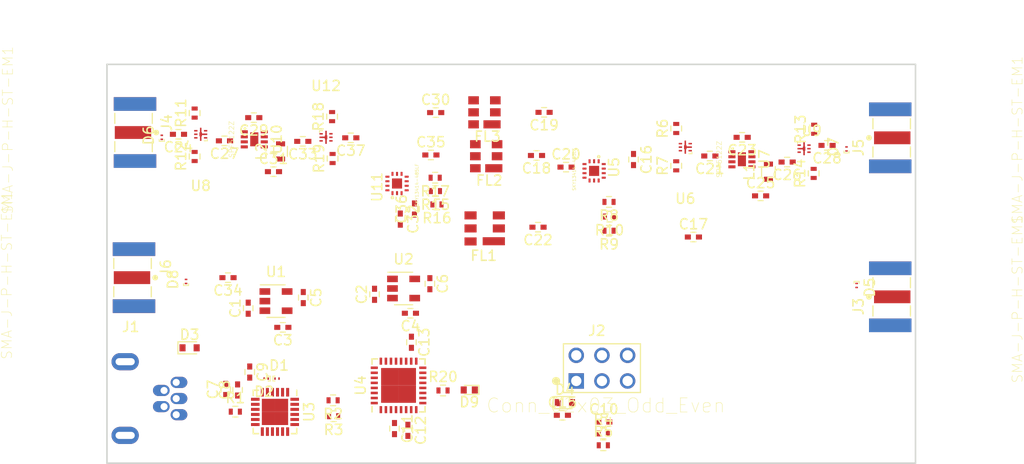
<source format=kicad_pcb>
(kicad_pcb (version 20171130) (host pcbnew 5.0.0-fee4fd1~66~ubuntu16.04.1)

  (general
    (thickness 1.6)
    (drawings 4)
    (tracks 0)
    (zones 0)
    (modules 88)
    (nets 83)
  )

  (page A4)
  (layers
    (0 F.Cu signal)
    (31 B.Cu signal)
    (32 B.Adhes user)
    (33 F.Adhes user)
    (34 B.Paste user)
    (35 F.Paste user)
    (36 B.SilkS user)
    (37 F.SilkS user)
    (38 B.Mask user)
    (39 F.Mask user)
    (40 Dwgs.User user)
    (41 Cmts.User user)
    (42 Eco1.User user)
    (43 Eco2.User user)
    (44 Edge.Cuts user)
    (45 Margin user)
    (46 B.CrtYd user)
    (47 F.CrtYd user)
    (48 B.Fab user)
    (49 F.Fab user hide)
  )

  (setup
    (last_trace_width 0.25)
    (trace_clearance 0.2)
    (zone_clearance 0.508)
    (zone_45_only no)
    (trace_min 0.2)
    (segment_width 0.2)
    (edge_width 0.15)
    (via_size 0.8)
    (via_drill 0.4)
    (via_min_size 0.4)
    (via_min_drill 0.3)
    (uvia_size 0.3)
    (uvia_drill 0.1)
    (uvias_allowed no)
    (uvia_min_size 0.2)
    (uvia_min_drill 0.1)
    (pcb_text_width 0.3)
    (pcb_text_size 1.5 1.5)
    (mod_edge_width 0.15)
    (mod_text_size 1 1)
    (mod_text_width 0.15)
    (pad_size 1.524 1.524)
    (pad_drill 0.762)
    (pad_to_mask_clearance 0.2)
    (aux_axis_origin 0 0)
    (visible_elements FFFFFF7F)
    (pcbplotparams
      (layerselection 0x010fc_ffffffff)
      (usegerberextensions false)
      (usegerberattributes false)
      (usegerberadvancedattributes false)
      (creategerberjobfile false)
      (excludeedgelayer true)
      (linewidth 0.100000)
      (plotframeref false)
      (viasonmask false)
      (mode 1)
      (useauxorigin false)
      (hpglpennumber 1)
      (hpglpenspeed 20)
      (hpglpendiameter 15.000000)
      (psnegative false)
      (psa4output false)
      (plotreference true)
      (plotvalue true)
      (plotinvisibletext false)
      (padsonsilk false)
      (subtractmaskfromsilk false)
      (outputformat 1)
      (mirror false)
      (drillshape 1)
      (scaleselection 1)
      (outputdirectory ""))
  )

  (net 0 "")
  (net 1 GND)
  (net 2 VBUS)
  (net 3 +3.3VA)
  (net 4 +3V3)
  (net 5 "Net-(C9-Pad2)")
  (net 6 "Net-(C16-Pad2)")
  (net 7 "Net-(C16-Pad1)")
  (net 8 "Net-(C17-Pad2)")
  (net 9 "Net-(C17-Pad1)")
  (net 10 "Net-(C18-Pad1)")
  (net 11 "Net-(C18-Pad2)")
  (net 12 "Net-(C19-Pad1)")
  (net 13 "Net-(C19-Pad2)")
  (net 14 "Net-(C21-Pad1)")
  (net 15 "Net-(C21-Pad2)")
  (net 16 "Net-(C22-Pad2)")
  (net 17 "Net-(C22-Pad1)")
  (net 18 "Net-(C23-Pad1)")
  (net 19 "Net-(C23-Pad2)")
  (net 20 "Net-(C24-Pad1)")
  (net 21 "Net-(C24-Pad2)")
  (net 22 "Net-(C26-Pad2)")
  (net 23 "Net-(C26-Pad1)")
  (net 24 "Net-(C27-Pad1)")
  (net 25 "Net-(C27-Pad2)")
  (net 26 "Net-(C28-Pad1)")
  (net 27 "Net-(C28-Pad2)")
  (net 28 "Net-(C29-Pad1)")
  (net 29 "Net-(C29-Pad2)")
  (net 30 "Net-(C30-Pad2)")
  (net 31 "Net-(C30-Pad1)")
  (net 32 "Net-(C32-Pad2)")
  (net 33 "Net-(C32-Pad1)")
  (net 34 "Net-(C33-Pad1)")
  (net 35 "Net-(C33-Pad2)")
  (net 36 "Net-(C34-Pad2)")
  (net 37 "Net-(C34-Pad1)")
  (net 38 "Net-(C35-Pad2)")
  (net 39 "Net-(C35-Pad1)")
  (net 40 "Net-(C37-Pad2)")
  (net 41 "Net-(C37-Pad1)")
  (net 42 /usb-micro/D_P)
  (net 43 /usb-micro/D_N)
  (net 44 /usb-micro/~RESET)
  (net 45 "Net-(D9-Pad2)")
  (net 46 /usb-micro/VCC)
  (net 47 /rf_section/BYP_LNA2)
  (net 48 "Net-(R6-Pad1)")
  (net 49 /rf_section/BYP_LNA2_N)
  (net 50 "Net-(R7-Pad2)")
  (net 51 "Net-(R8-Pad2)")
  (net 52 "Net-(R9-Pad2)")
  (net 53 "Net-(R10-Pad2)")
  (net 54 /rf_section/BYP_LNA1)
  (net 55 "Net-(R11-Pad1)")
  (net 56 /rf_section/BYP_LNA1_N)
  (net 57 "Net-(R12-Pad2)")
  (net 58 "Net-(R13-Pad1)")
  (net 59 "Net-(R14-Pad2)")
  (net 60 "Net-(R15-Pad2)")
  (net 61 "Net-(R16-Pad2)")
  (net 62 "Net-(R17-Pad2)")
  (net 63 "Net-(R18-Pad1)")
  (net 64 "Net-(R19-Pad2)")
  (net 65 "Net-(C3-Pad1)")
  (net 66 "Net-(C4-Pad1)")
  (net 67 "Net-(C15-Pad1)")
  (net 68 /usb-micro/MISO)
  (net 69 /usb-micro/SCK)
  (net 70 /usb-micro/MOSI)
  (net 71 "Net-(R1-Pad2)")
  (net 72 /usb-micro/TXD_CP)
  (net 73 /usb-micro/RXD_AT)
  (net 74 /usb-micro/TXD_AT)
  (net 75 /usb-micro/RXD_CP)
  (net 76 /rf_section/SWA_V1)
  (net 77 /rf_section/SWA_V3)
  (net 78 /rf_section/SWA_V2)
  (net 79 /rf_section/SWB_V2)
  (net 80 /rf_section/SWB_V3)
  (net 81 /rf_section/SWB_V1)
  (net 82 /usb-micro/LED_GRN)

  (net_class Default "This is the default net class."
    (clearance 0.2)
    (trace_width 0.25)
    (via_dia 0.8)
    (via_drill 0.4)
    (uvia_dia 0.3)
    (uvia_drill 0.1)
    (add_net +3.3VA)
    (add_net +3V3)
    (add_net /rf_section/BYP_LNA1)
    (add_net /rf_section/BYP_LNA1_N)
    (add_net /rf_section/BYP_LNA2)
    (add_net /rf_section/BYP_LNA2_N)
    (add_net /rf_section/SWA_V1)
    (add_net /rf_section/SWA_V2)
    (add_net /rf_section/SWA_V3)
    (add_net /rf_section/SWB_V1)
    (add_net /rf_section/SWB_V2)
    (add_net /rf_section/SWB_V3)
    (add_net /usb-micro/D_N)
    (add_net /usb-micro/D_P)
    (add_net /usb-micro/LED_GRN)
    (add_net /usb-micro/MISO)
    (add_net /usb-micro/MOSI)
    (add_net /usb-micro/RXD_AT)
    (add_net /usb-micro/RXD_CP)
    (add_net /usb-micro/SCK)
    (add_net /usb-micro/TXD_AT)
    (add_net /usb-micro/TXD_CP)
    (add_net /usb-micro/VCC)
    (add_net /usb-micro/~RESET)
    (add_net GND)
    (add_net "Net-(C15-Pad1)")
    (add_net "Net-(C16-Pad1)")
    (add_net "Net-(C16-Pad2)")
    (add_net "Net-(C17-Pad1)")
    (add_net "Net-(C17-Pad2)")
    (add_net "Net-(C18-Pad1)")
    (add_net "Net-(C18-Pad2)")
    (add_net "Net-(C19-Pad1)")
    (add_net "Net-(C19-Pad2)")
    (add_net "Net-(C21-Pad1)")
    (add_net "Net-(C21-Pad2)")
    (add_net "Net-(C22-Pad1)")
    (add_net "Net-(C22-Pad2)")
    (add_net "Net-(C23-Pad1)")
    (add_net "Net-(C23-Pad2)")
    (add_net "Net-(C24-Pad1)")
    (add_net "Net-(C24-Pad2)")
    (add_net "Net-(C26-Pad1)")
    (add_net "Net-(C26-Pad2)")
    (add_net "Net-(C27-Pad1)")
    (add_net "Net-(C27-Pad2)")
    (add_net "Net-(C28-Pad1)")
    (add_net "Net-(C28-Pad2)")
    (add_net "Net-(C29-Pad1)")
    (add_net "Net-(C29-Pad2)")
    (add_net "Net-(C3-Pad1)")
    (add_net "Net-(C30-Pad1)")
    (add_net "Net-(C30-Pad2)")
    (add_net "Net-(C32-Pad1)")
    (add_net "Net-(C32-Pad2)")
    (add_net "Net-(C33-Pad1)")
    (add_net "Net-(C33-Pad2)")
    (add_net "Net-(C34-Pad1)")
    (add_net "Net-(C34-Pad2)")
    (add_net "Net-(C35-Pad1)")
    (add_net "Net-(C35-Pad2)")
    (add_net "Net-(C37-Pad1)")
    (add_net "Net-(C37-Pad2)")
    (add_net "Net-(C4-Pad1)")
    (add_net "Net-(C9-Pad2)")
    (add_net "Net-(D9-Pad2)")
    (add_net "Net-(R1-Pad2)")
    (add_net "Net-(R10-Pad2)")
    (add_net "Net-(R11-Pad1)")
    (add_net "Net-(R12-Pad2)")
    (add_net "Net-(R13-Pad1)")
    (add_net "Net-(R14-Pad2)")
    (add_net "Net-(R15-Pad2)")
    (add_net "Net-(R16-Pad2)")
    (add_net "Net-(R17-Pad2)")
    (add_net "Net-(R18-Pad1)")
    (add_net "Net-(R19-Pad2)")
    (add_net "Net-(R6-Pad1)")
    (add_net "Net-(R7-Pad2)")
    (add_net "Net-(R8-Pad2)")
    (add_net "Net-(R9-Pad2)")
    (add_net VBUS)
  )

  (module saw_filters:SAW_3X3mm (layer F.Cu) (tedit 5B7B6EC2) (tstamp 5B7B664E)
    (at 112.35 94.75 180)
    (path /5B7DAEA8/5BD7AFCE)
    (fp_text reference FL3 (at -0.3 -2.4 180) (layer F.SilkS)
      (effects (font (size 1 1) (thickness 0.15)))
    )
    (fp_text value SF2250E (at 0.2 2.6 180) (layer F.Fab)
      (effects (font (size 1 1) (thickness 0.15)))
    )
    (fp_line (start 1.5 -1.5) (end -1.5 -1.5) (layer F.Fab) (width 0.1))
    (fp_line (start 1.5 1.5) (end 1.5 -1.5) (layer F.Fab) (width 0.1))
    (fp_line (start -1.5 1.5) (end 1.5 1.5) (layer F.Fab) (width 0.1))
    (fp_line (start -1.5 -1.5) (end -1.5 1.5) (layer F.Fab) (width 0.1))
    (pad 6 smd rect (at 1.075 -1.19 180) (size 1.05 0.81) (layers F.Cu F.Paste F.Mask)
      (net 1 GND))
    (pad 4 smd rect (at 1.075 1.19 180) (size 1.05 0.81) (layers F.Cu F.Paste F.Mask)
      (net 1 GND))
    (pad 5 smd rect (at 1.075 0 180) (size 1.05 0.81) (layers F.Cu F.Paste F.Mask)
      (net 30 "Net-(C30-Pad2)"))
    (pad 3 smd rect (at -1.075 1.19 180) (size 1.05 0.81) (layers F.Cu F.Paste F.Mask)
      (net 1 GND))
    (pad 2 smd rect (at -1.075 0 180) (size 1.05 0.81) (layers F.Cu F.Paste F.Mask)
      (net 13 "Net-(C19-Pad2)"))
    (pad 1 smd rect (at -0.75 -1.19 180) (size 1.7 0.81) (layers F.Cu F.Paste F.Mask)
      (net 1 GND))
  )

  (module saw_filters:SAW_3X3mm (layer F.Cu) (tedit 5B7B6EC2) (tstamp 5B7B6640)
    (at 112.525 99.1 180)
    (path /5B7DAEA8/5BD94B05)
    (fp_text reference FL2 (at -0.3 -2.4 180) (layer F.SilkS)
      (effects (font (size 1 1) (thickness 0.15)))
    )
    (fp_text value SF2098E (at 0.2 2.6 180) (layer F.Fab)
      (effects (font (size 1 1) (thickness 0.15)))
    )
    (fp_line (start 1.5 -1.5) (end -1.5 -1.5) (layer F.Fab) (width 0.1))
    (fp_line (start 1.5 1.5) (end 1.5 -1.5) (layer F.Fab) (width 0.1))
    (fp_line (start -1.5 1.5) (end 1.5 1.5) (layer F.Fab) (width 0.1))
    (fp_line (start -1.5 -1.5) (end -1.5 1.5) (layer F.Fab) (width 0.1))
    (pad 6 smd rect (at 1.075 -1.19 180) (size 1.05 0.81) (layers F.Cu F.Paste F.Mask)
      (net 1 GND))
    (pad 4 smd rect (at 1.075 1.19 180) (size 1.05 0.81) (layers F.Cu F.Paste F.Mask)
      (net 1 GND))
    (pad 5 smd rect (at 1.075 0 180) (size 1.05 0.81) (layers F.Cu F.Paste F.Mask)
      (net 38 "Net-(C35-Pad2)"))
    (pad 3 smd rect (at -1.075 1.19 180) (size 1.05 0.81) (layers F.Cu F.Paste F.Mask)
      (net 1 GND))
    (pad 2 smd rect (at -1.075 0 180) (size 1.05 0.81) (layers F.Cu F.Paste F.Mask)
      (net 11 "Net-(C18-Pad2)"))
    (pad 1 smd rect (at -0.75 -1.19 180) (size 1.7 0.81) (layers F.Cu F.Paste F.Mask)
      (net 1 GND))
  )

  (module Capacitors_SMD:C_0402 (layer F.Cu) (tedit 58AA841A) (tstamp 5B7B632D)
    (at 88.975 114.15 90)
    (descr "Capacitor SMD 0402, reflow soldering, AVX (see smccp.pdf)")
    (tags "capacitor 0402")
    (path /5B782859/5BCDC937)
    (attr smd)
    (fp_text reference C1 (at 0 -1.27 90) (layer F.SilkS)
      (effects (font (size 1 1) (thickness 0.15)))
    )
    (fp_text value 1uF (at 0 1.27 90) (layer F.Fab)
      (effects (font (size 1 1) (thickness 0.15)))
    )
    (fp_line (start 1 0.4) (end -1 0.4) (layer F.CrtYd) (width 0.05))
    (fp_line (start 1 0.4) (end 1 -0.4) (layer F.CrtYd) (width 0.05))
    (fp_line (start -1 -0.4) (end -1 0.4) (layer F.CrtYd) (width 0.05))
    (fp_line (start -1 -0.4) (end 1 -0.4) (layer F.CrtYd) (width 0.05))
    (fp_line (start -0.25 0.47) (end 0.25 0.47) (layer F.SilkS) (width 0.12))
    (fp_line (start 0.25 -0.47) (end -0.25 -0.47) (layer F.SilkS) (width 0.12))
    (fp_line (start -0.5 -0.25) (end 0.5 -0.25) (layer F.Fab) (width 0.1))
    (fp_line (start 0.5 -0.25) (end 0.5 0.25) (layer F.Fab) (width 0.1))
    (fp_line (start 0.5 0.25) (end -0.5 0.25) (layer F.Fab) (width 0.1))
    (fp_line (start -0.5 0.25) (end -0.5 -0.25) (layer F.Fab) (width 0.1))
    (fp_text user %R (at 0 -1.27 90) (layer F.Fab)
      (effects (font (size 1 1) (thickness 0.15)))
    )
    (pad 2 smd rect (at 0.55 0 90) (size 0.6 0.5) (layers F.Cu F.Paste F.Mask)
      (net 1 GND))
    (pad 1 smd rect (at -0.55 0 90) (size 0.6 0.5) (layers F.Cu F.Paste F.Mask)
      (net 2 VBUS))
    (model Capacitors_SMD.3dshapes/C_0402.wrl
      (at (xyz 0 0 0))
      (scale (xyz 1 1 1))
      (rotate (xyz 0 0 0))
    )
  )

  (module Capacitors_SMD:C_0402 (layer F.Cu) (tedit 58AA841A) (tstamp 5B7B633E)
    (at 101.475 112.775 90)
    (descr "Capacitor SMD 0402, reflow soldering, AVX (see smccp.pdf)")
    (tags "capacitor 0402")
    (path /5B782859/5B7988E8)
    (attr smd)
    (fp_text reference C2 (at 0 -1.27 90) (layer F.SilkS)
      (effects (font (size 1 1) (thickness 0.15)))
    )
    (fp_text value 1uF (at 0 1.27 90) (layer F.Fab)
      (effects (font (size 1 1) (thickness 0.15)))
    )
    (fp_text user %R (at 0 -1.27 90) (layer F.Fab)
      (effects (font (size 1 1) (thickness 0.15)))
    )
    (fp_line (start -0.5 0.25) (end -0.5 -0.25) (layer F.Fab) (width 0.1))
    (fp_line (start 0.5 0.25) (end -0.5 0.25) (layer F.Fab) (width 0.1))
    (fp_line (start 0.5 -0.25) (end 0.5 0.25) (layer F.Fab) (width 0.1))
    (fp_line (start -0.5 -0.25) (end 0.5 -0.25) (layer F.Fab) (width 0.1))
    (fp_line (start 0.25 -0.47) (end -0.25 -0.47) (layer F.SilkS) (width 0.12))
    (fp_line (start -0.25 0.47) (end 0.25 0.47) (layer F.SilkS) (width 0.12))
    (fp_line (start -1 -0.4) (end 1 -0.4) (layer F.CrtYd) (width 0.05))
    (fp_line (start -1 -0.4) (end -1 0.4) (layer F.CrtYd) (width 0.05))
    (fp_line (start 1 0.4) (end 1 -0.4) (layer F.CrtYd) (width 0.05))
    (fp_line (start 1 0.4) (end -1 0.4) (layer F.CrtYd) (width 0.05))
    (pad 1 smd rect (at -0.55 0 90) (size 0.6 0.5) (layers F.Cu F.Paste F.Mask)
      (net 2 VBUS))
    (pad 2 smd rect (at 0.55 0 90) (size 0.6 0.5) (layers F.Cu F.Paste F.Mask)
      (net 1 GND))
    (model Capacitors_SMD.3dshapes/C_0402.wrl
      (at (xyz 0 0 0))
      (scale (xyz 1 1 1))
      (rotate (xyz 0 0 0))
    )
  )

  (module Capacitors_SMD:C_0402 (layer F.Cu) (tedit 58AA841A) (tstamp 5B7B634F)
    (at 92.4 116.05 180)
    (descr "Capacitor SMD 0402, reflow soldering, AVX (see smccp.pdf)")
    (tags "capacitor 0402")
    (path /5B782859/5BCDC950)
    (attr smd)
    (fp_text reference C3 (at 0 -1.27 180) (layer F.SilkS)
      (effects (font (size 1 1) (thickness 0.15)))
    )
    (fp_text value 100nF (at 0 1.27 180) (layer F.Fab)
      (effects (font (size 1 1) (thickness 0.15)))
    )
    (fp_line (start 1 0.4) (end -1 0.4) (layer F.CrtYd) (width 0.05))
    (fp_line (start 1 0.4) (end 1 -0.4) (layer F.CrtYd) (width 0.05))
    (fp_line (start -1 -0.4) (end -1 0.4) (layer F.CrtYd) (width 0.05))
    (fp_line (start -1 -0.4) (end 1 -0.4) (layer F.CrtYd) (width 0.05))
    (fp_line (start -0.25 0.47) (end 0.25 0.47) (layer F.SilkS) (width 0.12))
    (fp_line (start 0.25 -0.47) (end -0.25 -0.47) (layer F.SilkS) (width 0.12))
    (fp_line (start -0.5 -0.25) (end 0.5 -0.25) (layer F.Fab) (width 0.1))
    (fp_line (start 0.5 -0.25) (end 0.5 0.25) (layer F.Fab) (width 0.1))
    (fp_line (start 0.5 0.25) (end -0.5 0.25) (layer F.Fab) (width 0.1))
    (fp_line (start -0.5 0.25) (end -0.5 -0.25) (layer F.Fab) (width 0.1))
    (fp_text user %R (at 0 -1.27 180) (layer F.Fab)
      (effects (font (size 1 1) (thickness 0.15)))
    )
    (pad 2 smd rect (at 0.55 0 180) (size 0.6 0.5) (layers F.Cu F.Paste F.Mask)
      (net 1 GND))
    (pad 1 smd rect (at -0.55 0 180) (size 0.6 0.5) (layers F.Cu F.Paste F.Mask)
      (net 65 "Net-(C3-Pad1)"))
    (model Capacitors_SMD.3dshapes/C_0402.wrl
      (at (xyz 0 0 0))
      (scale (xyz 1 1 1))
      (rotate (xyz 0 0 0))
    )
  )

  (module Capacitors_SMD:C_0402 (layer F.Cu) (tedit 58AA841A) (tstamp 5B7B6360)
    (at 105.025 114.65 180)
    (descr "Capacitor SMD 0402, reflow soldering, AVX (see smccp.pdf)")
    (tags "capacitor 0402")
    (path /5B782859/5B798A03)
    (attr smd)
    (fp_text reference C4 (at 0 -1.27 180) (layer F.SilkS)
      (effects (font (size 1 1) (thickness 0.15)))
    )
    (fp_text value 100nF (at 0 1.27 180) (layer F.Fab)
      (effects (font (size 1 1) (thickness 0.15)))
    )
    (fp_line (start 1 0.4) (end -1 0.4) (layer F.CrtYd) (width 0.05))
    (fp_line (start 1 0.4) (end 1 -0.4) (layer F.CrtYd) (width 0.05))
    (fp_line (start -1 -0.4) (end -1 0.4) (layer F.CrtYd) (width 0.05))
    (fp_line (start -1 -0.4) (end 1 -0.4) (layer F.CrtYd) (width 0.05))
    (fp_line (start -0.25 0.47) (end 0.25 0.47) (layer F.SilkS) (width 0.12))
    (fp_line (start 0.25 -0.47) (end -0.25 -0.47) (layer F.SilkS) (width 0.12))
    (fp_line (start -0.5 -0.25) (end 0.5 -0.25) (layer F.Fab) (width 0.1))
    (fp_line (start 0.5 -0.25) (end 0.5 0.25) (layer F.Fab) (width 0.1))
    (fp_line (start 0.5 0.25) (end -0.5 0.25) (layer F.Fab) (width 0.1))
    (fp_line (start -0.5 0.25) (end -0.5 -0.25) (layer F.Fab) (width 0.1))
    (fp_text user %R (at 0 -1.27 180) (layer F.Fab)
      (effects (font (size 1 1) (thickness 0.15)))
    )
    (pad 2 smd rect (at 0.55 0 180) (size 0.6 0.5) (layers F.Cu F.Paste F.Mask)
      (net 1 GND))
    (pad 1 smd rect (at -0.55 0 180) (size 0.6 0.5) (layers F.Cu F.Paste F.Mask)
      (net 66 "Net-(C4-Pad1)"))
    (model Capacitors_SMD.3dshapes/C_0402.wrl
      (at (xyz 0 0 0))
      (scale (xyz 1 1 1))
      (rotate (xyz 0 0 0))
    )
  )

  (module Capacitors_SMD:C_0402 (layer F.Cu) (tedit 58AA841A) (tstamp 5B7B6371)
    (at 94.425 113.1 270)
    (descr "Capacitor SMD 0402, reflow soldering, AVX (see smccp.pdf)")
    (tags "capacitor 0402")
    (path /5B782859/5BCDC944)
    (attr smd)
    (fp_text reference C5 (at 0 -1.27 270) (layer F.SilkS)
      (effects (font (size 1 1) (thickness 0.15)))
    )
    (fp_text value 1uF (at 0 1.27 270) (layer F.Fab)
      (effects (font (size 1 1) (thickness 0.15)))
    )
    (fp_text user %R (at 0 -1.27 270) (layer F.Fab)
      (effects (font (size 1 1) (thickness 0.15)))
    )
    (fp_line (start -0.5 0.25) (end -0.5 -0.25) (layer F.Fab) (width 0.1))
    (fp_line (start 0.5 0.25) (end -0.5 0.25) (layer F.Fab) (width 0.1))
    (fp_line (start 0.5 -0.25) (end 0.5 0.25) (layer F.Fab) (width 0.1))
    (fp_line (start -0.5 -0.25) (end 0.5 -0.25) (layer F.Fab) (width 0.1))
    (fp_line (start 0.25 -0.47) (end -0.25 -0.47) (layer F.SilkS) (width 0.12))
    (fp_line (start -0.25 0.47) (end 0.25 0.47) (layer F.SilkS) (width 0.12))
    (fp_line (start -1 -0.4) (end 1 -0.4) (layer F.CrtYd) (width 0.05))
    (fp_line (start -1 -0.4) (end -1 0.4) (layer F.CrtYd) (width 0.05))
    (fp_line (start 1 0.4) (end 1 -0.4) (layer F.CrtYd) (width 0.05))
    (fp_line (start 1 0.4) (end -1 0.4) (layer F.CrtYd) (width 0.05))
    (pad 1 smd rect (at -0.55 0 270) (size 0.6 0.5) (layers F.Cu F.Paste F.Mask)
      (net 3 +3.3VA))
    (pad 2 smd rect (at 0.55 0 270) (size 0.6 0.5) (layers F.Cu F.Paste F.Mask)
      (net 1 GND))
    (model Capacitors_SMD.3dshapes/C_0402.wrl
      (at (xyz 0 0 0))
      (scale (xyz 1 1 1))
      (rotate (xyz 0 0 0))
    )
  )

  (module Capacitors_SMD:C_0402 (layer F.Cu) (tedit 58AA841A) (tstamp 5B7B6382)
    (at 106.95 111.725 270)
    (descr "Capacitor SMD 0402, reflow soldering, AVX (see smccp.pdf)")
    (tags "capacitor 0402")
    (path /5B782859/5B79899A)
    (attr smd)
    (fp_text reference C6 (at 0 -1.27 270) (layer F.SilkS)
      (effects (font (size 1 1) (thickness 0.15)))
    )
    (fp_text value 1uF (at 0 1.27 270) (layer F.Fab)
      (effects (font (size 1 1) (thickness 0.15)))
    )
    (fp_line (start 1 0.4) (end -1 0.4) (layer F.CrtYd) (width 0.05))
    (fp_line (start 1 0.4) (end 1 -0.4) (layer F.CrtYd) (width 0.05))
    (fp_line (start -1 -0.4) (end -1 0.4) (layer F.CrtYd) (width 0.05))
    (fp_line (start -1 -0.4) (end 1 -0.4) (layer F.CrtYd) (width 0.05))
    (fp_line (start -0.25 0.47) (end 0.25 0.47) (layer F.SilkS) (width 0.12))
    (fp_line (start 0.25 -0.47) (end -0.25 -0.47) (layer F.SilkS) (width 0.12))
    (fp_line (start -0.5 -0.25) (end 0.5 -0.25) (layer F.Fab) (width 0.1))
    (fp_line (start 0.5 -0.25) (end 0.5 0.25) (layer F.Fab) (width 0.1))
    (fp_line (start 0.5 0.25) (end -0.5 0.25) (layer F.Fab) (width 0.1))
    (fp_line (start -0.5 0.25) (end -0.5 -0.25) (layer F.Fab) (width 0.1))
    (fp_text user %R (at 0 -1.27 270) (layer F.Fab)
      (effects (font (size 1 1) (thickness 0.15)))
    )
    (pad 2 smd rect (at 0.55 0 270) (size 0.6 0.5) (layers F.Cu F.Paste F.Mask)
      (net 1 GND))
    (pad 1 smd rect (at -0.55 0 270) (size 0.6 0.5) (layers F.Cu F.Paste F.Mask)
      (net 4 +3V3))
    (model Capacitors_SMD.3dshapes/C_0402.wrl
      (at (xyz 0 0 0))
      (scale (xyz 1 1 1))
      (rotate (xyz 0 0 0))
    )
  )

  (module Capacitors_SMD:C_0402 (layer F.Cu) (tedit 58AA841A) (tstamp 5B7B6393)
    (at 86.75 122.2 90)
    (descr "Capacitor SMD 0402, reflow soldering, AVX (see smccp.pdf)")
    (tags "capacitor 0402")
    (path /5B782859/5B78CABD)
    (attr smd)
    (fp_text reference C7 (at 0 -1.27 90) (layer F.SilkS)
      (effects (font (size 1 1) (thickness 0.15)))
    )
    (fp_text value 1uF (at 0 1.27 90) (layer F.Fab)
      (effects (font (size 1 1) (thickness 0.15)))
    )
    (fp_line (start 1 0.4) (end -1 0.4) (layer F.CrtYd) (width 0.05))
    (fp_line (start 1 0.4) (end 1 -0.4) (layer F.CrtYd) (width 0.05))
    (fp_line (start -1 -0.4) (end -1 0.4) (layer F.CrtYd) (width 0.05))
    (fp_line (start -1 -0.4) (end 1 -0.4) (layer F.CrtYd) (width 0.05))
    (fp_line (start -0.25 0.47) (end 0.25 0.47) (layer F.SilkS) (width 0.12))
    (fp_line (start 0.25 -0.47) (end -0.25 -0.47) (layer F.SilkS) (width 0.12))
    (fp_line (start -0.5 -0.25) (end 0.5 -0.25) (layer F.Fab) (width 0.1))
    (fp_line (start 0.5 -0.25) (end 0.5 0.25) (layer F.Fab) (width 0.1))
    (fp_line (start 0.5 0.25) (end -0.5 0.25) (layer F.Fab) (width 0.1))
    (fp_line (start -0.5 0.25) (end -0.5 -0.25) (layer F.Fab) (width 0.1))
    (fp_text user %R (at 0 -1.27 90) (layer F.Fab)
      (effects (font (size 1 1) (thickness 0.15)))
    )
    (pad 2 smd rect (at 0.55 0 90) (size 0.6 0.5) (layers F.Cu F.Paste F.Mask)
      (net 1 GND))
    (pad 1 smd rect (at -0.55 0 90) (size 0.6 0.5) (layers F.Cu F.Paste F.Mask)
      (net 2 VBUS))
    (model Capacitors_SMD.3dshapes/C_0402.wrl
      (at (xyz 0 0 0))
      (scale (xyz 1 1 1))
      (rotate (xyz 0 0 0))
    )
  )

  (module Capacitors_SMD:C_0402 (layer F.Cu) (tedit 58AA841A) (tstamp 5B7B63A4)
    (at 87.925 122.25 90)
    (descr "Capacitor SMD 0402, reflow soldering, AVX (see smccp.pdf)")
    (tags "capacitor 0402")
    (path /5B782859/5B78D070)
    (attr smd)
    (fp_text reference C8 (at 0 -1.27 90) (layer F.SilkS)
      (effects (font (size 1 1) (thickness 0.15)))
    )
    (fp_text value 100nF (at 0 1.27 90) (layer F.Fab)
      (effects (font (size 1 1) (thickness 0.15)))
    )
    (fp_text user %R (at 0 -1.27 90) (layer F.Fab)
      (effects (font (size 1 1) (thickness 0.15)))
    )
    (fp_line (start -0.5 0.25) (end -0.5 -0.25) (layer F.Fab) (width 0.1))
    (fp_line (start 0.5 0.25) (end -0.5 0.25) (layer F.Fab) (width 0.1))
    (fp_line (start 0.5 -0.25) (end 0.5 0.25) (layer F.Fab) (width 0.1))
    (fp_line (start -0.5 -0.25) (end 0.5 -0.25) (layer F.Fab) (width 0.1))
    (fp_line (start 0.25 -0.47) (end -0.25 -0.47) (layer F.SilkS) (width 0.12))
    (fp_line (start -0.25 0.47) (end 0.25 0.47) (layer F.SilkS) (width 0.12))
    (fp_line (start -1 -0.4) (end 1 -0.4) (layer F.CrtYd) (width 0.05))
    (fp_line (start -1 -0.4) (end -1 0.4) (layer F.CrtYd) (width 0.05))
    (fp_line (start 1 0.4) (end 1 -0.4) (layer F.CrtYd) (width 0.05))
    (fp_line (start 1 0.4) (end -1 0.4) (layer F.CrtYd) (width 0.05))
    (pad 1 smd rect (at -0.55 0 90) (size 0.6 0.5) (layers F.Cu F.Paste F.Mask)
      (net 2 VBUS))
    (pad 2 smd rect (at 0.55 0 90) (size 0.6 0.5) (layers F.Cu F.Paste F.Mask)
      (net 1 GND))
    (model Capacitors_SMD.3dshapes/C_0402.wrl
      (at (xyz 0 0 0))
      (scale (xyz 1 1 1))
      (rotate (xyz 0 0 0))
    )
  )

  (module Capacitors_SMD:C_0402 (layer F.Cu) (tedit 58AA841A) (tstamp 5B7B63B5)
    (at 89.125 120.475 270)
    (descr "Capacitor SMD 0402, reflow soldering, AVX (see smccp.pdf)")
    (tags "capacitor 0402")
    (path /5B782859/5B78D68D)
    (attr smd)
    (fp_text reference C9 (at 0 -1.27 270) (layer F.SilkS)
      (effects (font (size 1 1) (thickness 0.15)))
    )
    (fp_text value 4.7uF (at 0 1.27 270) (layer F.Fab)
      (effects (font (size 1 1) (thickness 0.15)))
    )
    (fp_line (start 1 0.4) (end -1 0.4) (layer F.CrtYd) (width 0.05))
    (fp_line (start 1 0.4) (end 1 -0.4) (layer F.CrtYd) (width 0.05))
    (fp_line (start -1 -0.4) (end -1 0.4) (layer F.CrtYd) (width 0.05))
    (fp_line (start -1 -0.4) (end 1 -0.4) (layer F.CrtYd) (width 0.05))
    (fp_line (start -0.25 0.47) (end 0.25 0.47) (layer F.SilkS) (width 0.12))
    (fp_line (start 0.25 -0.47) (end -0.25 -0.47) (layer F.SilkS) (width 0.12))
    (fp_line (start -0.5 -0.25) (end 0.5 -0.25) (layer F.Fab) (width 0.1))
    (fp_line (start 0.5 -0.25) (end 0.5 0.25) (layer F.Fab) (width 0.1))
    (fp_line (start 0.5 0.25) (end -0.5 0.25) (layer F.Fab) (width 0.1))
    (fp_line (start -0.5 0.25) (end -0.5 -0.25) (layer F.Fab) (width 0.1))
    (fp_text user %R (at 0 -1.27 270) (layer F.Fab)
      (effects (font (size 1 1) (thickness 0.15)))
    )
    (pad 2 smd rect (at 0.55 0 270) (size 0.6 0.5) (layers F.Cu F.Paste F.Mask)
      (net 5 "Net-(C9-Pad2)"))
    (pad 1 smd rect (at -0.55 0 270) (size 0.6 0.5) (layers F.Cu F.Paste F.Mask)
      (net 1 GND))
    (model Capacitors_SMD.3dshapes/C_0402.wrl
      (at (xyz 0 0 0))
      (scale (xyz 1 1 1))
      (rotate (xyz 0 0 0))
    )
  )

  (module Capacitors_SMD:C_0402 (layer F.Cu) (tedit 58AA841A) (tstamp 5B7B63C6)
    (at 124.161001 125.430001)
    (descr "Capacitor SMD 0402, reflow soldering, AVX (see smccp.pdf)")
    (tags "capacitor 0402")
    (path /5B782859/5BC8A605)
    (attr smd)
    (fp_text reference C10 (at 0 -1.27) (layer F.SilkS)
      (effects (font (size 1 1) (thickness 0.15)))
    )
    (fp_text value 100nF (at 0 1.27) (layer F.Fab)
      (effects (font (size 1 1) (thickness 0.15)))
    )
    (fp_line (start 1 0.4) (end -1 0.4) (layer F.CrtYd) (width 0.05))
    (fp_line (start 1 0.4) (end 1 -0.4) (layer F.CrtYd) (width 0.05))
    (fp_line (start -1 -0.4) (end -1 0.4) (layer F.CrtYd) (width 0.05))
    (fp_line (start -1 -0.4) (end 1 -0.4) (layer F.CrtYd) (width 0.05))
    (fp_line (start -0.25 0.47) (end 0.25 0.47) (layer F.SilkS) (width 0.12))
    (fp_line (start 0.25 -0.47) (end -0.25 -0.47) (layer F.SilkS) (width 0.12))
    (fp_line (start -0.5 -0.25) (end 0.5 -0.25) (layer F.Fab) (width 0.1))
    (fp_line (start 0.5 -0.25) (end 0.5 0.25) (layer F.Fab) (width 0.1))
    (fp_line (start 0.5 0.25) (end -0.5 0.25) (layer F.Fab) (width 0.1))
    (fp_line (start -0.5 0.25) (end -0.5 -0.25) (layer F.Fab) (width 0.1))
    (fp_text user %R (at 0 -1.27) (layer F.Fab)
      (effects (font (size 1 1) (thickness 0.15)))
    )
    (pad 2 smd rect (at 0.55 0) (size 0.6 0.5) (layers F.Cu F.Paste F.Mask)
      (net 1 GND))
    (pad 1 smd rect (at -0.55 0) (size 0.6 0.5) (layers F.Cu F.Paste F.Mask)
      (net 4 +3V3))
    (model Capacitors_SMD.3dshapes/C_0402.wrl
      (at (xyz 0 0 0))
      (scale (xyz 1 1 1))
      (rotate (xyz 0 0 0))
    )
  )

  (module Capacitors_SMD:C_0402 (layer F.Cu) (tedit 58AA841A) (tstamp 5B7B63D7)
    (at 103.45 126.075 270)
    (descr "Capacitor SMD 0402, reflow soldering, AVX (see smccp.pdf)")
    (tags "capacitor 0402")
    (path /5B782859/5B79153C)
    (attr smd)
    (fp_text reference C11 (at 0 -1.27 270) (layer F.SilkS)
      (effects (font (size 1 1) (thickness 0.15)))
    )
    (fp_text value 100nF (at 0 1.27 270) (layer F.Fab)
      (effects (font (size 1 1) (thickness 0.15)))
    )
    (fp_text user %R (at 0 -1.27 270) (layer F.Fab)
      (effects (font (size 1 1) (thickness 0.15)))
    )
    (fp_line (start -0.5 0.25) (end -0.5 -0.25) (layer F.Fab) (width 0.1))
    (fp_line (start 0.5 0.25) (end -0.5 0.25) (layer F.Fab) (width 0.1))
    (fp_line (start 0.5 -0.25) (end 0.5 0.25) (layer F.Fab) (width 0.1))
    (fp_line (start -0.5 -0.25) (end 0.5 -0.25) (layer F.Fab) (width 0.1))
    (fp_line (start 0.25 -0.47) (end -0.25 -0.47) (layer F.SilkS) (width 0.12))
    (fp_line (start -0.25 0.47) (end 0.25 0.47) (layer F.SilkS) (width 0.12))
    (fp_line (start -1 -0.4) (end 1 -0.4) (layer F.CrtYd) (width 0.05))
    (fp_line (start -1 -0.4) (end -1 0.4) (layer F.CrtYd) (width 0.05))
    (fp_line (start 1 0.4) (end 1 -0.4) (layer F.CrtYd) (width 0.05))
    (fp_line (start 1 0.4) (end -1 0.4) (layer F.CrtYd) (width 0.05))
    (pad 1 smd rect (at -0.55 0 270) (size 0.6 0.5) (layers F.Cu F.Paste F.Mask)
      (net 4 +3V3))
    (pad 2 smd rect (at 0.55 0 270) (size 0.6 0.5) (layers F.Cu F.Paste F.Mask)
      (net 1 GND))
    (model Capacitors_SMD.3dshapes/C_0402.wrl
      (at (xyz 0 0 0))
      (scale (xyz 1 1 1))
      (rotate (xyz 0 0 0))
    )
  )

  (module Capacitors_SMD:C_0402 (layer F.Cu) (tedit 58AA841A) (tstamp 5B7B63E8)
    (at 104.775 126.25 270)
    (descr "Capacitor SMD 0402, reflow soldering, AVX (see smccp.pdf)")
    (tags "capacitor 0402")
    (path /5B782859/5B7914EE)
    (attr smd)
    (fp_text reference C12 (at 0 -1.27 270) (layer F.SilkS)
      (effects (font (size 1 1) (thickness 0.15)))
    )
    (fp_text value 100nF (at 0 1.27 270) (layer F.Fab)
      (effects (font (size 1 1) (thickness 0.15)))
    )
    (fp_line (start 1 0.4) (end -1 0.4) (layer F.CrtYd) (width 0.05))
    (fp_line (start 1 0.4) (end 1 -0.4) (layer F.CrtYd) (width 0.05))
    (fp_line (start -1 -0.4) (end -1 0.4) (layer F.CrtYd) (width 0.05))
    (fp_line (start -1 -0.4) (end 1 -0.4) (layer F.CrtYd) (width 0.05))
    (fp_line (start -0.25 0.47) (end 0.25 0.47) (layer F.SilkS) (width 0.12))
    (fp_line (start 0.25 -0.47) (end -0.25 -0.47) (layer F.SilkS) (width 0.12))
    (fp_line (start -0.5 -0.25) (end 0.5 -0.25) (layer F.Fab) (width 0.1))
    (fp_line (start 0.5 -0.25) (end 0.5 0.25) (layer F.Fab) (width 0.1))
    (fp_line (start 0.5 0.25) (end -0.5 0.25) (layer F.Fab) (width 0.1))
    (fp_line (start -0.5 0.25) (end -0.5 -0.25) (layer F.Fab) (width 0.1))
    (fp_text user %R (at 0 -1.27 270) (layer F.Fab)
      (effects (font (size 1 1) (thickness 0.15)))
    )
    (pad 2 smd rect (at 0.55 0 270) (size 0.6 0.5) (layers F.Cu F.Paste F.Mask)
      (net 1 GND))
    (pad 1 smd rect (at -0.55 0 270) (size 0.6 0.5) (layers F.Cu F.Paste F.Mask)
      (net 4 +3V3))
    (model Capacitors_SMD.3dshapes/C_0402.wrl
      (at (xyz 0 0 0))
      (scale (xyz 1 1 1))
      (rotate (xyz 0 0 0))
    )
  )

  (module Capacitors_SMD:C_0402 (layer F.Cu) (tedit 58AA841A) (tstamp 5B7B63F9)
    (at 105.125 117.525 270)
    (descr "Capacitor SMD 0402, reflow soldering, AVX (see smccp.pdf)")
    (tags "capacitor 0402")
    (path /5B782859/5B791306)
    (attr smd)
    (fp_text reference C13 (at 0 -1.27 270) (layer F.SilkS)
      (effects (font (size 1 1) (thickness 0.15)))
    )
    (fp_text value 100nF (at 0 1.27 270) (layer F.Fab)
      (effects (font (size 1 1) (thickness 0.15)))
    )
    (fp_text user %R (at 0 -1.27 270) (layer F.Fab)
      (effects (font (size 1 1) (thickness 0.15)))
    )
    (fp_line (start -0.5 0.25) (end -0.5 -0.25) (layer F.Fab) (width 0.1))
    (fp_line (start 0.5 0.25) (end -0.5 0.25) (layer F.Fab) (width 0.1))
    (fp_line (start 0.5 -0.25) (end 0.5 0.25) (layer F.Fab) (width 0.1))
    (fp_line (start -0.5 -0.25) (end 0.5 -0.25) (layer F.Fab) (width 0.1))
    (fp_line (start 0.25 -0.47) (end -0.25 -0.47) (layer F.SilkS) (width 0.12))
    (fp_line (start -0.25 0.47) (end 0.25 0.47) (layer F.SilkS) (width 0.12))
    (fp_line (start -1 -0.4) (end 1 -0.4) (layer F.CrtYd) (width 0.05))
    (fp_line (start -1 -0.4) (end -1 0.4) (layer F.CrtYd) (width 0.05))
    (fp_line (start 1 0.4) (end 1 -0.4) (layer F.CrtYd) (width 0.05))
    (fp_line (start 1 0.4) (end -1 0.4) (layer F.CrtYd) (width 0.05))
    (pad 1 smd rect (at -0.55 0 270) (size 0.6 0.5) (layers F.Cu F.Paste F.Mask)
      (net 1 GND))
    (pad 2 smd rect (at 0.55 0 270) (size 0.6 0.5) (layers F.Cu F.Paste F.Mask)
      (net 4 +3V3))
    (model Capacitors_SMD.3dshapes/C_0402.wrl
      (at (xyz 0 0 0))
      (scale (xyz 1 1 1))
      (rotate (xyz 0 0 0))
    )
  )

  (module Capacitors_SMD:C_0402 (layer F.Cu) (tedit 58AA841A) (tstamp 5B7B641B)
    (at 120.061001 124.760001)
    (descr "Capacitor SMD 0402, reflow soldering, AVX (see smccp.pdf)")
    (tags "capacitor 0402")
    (path /5B782859/5BCB3669)
    (attr smd)
    (fp_text reference C15 (at 0 -1.27) (layer F.SilkS)
      (effects (font (size 1 1) (thickness 0.15)))
    )
    (fp_text value 100nF (at 0 1.27) (layer F.Fab)
      (effects (font (size 1 1) (thickness 0.15)))
    )
    (fp_text user %R (at 0 -1.27) (layer F.Fab)
      (effects (font (size 1 1) (thickness 0.15)))
    )
    (fp_line (start -0.5 0.25) (end -0.5 -0.25) (layer F.Fab) (width 0.1))
    (fp_line (start 0.5 0.25) (end -0.5 0.25) (layer F.Fab) (width 0.1))
    (fp_line (start 0.5 -0.25) (end 0.5 0.25) (layer F.Fab) (width 0.1))
    (fp_line (start -0.5 -0.25) (end 0.5 -0.25) (layer F.Fab) (width 0.1))
    (fp_line (start 0.25 -0.47) (end -0.25 -0.47) (layer F.SilkS) (width 0.12))
    (fp_line (start -0.25 0.47) (end 0.25 0.47) (layer F.SilkS) (width 0.12))
    (fp_line (start -1 -0.4) (end 1 -0.4) (layer F.CrtYd) (width 0.05))
    (fp_line (start -1 -0.4) (end -1 0.4) (layer F.CrtYd) (width 0.05))
    (fp_line (start 1 0.4) (end 1 -0.4) (layer F.CrtYd) (width 0.05))
    (fp_line (start 1 0.4) (end -1 0.4) (layer F.CrtYd) (width 0.05))
    (pad 1 smd rect (at -0.55 0) (size 0.6 0.5) (layers F.Cu F.Paste F.Mask)
      (net 67 "Net-(C15-Pad1)"))
    (pad 2 smd rect (at 0.55 0) (size 0.6 0.5) (layers F.Cu F.Paste F.Mask)
      (net 1 GND))
    (model Capacitors_SMD.3dshapes/C_0402.wrl
      (at (xyz 0 0 0))
      (scale (xyz 1 1 1))
      (rotate (xyz 0 0 0))
    )
  )

  (module Capacitors_SMD:C_0402 (layer F.Cu) (tedit 58AA841A) (tstamp 5B7B642C)
    (at 127.1 99.425 270)
    (descr "Capacitor SMD 0402, reflow soldering, AVX (see smccp.pdf)")
    (tags "capacitor 0402")
    (path /5B7DAEA8/5B7F7E57)
    (attr smd)
    (fp_text reference C16 (at 0 -1.27 270) (layer F.SilkS)
      (effects (font (size 1 1) (thickness 0.15)))
    )
    (fp_text value 100pF (at 0 1.27 270) (layer F.Fab)
      (effects (font (size 1 1) (thickness 0.15)))
    )
    (fp_line (start 1 0.4) (end -1 0.4) (layer F.CrtYd) (width 0.05))
    (fp_line (start 1 0.4) (end 1 -0.4) (layer F.CrtYd) (width 0.05))
    (fp_line (start -1 -0.4) (end -1 0.4) (layer F.CrtYd) (width 0.05))
    (fp_line (start -1 -0.4) (end 1 -0.4) (layer F.CrtYd) (width 0.05))
    (fp_line (start -0.25 0.47) (end 0.25 0.47) (layer F.SilkS) (width 0.12))
    (fp_line (start 0.25 -0.47) (end -0.25 -0.47) (layer F.SilkS) (width 0.12))
    (fp_line (start -0.5 -0.25) (end 0.5 -0.25) (layer F.Fab) (width 0.1))
    (fp_line (start 0.5 -0.25) (end 0.5 0.25) (layer F.Fab) (width 0.1))
    (fp_line (start 0.5 0.25) (end -0.5 0.25) (layer F.Fab) (width 0.1))
    (fp_line (start -0.5 0.25) (end -0.5 -0.25) (layer F.Fab) (width 0.1))
    (fp_text user %R (at 0 -1.27 270) (layer F.Fab)
      (effects (font (size 1 1) (thickness 0.15)))
    )
    (pad 2 smd rect (at 0.55 0 270) (size 0.6 0.5) (layers F.Cu F.Paste F.Mask)
      (net 6 "Net-(C16-Pad2)"))
    (pad 1 smd rect (at -0.55 0 270) (size 0.6 0.5) (layers F.Cu F.Paste F.Mask)
      (net 7 "Net-(C16-Pad1)"))
    (model Capacitors_SMD.3dshapes/C_0402.wrl
      (at (xyz 0 0 0))
      (scale (xyz 1 1 1))
      (rotate (xyz 0 0 0))
    )
  )

  (module Capacitors_SMD:C_0402 (layer F.Cu) (tedit 58AA841A) (tstamp 5B7B643D)
    (at 133.025 107.1)
    (descr "Capacitor SMD 0402, reflow soldering, AVX (see smccp.pdf)")
    (tags "capacitor 0402")
    (path /5B7DAEA8/5B80EDA1)
    (attr smd)
    (fp_text reference C17 (at 0 -1.27) (layer F.SilkS)
      (effects (font (size 1 1) (thickness 0.15)))
    )
    (fp_text value 100pF (at 0 1.27) (layer F.Fab)
      (effects (font (size 1 1) (thickness 0.15)))
    )
    (fp_line (start 1 0.4) (end -1 0.4) (layer F.CrtYd) (width 0.05))
    (fp_line (start 1 0.4) (end 1 -0.4) (layer F.CrtYd) (width 0.05))
    (fp_line (start -1 -0.4) (end -1 0.4) (layer F.CrtYd) (width 0.05))
    (fp_line (start -1 -0.4) (end 1 -0.4) (layer F.CrtYd) (width 0.05))
    (fp_line (start -0.25 0.47) (end 0.25 0.47) (layer F.SilkS) (width 0.12))
    (fp_line (start 0.25 -0.47) (end -0.25 -0.47) (layer F.SilkS) (width 0.12))
    (fp_line (start -0.5 -0.25) (end 0.5 -0.25) (layer F.Fab) (width 0.1))
    (fp_line (start 0.5 -0.25) (end 0.5 0.25) (layer F.Fab) (width 0.1))
    (fp_line (start 0.5 0.25) (end -0.5 0.25) (layer F.Fab) (width 0.1))
    (fp_line (start -0.5 0.25) (end -0.5 -0.25) (layer F.Fab) (width 0.1))
    (fp_text user %R (at 0 -1.27) (layer F.Fab)
      (effects (font (size 1 1) (thickness 0.15)))
    )
    (pad 2 smd rect (at 0.55 0) (size 0.6 0.5) (layers F.Cu F.Paste F.Mask)
      (net 8 "Net-(C17-Pad2)"))
    (pad 1 smd rect (at -0.55 0) (size 0.6 0.5) (layers F.Cu F.Paste F.Mask)
      (net 9 "Net-(C17-Pad1)"))
    (model Capacitors_SMD.3dshapes/C_0402.wrl
      (at (xyz 0 0 0))
      (scale (xyz 1 1 1))
      (rotate (xyz 0 0 0))
    )
  )

  (module Capacitors_SMD:C_0402 (layer F.Cu) (tedit 58AA841A) (tstamp 5B7B644E)
    (at 117.5 99.025 180)
    (descr "Capacitor SMD 0402, reflow soldering, AVX (see smccp.pdf)")
    (tags "capacitor 0402")
    (path /5B7DAEA8/5B80ED7D)
    (attr smd)
    (fp_text reference C18 (at 0 -1.27 180) (layer F.SilkS)
      (effects (font (size 1 1) (thickness 0.15)))
    )
    (fp_text value 100pF (at 0 1.27 180) (layer F.Fab)
      (effects (font (size 1 1) (thickness 0.15)))
    )
    (fp_text user %R (at 0 -1.27 180) (layer F.Fab)
      (effects (font (size 1 1) (thickness 0.15)))
    )
    (fp_line (start -0.5 0.25) (end -0.5 -0.25) (layer F.Fab) (width 0.1))
    (fp_line (start 0.5 0.25) (end -0.5 0.25) (layer F.Fab) (width 0.1))
    (fp_line (start 0.5 -0.25) (end 0.5 0.25) (layer F.Fab) (width 0.1))
    (fp_line (start -0.5 -0.25) (end 0.5 -0.25) (layer F.Fab) (width 0.1))
    (fp_line (start 0.25 -0.47) (end -0.25 -0.47) (layer F.SilkS) (width 0.12))
    (fp_line (start -0.25 0.47) (end 0.25 0.47) (layer F.SilkS) (width 0.12))
    (fp_line (start -1 -0.4) (end 1 -0.4) (layer F.CrtYd) (width 0.05))
    (fp_line (start -1 -0.4) (end -1 0.4) (layer F.CrtYd) (width 0.05))
    (fp_line (start 1 0.4) (end 1 -0.4) (layer F.CrtYd) (width 0.05))
    (fp_line (start 1 0.4) (end -1 0.4) (layer F.CrtYd) (width 0.05))
    (pad 1 smd rect (at -0.55 0 180) (size 0.6 0.5) (layers F.Cu F.Paste F.Mask)
      (net 10 "Net-(C18-Pad1)"))
    (pad 2 smd rect (at 0.55 0 180) (size 0.6 0.5) (layers F.Cu F.Paste F.Mask)
      (net 11 "Net-(C18-Pad2)"))
    (model Capacitors_SMD.3dshapes/C_0402.wrl
      (at (xyz 0 0 0))
      (scale (xyz 1 1 1))
      (rotate (xyz 0 0 0))
    )
  )

  (module Capacitors_SMD:C_0402 (layer F.Cu) (tedit 58AA841A) (tstamp 5B7B645F)
    (at 118.25 94.75 180)
    (descr "Capacitor SMD 0402, reflow soldering, AVX (see smccp.pdf)")
    (tags "capacitor 0402")
    (path /5B7DAEA8/5B80ED95)
    (attr smd)
    (fp_text reference C19 (at 0 -1.27 180) (layer F.SilkS)
      (effects (font (size 1 1) (thickness 0.15)))
    )
    (fp_text value 100pF (at 0 1.27 180) (layer F.Fab)
      (effects (font (size 1 1) (thickness 0.15)))
    )
    (fp_text user %R (at 0 -1.27 180) (layer F.Fab)
      (effects (font (size 1 1) (thickness 0.15)))
    )
    (fp_line (start -0.5 0.25) (end -0.5 -0.25) (layer F.Fab) (width 0.1))
    (fp_line (start 0.5 0.25) (end -0.5 0.25) (layer F.Fab) (width 0.1))
    (fp_line (start 0.5 -0.25) (end 0.5 0.25) (layer F.Fab) (width 0.1))
    (fp_line (start -0.5 -0.25) (end 0.5 -0.25) (layer F.Fab) (width 0.1))
    (fp_line (start 0.25 -0.47) (end -0.25 -0.47) (layer F.SilkS) (width 0.12))
    (fp_line (start -0.25 0.47) (end 0.25 0.47) (layer F.SilkS) (width 0.12))
    (fp_line (start -1 -0.4) (end 1 -0.4) (layer F.CrtYd) (width 0.05))
    (fp_line (start -1 -0.4) (end -1 0.4) (layer F.CrtYd) (width 0.05))
    (fp_line (start 1 0.4) (end 1 -0.4) (layer F.CrtYd) (width 0.05))
    (fp_line (start 1 0.4) (end -1 0.4) (layer F.CrtYd) (width 0.05))
    (pad 1 smd rect (at -0.55 0 180) (size 0.6 0.5) (layers F.Cu F.Paste F.Mask)
      (net 12 "Net-(C19-Pad1)"))
    (pad 2 smd rect (at 0.55 0 180) (size 0.6 0.5) (layers F.Cu F.Paste F.Mask)
      (net 13 "Net-(C19-Pad2)"))
    (model Capacitors_SMD.3dshapes/C_0402.wrl
      (at (xyz 0 0 0))
      (scale (xyz 1 1 1))
      (rotate (xyz 0 0 0))
    )
  )

  (module Capacitors_SMD:C_0402 (layer F.Cu) (tedit 58AA841A) (tstamp 5B7B6470)
    (at 120.425 100.175)
    (descr "Capacitor SMD 0402, reflow soldering, AVX (see smccp.pdf)")
    (tags "capacitor 0402")
    (path /5B7DAEA8/5B887873)
    (attr smd)
    (fp_text reference C20 (at 0 -1.27) (layer F.SilkS)
      (effects (font (size 1 1) (thickness 0.15)))
    )
    (fp_text value 100nF (at 0 1.27) (layer F.Fab)
      (effects (font (size 1 1) (thickness 0.15)))
    )
    (fp_line (start 1 0.4) (end -1 0.4) (layer F.CrtYd) (width 0.05))
    (fp_line (start 1 0.4) (end 1 -0.4) (layer F.CrtYd) (width 0.05))
    (fp_line (start -1 -0.4) (end -1 0.4) (layer F.CrtYd) (width 0.05))
    (fp_line (start -1 -0.4) (end 1 -0.4) (layer F.CrtYd) (width 0.05))
    (fp_line (start -0.25 0.47) (end 0.25 0.47) (layer F.SilkS) (width 0.12))
    (fp_line (start 0.25 -0.47) (end -0.25 -0.47) (layer F.SilkS) (width 0.12))
    (fp_line (start -0.5 -0.25) (end 0.5 -0.25) (layer F.Fab) (width 0.1))
    (fp_line (start 0.5 -0.25) (end 0.5 0.25) (layer F.Fab) (width 0.1))
    (fp_line (start 0.5 0.25) (end -0.5 0.25) (layer F.Fab) (width 0.1))
    (fp_line (start -0.5 0.25) (end -0.5 -0.25) (layer F.Fab) (width 0.1))
    (fp_text user %R (at 0 -1.27) (layer F.Fab)
      (effects (font (size 1 1) (thickness 0.15)))
    )
    (pad 2 smd rect (at 0.55 0) (size 0.6 0.5) (layers F.Cu F.Paste F.Mask)
      (net 3 +3.3VA))
    (pad 1 smd rect (at -0.55 0) (size 0.6 0.5) (layers F.Cu F.Paste F.Mask)
      (net 1 GND))
    (model Capacitors_SMD.3dshapes/C_0402.wrl
      (at (xyz 0 0 0))
      (scale (xyz 1 1 1))
      (rotate (xyz 0 0 0))
    )
  )

  (module Capacitors_SMD:C_0402 (layer F.Cu) (tedit 58AA841A) (tstamp 5B7B6481)
    (at 134.65 99.075 180)
    (descr "Capacitor SMD 0402, reflow soldering, AVX (see smccp.pdf)")
    (tags "capacitor 0402")
    (path /5B7DAEA8/5B7F7E20)
    (attr smd)
    (fp_text reference C21 (at 0 -1.27 180) (layer F.SilkS)
      (effects (font (size 1 1) (thickness 0.15)))
    )
    (fp_text value 100pF (at 0 1.27 180) (layer F.Fab)
      (effects (font (size 1 1) (thickness 0.15)))
    )
    (fp_text user %R (at 0 -1.27 180) (layer F.Fab)
      (effects (font (size 1 1) (thickness 0.15)))
    )
    (fp_line (start -0.5 0.25) (end -0.5 -0.25) (layer F.Fab) (width 0.1))
    (fp_line (start 0.5 0.25) (end -0.5 0.25) (layer F.Fab) (width 0.1))
    (fp_line (start 0.5 -0.25) (end 0.5 0.25) (layer F.Fab) (width 0.1))
    (fp_line (start -0.5 -0.25) (end 0.5 -0.25) (layer F.Fab) (width 0.1))
    (fp_line (start 0.25 -0.47) (end -0.25 -0.47) (layer F.SilkS) (width 0.12))
    (fp_line (start -0.25 0.47) (end 0.25 0.47) (layer F.SilkS) (width 0.12))
    (fp_line (start -1 -0.4) (end 1 -0.4) (layer F.CrtYd) (width 0.05))
    (fp_line (start -1 -0.4) (end -1 0.4) (layer F.CrtYd) (width 0.05))
    (fp_line (start 1 0.4) (end 1 -0.4) (layer F.CrtYd) (width 0.05))
    (fp_line (start 1 0.4) (end -1 0.4) (layer F.CrtYd) (width 0.05))
    (pad 1 smd rect (at -0.55 0 180) (size 0.6 0.5) (layers F.Cu F.Paste F.Mask)
      (net 14 "Net-(C21-Pad1)"))
    (pad 2 smd rect (at 0.55 0 180) (size 0.6 0.5) (layers F.Cu F.Paste F.Mask)
      (net 15 "Net-(C21-Pad2)"))
    (model Capacitors_SMD.3dshapes/C_0402.wrl
      (at (xyz 0 0 0))
      (scale (xyz 1 1 1))
      (rotate (xyz 0 0 0))
    )
  )

  (module Capacitors_SMD:C_0402 (layer F.Cu) (tedit 58AA841A) (tstamp 5B7B6492)
    (at 117.65 106.125 180)
    (descr "Capacitor SMD 0402, reflow soldering, AVX (see smccp.pdf)")
    (tags "capacitor 0402")
    (path /5B7DAEA8/5B80ED89)
    (attr smd)
    (fp_text reference C22 (at 0 -1.27 180) (layer F.SilkS)
      (effects (font (size 1 1) (thickness 0.15)))
    )
    (fp_text value 100pF (at 0 1.27 180) (layer F.Fab)
      (effects (font (size 1 1) (thickness 0.15)))
    )
    (fp_line (start 1 0.4) (end -1 0.4) (layer F.CrtYd) (width 0.05))
    (fp_line (start 1 0.4) (end 1 -0.4) (layer F.CrtYd) (width 0.05))
    (fp_line (start -1 -0.4) (end -1 0.4) (layer F.CrtYd) (width 0.05))
    (fp_line (start -1 -0.4) (end 1 -0.4) (layer F.CrtYd) (width 0.05))
    (fp_line (start -0.25 0.47) (end 0.25 0.47) (layer F.SilkS) (width 0.12))
    (fp_line (start 0.25 -0.47) (end -0.25 -0.47) (layer F.SilkS) (width 0.12))
    (fp_line (start -0.5 -0.25) (end 0.5 -0.25) (layer F.Fab) (width 0.1))
    (fp_line (start 0.5 -0.25) (end 0.5 0.25) (layer F.Fab) (width 0.1))
    (fp_line (start 0.5 0.25) (end -0.5 0.25) (layer F.Fab) (width 0.1))
    (fp_line (start -0.5 0.25) (end -0.5 -0.25) (layer F.Fab) (width 0.1))
    (fp_text user %R (at 0 -1.27 180) (layer F.Fab)
      (effects (font (size 1 1) (thickness 0.15)))
    )
    (pad 2 smd rect (at 0.55 0 180) (size 0.6 0.5) (layers F.Cu F.Paste F.Mask)
      (net 16 "Net-(C22-Pad2)"))
    (pad 1 smd rect (at -0.55 0 180) (size 0.6 0.5) (layers F.Cu F.Paste F.Mask)
      (net 17 "Net-(C22-Pad1)"))
    (model Capacitors_SMD.3dshapes/C_0402.wrl
      (at (xyz 0 0 0))
      (scale (xyz 1 1 1))
      (rotate (xyz 0 0 0))
    )
  )

  (module Capacitors_SMD:C_0402 (layer F.Cu) (tedit 58AA841A) (tstamp 5B7B64A3)
    (at 137.85 97.225 180)
    (descr "Capacitor SMD 0402, reflow soldering, AVX (see smccp.pdf)")
    (tags "capacitor 0402")
    (path /5B7DAEA8/5B7F7E39)
    (attr smd)
    (fp_text reference C23 (at 0 -1.27 180) (layer F.SilkS)
      (effects (font (size 1 1) (thickness 0.15)))
    )
    (fp_text value 100pF (at 0 1.27 180) (layer F.Fab)
      (effects (font (size 1 1) (thickness 0.15)))
    )
    (fp_text user %R (at 0 -1.27 180) (layer F.Fab)
      (effects (font (size 1 1) (thickness 0.15)))
    )
    (fp_line (start -0.5 0.25) (end -0.5 -0.25) (layer F.Fab) (width 0.1))
    (fp_line (start 0.5 0.25) (end -0.5 0.25) (layer F.Fab) (width 0.1))
    (fp_line (start 0.5 -0.25) (end 0.5 0.25) (layer F.Fab) (width 0.1))
    (fp_line (start -0.5 -0.25) (end 0.5 -0.25) (layer F.Fab) (width 0.1))
    (fp_line (start 0.25 -0.47) (end -0.25 -0.47) (layer F.SilkS) (width 0.12))
    (fp_line (start -0.25 0.47) (end 0.25 0.47) (layer F.SilkS) (width 0.12))
    (fp_line (start -1 -0.4) (end 1 -0.4) (layer F.CrtYd) (width 0.05))
    (fp_line (start -1 -0.4) (end -1 0.4) (layer F.CrtYd) (width 0.05))
    (fp_line (start 1 0.4) (end 1 -0.4) (layer F.CrtYd) (width 0.05))
    (fp_line (start 1 0.4) (end -1 0.4) (layer F.CrtYd) (width 0.05))
    (pad 1 smd rect (at -0.55 0 180) (size 0.6 0.5) (layers F.Cu F.Paste F.Mask)
      (net 18 "Net-(C23-Pad1)"))
    (pad 2 smd rect (at 0.55 0 180) (size 0.6 0.5) (layers F.Cu F.Paste F.Mask)
      (net 19 "Net-(C23-Pad2)"))
    (model Capacitors_SMD.3dshapes/C_0402.wrl
      (at (xyz 0 0 0))
      (scale (xyz 1 1 1))
      (rotate (xyz 0 0 0))
    )
  )

  (module Capacitors_SMD:C_0402 (layer F.Cu) (tedit 58AA841A) (tstamp 5B7B64B4)
    (at 82.075 96.925 180)
    (descr "Capacitor SMD 0402, reflow soldering, AVX (see smccp.pdf)")
    (tags "capacitor 0402")
    (path /5B7DAEA8/5B7E668C)
    (attr smd)
    (fp_text reference C24 (at 0 -1.27 180) (layer F.SilkS)
      (effects (font (size 1 1) (thickness 0.15)))
    )
    (fp_text value 100pF (at 0 1.27 180) (layer F.Fab)
      (effects (font (size 1 1) (thickness 0.15)))
    )
    (fp_text user %R (at 0 -1.27 180) (layer F.Fab)
      (effects (font (size 1 1) (thickness 0.15)))
    )
    (fp_line (start -0.5 0.25) (end -0.5 -0.25) (layer F.Fab) (width 0.1))
    (fp_line (start 0.5 0.25) (end -0.5 0.25) (layer F.Fab) (width 0.1))
    (fp_line (start 0.5 -0.25) (end 0.5 0.25) (layer F.Fab) (width 0.1))
    (fp_line (start -0.5 -0.25) (end 0.5 -0.25) (layer F.Fab) (width 0.1))
    (fp_line (start 0.25 -0.47) (end -0.25 -0.47) (layer F.SilkS) (width 0.12))
    (fp_line (start -0.25 0.47) (end 0.25 0.47) (layer F.SilkS) (width 0.12))
    (fp_line (start -1 -0.4) (end 1 -0.4) (layer F.CrtYd) (width 0.05))
    (fp_line (start -1 -0.4) (end -1 0.4) (layer F.CrtYd) (width 0.05))
    (fp_line (start 1 0.4) (end 1 -0.4) (layer F.CrtYd) (width 0.05))
    (fp_line (start 1 0.4) (end -1 0.4) (layer F.CrtYd) (width 0.05))
    (pad 1 smd rect (at -0.55 0 180) (size 0.6 0.5) (layers F.Cu F.Paste F.Mask)
      (net 20 "Net-(C24-Pad1)"))
    (pad 2 smd rect (at 0.55 0 180) (size 0.6 0.5) (layers F.Cu F.Paste F.Mask)
      (net 21 "Net-(C24-Pad2)"))
    (model Capacitors_SMD.3dshapes/C_0402.wrl
      (at (xyz 0 0 0))
      (scale (xyz 1 1 1))
      (rotate (xyz 0 0 0))
    )
  )

  (module Capacitors_SMD:C_0402 (layer F.Cu) (tedit 58AA841A) (tstamp 5B7B64C5)
    (at 139.675 103.025)
    (descr "Capacitor SMD 0402, reflow soldering, AVX (see smccp.pdf)")
    (tags "capacitor 0402")
    (path /5B7DAEA8/5B7F7E7C)
    (attr smd)
    (fp_text reference C25 (at 0 -1.27) (layer F.SilkS)
      (effects (font (size 1 1) (thickness 0.15)))
    )
    (fp_text value 100nF (at 0 1.27) (layer F.Fab)
      (effects (font (size 1 1) (thickness 0.15)))
    )
    (fp_text user %R (at 0 -1.27) (layer F.Fab)
      (effects (font (size 1 1) (thickness 0.15)))
    )
    (fp_line (start -0.5 0.25) (end -0.5 -0.25) (layer F.Fab) (width 0.1))
    (fp_line (start 0.5 0.25) (end -0.5 0.25) (layer F.Fab) (width 0.1))
    (fp_line (start 0.5 -0.25) (end 0.5 0.25) (layer F.Fab) (width 0.1))
    (fp_line (start -0.5 -0.25) (end 0.5 -0.25) (layer F.Fab) (width 0.1))
    (fp_line (start 0.25 -0.47) (end -0.25 -0.47) (layer F.SilkS) (width 0.12))
    (fp_line (start -0.25 0.47) (end 0.25 0.47) (layer F.SilkS) (width 0.12))
    (fp_line (start -1 -0.4) (end 1 -0.4) (layer F.CrtYd) (width 0.05))
    (fp_line (start -1 -0.4) (end -1 0.4) (layer F.CrtYd) (width 0.05))
    (fp_line (start 1 0.4) (end 1 -0.4) (layer F.CrtYd) (width 0.05))
    (fp_line (start 1 0.4) (end -1 0.4) (layer F.CrtYd) (width 0.05))
    (pad 1 smd rect (at -0.55 0) (size 0.6 0.5) (layers F.Cu F.Paste F.Mask)
      (net 1 GND))
    (pad 2 smd rect (at 0.55 0) (size 0.6 0.5) (layers F.Cu F.Paste F.Mask)
      (net 3 +3.3VA))
    (model Capacitors_SMD.3dshapes/C_0402.wrl
      (at (xyz 0 0 0))
      (scale (xyz 1 1 1))
      (rotate (xyz 0 0 0))
    )
  )

  (module Capacitors_SMD:C_0402 (layer F.Cu) (tedit 58AA841A) (tstamp 5B7B64D6)
    (at 142.3 99.675 180)
    (descr "Capacitor SMD 0402, reflow soldering, AVX (see smccp.pdf)")
    (tags "capacitor 0402")
    (path /5B7DAEA8/5B7F7E2C)
    (attr smd)
    (fp_text reference C26 (at 0 -1.27 180) (layer F.SilkS)
      (effects (font (size 1 1) (thickness 0.15)))
    )
    (fp_text value 100pF (at 0 1.27 180) (layer F.Fab)
      (effects (font (size 1 1) (thickness 0.15)))
    )
    (fp_line (start 1 0.4) (end -1 0.4) (layer F.CrtYd) (width 0.05))
    (fp_line (start 1 0.4) (end 1 -0.4) (layer F.CrtYd) (width 0.05))
    (fp_line (start -1 -0.4) (end -1 0.4) (layer F.CrtYd) (width 0.05))
    (fp_line (start -1 -0.4) (end 1 -0.4) (layer F.CrtYd) (width 0.05))
    (fp_line (start -0.25 0.47) (end 0.25 0.47) (layer F.SilkS) (width 0.12))
    (fp_line (start 0.25 -0.47) (end -0.25 -0.47) (layer F.SilkS) (width 0.12))
    (fp_line (start -0.5 -0.25) (end 0.5 -0.25) (layer F.Fab) (width 0.1))
    (fp_line (start 0.5 -0.25) (end 0.5 0.25) (layer F.Fab) (width 0.1))
    (fp_line (start 0.5 0.25) (end -0.5 0.25) (layer F.Fab) (width 0.1))
    (fp_line (start -0.5 0.25) (end -0.5 -0.25) (layer F.Fab) (width 0.1))
    (fp_text user %R (at 0 -1.27 180) (layer F.Fab)
      (effects (font (size 1 1) (thickness 0.15)))
    )
    (pad 2 smd rect (at 0.55 0 180) (size 0.6 0.5) (layers F.Cu F.Paste F.Mask)
      (net 22 "Net-(C26-Pad2)"))
    (pad 1 smd rect (at -0.55 0 180) (size 0.6 0.5) (layers F.Cu F.Paste F.Mask)
      (net 23 "Net-(C26-Pad1)"))
    (model Capacitors_SMD.3dshapes/C_0402.wrl
      (at (xyz 0 0 0))
      (scale (xyz 1 1 1))
      (rotate (xyz 0 0 0))
    )
  )

  (module Capacitors_SMD:C_0402 (layer F.Cu) (tedit 58AA841A) (tstamp 5B7B64E7)
    (at 86.625 97.575 180)
    (descr "Capacitor SMD 0402, reflow soldering, AVX (see smccp.pdf)")
    (tags "capacitor 0402")
    (path /5B7DAEA8/5B7E1582)
    (attr smd)
    (fp_text reference C27 (at 0 -1.27 180) (layer F.SilkS)
      (effects (font (size 1 1) (thickness 0.15)))
    )
    (fp_text value 100pF (at 0 1.27 180) (layer F.Fab)
      (effects (font (size 1 1) (thickness 0.15)))
    )
    (fp_text user %R (at 0 -1.27 180) (layer F.Fab)
      (effects (font (size 1 1) (thickness 0.15)))
    )
    (fp_line (start -0.5 0.25) (end -0.5 -0.25) (layer F.Fab) (width 0.1))
    (fp_line (start 0.5 0.25) (end -0.5 0.25) (layer F.Fab) (width 0.1))
    (fp_line (start 0.5 -0.25) (end 0.5 0.25) (layer F.Fab) (width 0.1))
    (fp_line (start -0.5 -0.25) (end 0.5 -0.25) (layer F.Fab) (width 0.1))
    (fp_line (start 0.25 -0.47) (end -0.25 -0.47) (layer F.SilkS) (width 0.12))
    (fp_line (start -0.25 0.47) (end 0.25 0.47) (layer F.SilkS) (width 0.12))
    (fp_line (start -1 -0.4) (end 1 -0.4) (layer F.CrtYd) (width 0.05))
    (fp_line (start -1 -0.4) (end -1 0.4) (layer F.CrtYd) (width 0.05))
    (fp_line (start 1 0.4) (end 1 -0.4) (layer F.CrtYd) (width 0.05))
    (fp_line (start 1 0.4) (end -1 0.4) (layer F.CrtYd) (width 0.05))
    (pad 1 smd rect (at -0.55 0 180) (size 0.6 0.5) (layers F.Cu F.Paste F.Mask)
      (net 24 "Net-(C27-Pad1)"))
    (pad 2 smd rect (at 0.55 0 180) (size 0.6 0.5) (layers F.Cu F.Paste F.Mask)
      (net 25 "Net-(C27-Pad2)"))
    (model Capacitors_SMD.3dshapes/C_0402.wrl
      (at (xyz 0 0 0))
      (scale (xyz 1 1 1))
      (rotate (xyz 0 0 0))
    )
  )

  (module Capacitors_SMD:C_0402 (layer F.Cu) (tedit 58AA841A) (tstamp 5B7B64F8)
    (at 146.25 98.025 180)
    (descr "Capacitor SMD 0402, reflow soldering, AVX (see smccp.pdf)")
    (tags "capacitor 0402")
    (path /5B7DAEA8/5B7F7E64)
    (attr smd)
    (fp_text reference C28 (at 0 -1.27 180) (layer F.SilkS)
      (effects (font (size 1 1) (thickness 0.15)))
    )
    (fp_text value 100pF (at 0 1.27 180) (layer F.Fab)
      (effects (font (size 1 1) (thickness 0.15)))
    )
    (fp_text user %R (at 0 -1.27 180) (layer F.Fab)
      (effects (font (size 1 1) (thickness 0.15)))
    )
    (fp_line (start -0.5 0.25) (end -0.5 -0.25) (layer F.Fab) (width 0.1))
    (fp_line (start 0.5 0.25) (end -0.5 0.25) (layer F.Fab) (width 0.1))
    (fp_line (start 0.5 -0.25) (end 0.5 0.25) (layer F.Fab) (width 0.1))
    (fp_line (start -0.5 -0.25) (end 0.5 -0.25) (layer F.Fab) (width 0.1))
    (fp_line (start 0.25 -0.47) (end -0.25 -0.47) (layer F.SilkS) (width 0.12))
    (fp_line (start -0.25 0.47) (end 0.25 0.47) (layer F.SilkS) (width 0.12))
    (fp_line (start -1 -0.4) (end 1 -0.4) (layer F.CrtYd) (width 0.05))
    (fp_line (start -1 -0.4) (end -1 0.4) (layer F.CrtYd) (width 0.05))
    (fp_line (start 1 0.4) (end 1 -0.4) (layer F.CrtYd) (width 0.05))
    (fp_line (start 1 0.4) (end -1 0.4) (layer F.CrtYd) (width 0.05))
    (pad 1 smd rect (at -0.55 0 180) (size 0.6 0.5) (layers F.Cu F.Paste F.Mask)
      (net 26 "Net-(C28-Pad1)"))
    (pad 2 smd rect (at 0.55 0 180) (size 0.6 0.5) (layers F.Cu F.Paste F.Mask)
      (net 27 "Net-(C28-Pad2)"))
    (model Capacitors_SMD.3dshapes/C_0402.wrl
      (at (xyz 0 0 0))
      (scale (xyz 1 1 1))
      (rotate (xyz 0 0 0))
    )
  )

  (module Capacitors_SMD:C_0402 (layer F.Cu) (tedit 58AA841A) (tstamp 5B7B6509)
    (at 89.525 95.275 180)
    (descr "Capacitor SMD 0402, reflow soldering, AVX (see smccp.pdf)")
    (tags "capacitor 0402")
    (path /5B7DAEA8/5B7E2078)
    (attr smd)
    (fp_text reference C29 (at 0 -1.27 180) (layer F.SilkS)
      (effects (font (size 1 1) (thickness 0.15)))
    )
    (fp_text value 100pF (at 0 1.27 180) (layer F.Fab)
      (effects (font (size 1 1) (thickness 0.15)))
    )
    (fp_text user %R (at 0 -1.27 180) (layer F.Fab)
      (effects (font (size 1 1) (thickness 0.15)))
    )
    (fp_line (start -0.5 0.25) (end -0.5 -0.25) (layer F.Fab) (width 0.1))
    (fp_line (start 0.5 0.25) (end -0.5 0.25) (layer F.Fab) (width 0.1))
    (fp_line (start 0.5 -0.25) (end 0.5 0.25) (layer F.Fab) (width 0.1))
    (fp_line (start -0.5 -0.25) (end 0.5 -0.25) (layer F.Fab) (width 0.1))
    (fp_line (start 0.25 -0.47) (end -0.25 -0.47) (layer F.SilkS) (width 0.12))
    (fp_line (start -0.25 0.47) (end 0.25 0.47) (layer F.SilkS) (width 0.12))
    (fp_line (start -1 -0.4) (end 1 -0.4) (layer F.CrtYd) (width 0.05))
    (fp_line (start -1 -0.4) (end -1 0.4) (layer F.CrtYd) (width 0.05))
    (fp_line (start 1 0.4) (end 1 -0.4) (layer F.CrtYd) (width 0.05))
    (fp_line (start 1 0.4) (end -1 0.4) (layer F.CrtYd) (width 0.05))
    (pad 1 smd rect (at -0.55 0 180) (size 0.6 0.5) (layers F.Cu F.Paste F.Mask)
      (net 28 "Net-(C29-Pad1)"))
    (pad 2 smd rect (at 0.55 0 180) (size 0.6 0.5) (layers F.Cu F.Paste F.Mask)
      (net 29 "Net-(C29-Pad2)"))
    (model Capacitors_SMD.3dshapes/C_0402.wrl
      (at (xyz 0 0 0))
      (scale (xyz 1 1 1))
      (rotate (xyz 0 0 0))
    )
  )

  (module Capacitors_SMD:C_0402 (layer F.Cu) (tedit 58AA841A) (tstamp 5B7B651A)
    (at 107.525 94.775)
    (descr "Capacitor SMD 0402, reflow soldering, AVX (see smccp.pdf)")
    (tags "capacitor 0402")
    (path /5B7DAEA8/5B7F29F9)
    (attr smd)
    (fp_text reference C30 (at 0 -1.27) (layer F.SilkS)
      (effects (font (size 1 1) (thickness 0.15)))
    )
    (fp_text value 100pF (at 0 1.27) (layer F.Fab)
      (effects (font (size 1 1) (thickness 0.15)))
    )
    (fp_line (start 1 0.4) (end -1 0.4) (layer F.CrtYd) (width 0.05))
    (fp_line (start 1 0.4) (end 1 -0.4) (layer F.CrtYd) (width 0.05))
    (fp_line (start -1 -0.4) (end -1 0.4) (layer F.CrtYd) (width 0.05))
    (fp_line (start -1 -0.4) (end 1 -0.4) (layer F.CrtYd) (width 0.05))
    (fp_line (start -0.25 0.47) (end 0.25 0.47) (layer F.SilkS) (width 0.12))
    (fp_line (start 0.25 -0.47) (end -0.25 -0.47) (layer F.SilkS) (width 0.12))
    (fp_line (start -0.5 -0.25) (end 0.5 -0.25) (layer F.Fab) (width 0.1))
    (fp_line (start 0.5 -0.25) (end 0.5 0.25) (layer F.Fab) (width 0.1))
    (fp_line (start 0.5 0.25) (end -0.5 0.25) (layer F.Fab) (width 0.1))
    (fp_line (start -0.5 0.25) (end -0.5 -0.25) (layer F.Fab) (width 0.1))
    (fp_text user %R (at 0 -1.27) (layer F.Fab)
      (effects (font (size 1 1) (thickness 0.15)))
    )
    (pad 2 smd rect (at 0.55 0) (size 0.6 0.5) (layers F.Cu F.Paste F.Mask)
      (net 30 "Net-(C30-Pad2)"))
    (pad 1 smd rect (at -0.55 0) (size 0.6 0.5) (layers F.Cu F.Paste F.Mask)
      (net 31 "Net-(C30-Pad1)"))
    (model Capacitors_SMD.3dshapes/C_0402.wrl
      (at (xyz 0 0 0))
      (scale (xyz 1 1 1))
      (rotate (xyz 0 0 0))
    )
  )

  (module Capacitors_SMD:C_0402 (layer F.Cu) (tedit 58AA841A) (tstamp 5B7B652B)
    (at 91.475 100.625)
    (descr "Capacitor SMD 0402, reflow soldering, AVX (see smccp.pdf)")
    (tags "capacitor 0402")
    (path /5B7DAEA8/5B7E9173)
    (attr smd)
    (fp_text reference C31 (at 0 -1.27) (layer F.SilkS)
      (effects (font (size 1 1) (thickness 0.15)))
    )
    (fp_text value 100nF (at 0 1.27) (layer F.Fab)
      (effects (font (size 1 1) (thickness 0.15)))
    )
    (fp_text user %R (at 0 -1.27) (layer F.Fab)
      (effects (font (size 1 1) (thickness 0.15)))
    )
    (fp_line (start -0.5 0.25) (end -0.5 -0.25) (layer F.Fab) (width 0.1))
    (fp_line (start 0.5 0.25) (end -0.5 0.25) (layer F.Fab) (width 0.1))
    (fp_line (start 0.5 -0.25) (end 0.5 0.25) (layer F.Fab) (width 0.1))
    (fp_line (start -0.5 -0.25) (end 0.5 -0.25) (layer F.Fab) (width 0.1))
    (fp_line (start 0.25 -0.47) (end -0.25 -0.47) (layer F.SilkS) (width 0.12))
    (fp_line (start -0.25 0.47) (end 0.25 0.47) (layer F.SilkS) (width 0.12))
    (fp_line (start -1 -0.4) (end 1 -0.4) (layer F.CrtYd) (width 0.05))
    (fp_line (start -1 -0.4) (end -1 0.4) (layer F.CrtYd) (width 0.05))
    (fp_line (start 1 0.4) (end 1 -0.4) (layer F.CrtYd) (width 0.05))
    (fp_line (start 1 0.4) (end -1 0.4) (layer F.CrtYd) (width 0.05))
    (pad 1 smd rect (at -0.55 0) (size 0.6 0.5) (layers F.Cu F.Paste F.Mask)
      (net 1 GND))
    (pad 2 smd rect (at 0.55 0) (size 0.6 0.5) (layers F.Cu F.Paste F.Mask)
      (net 3 +3.3VA))
    (model Capacitors_SMD.3dshapes/C_0402.wrl
      (at (xyz 0 0 0))
      (scale (xyz 1 1 1))
      (rotate (xyz 0 0 0))
    )
  )

  (module Capacitors_SMD:C_0402 (layer F.Cu) (tedit 58AA841A) (tstamp 5B7B653C)
    (at 104.025 105.325 270)
    (descr "Capacitor SMD 0402, reflow soldering, AVX (see smccp.pdf)")
    (tags "capacitor 0402")
    (path /5B7DAEA8/5B7F2A4F)
    (attr smd)
    (fp_text reference C32 (at 0 -1.27 270) (layer F.SilkS)
      (effects (font (size 1 1) (thickness 0.15)))
    )
    (fp_text value 100pF (at 0 1.27 270) (layer F.Fab)
      (effects (font (size 1 1) (thickness 0.15)))
    )
    (fp_line (start 1 0.4) (end -1 0.4) (layer F.CrtYd) (width 0.05))
    (fp_line (start 1 0.4) (end 1 -0.4) (layer F.CrtYd) (width 0.05))
    (fp_line (start -1 -0.4) (end -1 0.4) (layer F.CrtYd) (width 0.05))
    (fp_line (start -1 -0.4) (end 1 -0.4) (layer F.CrtYd) (width 0.05))
    (fp_line (start -0.25 0.47) (end 0.25 0.47) (layer F.SilkS) (width 0.12))
    (fp_line (start 0.25 -0.47) (end -0.25 -0.47) (layer F.SilkS) (width 0.12))
    (fp_line (start -0.5 -0.25) (end 0.5 -0.25) (layer F.Fab) (width 0.1))
    (fp_line (start 0.5 -0.25) (end 0.5 0.25) (layer F.Fab) (width 0.1))
    (fp_line (start 0.5 0.25) (end -0.5 0.25) (layer F.Fab) (width 0.1))
    (fp_line (start -0.5 0.25) (end -0.5 -0.25) (layer F.Fab) (width 0.1))
    (fp_text user %R (at 0 -1.27 270) (layer F.Fab)
      (effects (font (size 1 1) (thickness 0.15)))
    )
    (pad 2 smd rect (at 0.55 0 270) (size 0.6 0.5) (layers F.Cu F.Paste F.Mask)
      (net 32 "Net-(C32-Pad2)"))
    (pad 1 smd rect (at -0.55 0 270) (size 0.6 0.5) (layers F.Cu F.Paste F.Mask)
      (net 33 "Net-(C32-Pad1)"))
    (model Capacitors_SMD.3dshapes/C_0402.wrl
      (at (xyz 0 0 0))
      (scale (xyz 1 1 1))
      (rotate (xyz 0 0 0))
    )
  )

  (module Capacitors_SMD:C_0402 (layer F.Cu) (tedit 58AA841A) (tstamp 5B7B654D)
    (at 94.375 97.625 180)
    (descr "Capacitor SMD 0402, reflow soldering, AVX (see smccp.pdf)")
    (tags "capacitor 0402")
    (path /5B7DAEA8/5B7E1807)
    (attr smd)
    (fp_text reference C33 (at 0 -1.27 180) (layer F.SilkS)
      (effects (font (size 1 1) (thickness 0.15)))
    )
    (fp_text value 100pF (at 0 1.27 180) (layer F.Fab)
      (effects (font (size 1 1) (thickness 0.15)))
    )
    (fp_text user %R (at 0 -1.27 180) (layer F.Fab)
      (effects (font (size 1 1) (thickness 0.15)))
    )
    (fp_line (start -0.5 0.25) (end -0.5 -0.25) (layer F.Fab) (width 0.1))
    (fp_line (start 0.5 0.25) (end -0.5 0.25) (layer F.Fab) (width 0.1))
    (fp_line (start 0.5 -0.25) (end 0.5 0.25) (layer F.Fab) (width 0.1))
    (fp_line (start -0.5 -0.25) (end 0.5 -0.25) (layer F.Fab) (width 0.1))
    (fp_line (start 0.25 -0.47) (end -0.25 -0.47) (layer F.SilkS) (width 0.12))
    (fp_line (start -0.25 0.47) (end 0.25 0.47) (layer F.SilkS) (width 0.12))
    (fp_line (start -1 -0.4) (end 1 -0.4) (layer F.CrtYd) (width 0.05))
    (fp_line (start -1 -0.4) (end -1 0.4) (layer F.CrtYd) (width 0.05))
    (fp_line (start 1 0.4) (end 1 -0.4) (layer F.CrtYd) (width 0.05))
    (fp_line (start 1 0.4) (end -1 0.4) (layer F.CrtYd) (width 0.05))
    (pad 1 smd rect (at -0.55 0 180) (size 0.6 0.5) (layers F.Cu F.Paste F.Mask)
      (net 34 "Net-(C33-Pad1)"))
    (pad 2 smd rect (at 0.55 0 180) (size 0.6 0.5) (layers F.Cu F.Paste F.Mask)
      (net 35 "Net-(C33-Pad2)"))
    (model Capacitors_SMD.3dshapes/C_0402.wrl
      (at (xyz 0 0 0))
      (scale (xyz 1 1 1))
      (rotate (xyz 0 0 0))
    )
  )

  (module Capacitors_SMD:C_0402 (layer F.Cu) (tedit 58AA841A) (tstamp 5B7B655E)
    (at 86.975 111.125 180)
    (descr "Capacitor SMD 0402, reflow soldering, AVX (see smccp.pdf)")
    (tags "capacitor 0402")
    (path /5B7DAEA8/5B7F2975)
    (attr smd)
    (fp_text reference C34 (at 0 -1.27 180) (layer F.SilkS)
      (effects (font (size 1 1) (thickness 0.15)))
    )
    (fp_text value 100pF (at 0 1.27 180) (layer F.Fab)
      (effects (font (size 1 1) (thickness 0.15)))
    )
    (fp_line (start 1 0.4) (end -1 0.4) (layer F.CrtYd) (width 0.05))
    (fp_line (start 1 0.4) (end 1 -0.4) (layer F.CrtYd) (width 0.05))
    (fp_line (start -1 -0.4) (end -1 0.4) (layer F.CrtYd) (width 0.05))
    (fp_line (start -1 -0.4) (end 1 -0.4) (layer F.CrtYd) (width 0.05))
    (fp_line (start -0.25 0.47) (end 0.25 0.47) (layer F.SilkS) (width 0.12))
    (fp_line (start 0.25 -0.47) (end -0.25 -0.47) (layer F.SilkS) (width 0.12))
    (fp_line (start -0.5 -0.25) (end 0.5 -0.25) (layer F.Fab) (width 0.1))
    (fp_line (start 0.5 -0.25) (end 0.5 0.25) (layer F.Fab) (width 0.1))
    (fp_line (start 0.5 0.25) (end -0.5 0.25) (layer F.Fab) (width 0.1))
    (fp_line (start -0.5 0.25) (end -0.5 -0.25) (layer F.Fab) (width 0.1))
    (fp_text user %R (at 0 -1.27 180) (layer F.Fab)
      (effects (font (size 1 1) (thickness 0.15)))
    )
    (pad 2 smd rect (at 0.55 0 180) (size 0.6 0.5) (layers F.Cu F.Paste F.Mask)
      (net 36 "Net-(C34-Pad2)"))
    (pad 1 smd rect (at -0.55 0 180) (size 0.6 0.5) (layers F.Cu F.Paste F.Mask)
      (net 37 "Net-(C34-Pad1)"))
    (model Capacitors_SMD.3dshapes/C_0402.wrl
      (at (xyz 0 0 0))
      (scale (xyz 1 1 1))
      (rotate (xyz 0 0 0))
    )
  )

  (module Capacitors_SMD:C_0402 (layer F.Cu) (tedit 58AA841A) (tstamp 5B7B656F)
    (at 107.05 98.975)
    (descr "Capacitor SMD 0402, reflow soldering, AVX (see smccp.pdf)")
    (tags "capacitor 0402")
    (path /5B7DAEA8/5B7F2ADB)
    (attr smd)
    (fp_text reference C35 (at 0 -1.27) (layer F.SilkS)
      (effects (font (size 1 1) (thickness 0.15)))
    )
    (fp_text value 100pF (at 0 1.27) (layer F.Fab)
      (effects (font (size 1 1) (thickness 0.15)))
    )
    (fp_line (start 1 0.4) (end -1 0.4) (layer F.CrtYd) (width 0.05))
    (fp_line (start 1 0.4) (end 1 -0.4) (layer F.CrtYd) (width 0.05))
    (fp_line (start -1 -0.4) (end -1 0.4) (layer F.CrtYd) (width 0.05))
    (fp_line (start -1 -0.4) (end 1 -0.4) (layer F.CrtYd) (width 0.05))
    (fp_line (start -0.25 0.47) (end 0.25 0.47) (layer F.SilkS) (width 0.12))
    (fp_line (start 0.25 -0.47) (end -0.25 -0.47) (layer F.SilkS) (width 0.12))
    (fp_line (start -0.5 -0.25) (end 0.5 -0.25) (layer F.Fab) (width 0.1))
    (fp_line (start 0.5 -0.25) (end 0.5 0.25) (layer F.Fab) (width 0.1))
    (fp_line (start 0.5 0.25) (end -0.5 0.25) (layer F.Fab) (width 0.1))
    (fp_line (start -0.5 0.25) (end -0.5 -0.25) (layer F.Fab) (width 0.1))
    (fp_text user %R (at 0 -1.27) (layer F.Fab)
      (effects (font (size 1 1) (thickness 0.15)))
    )
    (pad 2 smd rect (at 0.55 0) (size 0.6 0.5) (layers F.Cu F.Paste F.Mask)
      (net 38 "Net-(C35-Pad2)"))
    (pad 1 smd rect (at -0.55 0) (size 0.6 0.5) (layers F.Cu F.Paste F.Mask)
      (net 39 "Net-(C35-Pad1)"))
    (model Capacitors_SMD.3dshapes/C_0402.wrl
      (at (xyz 0 0 0))
      (scale (xyz 1 1 1))
      (rotate (xyz 0 0 0))
    )
  )

  (module Capacitors_SMD:C_0402 (layer F.Cu) (tedit 58AA841A) (tstamp 5B7B93F8)
    (at 105.425 104.325 90)
    (descr "Capacitor SMD 0402, reflow soldering, AVX (see smccp.pdf)")
    (tags "capacitor 0402")
    (path /5B7DAEA8/5B87596F)
    (attr smd)
    (fp_text reference C36 (at 0 -1.27 90) (layer F.SilkS)
      (effects (font (size 1 1) (thickness 0.15)))
    )
    (fp_text value 100nF (at 0 1.27 90) (layer F.Fab)
      (effects (font (size 1 1) (thickness 0.15)))
    )
    (fp_text user %R (at 0 -1.27 90) (layer F.Fab)
      (effects (font (size 1 1) (thickness 0.15)))
    )
    (fp_line (start -0.5 0.25) (end -0.5 -0.25) (layer F.Fab) (width 0.1))
    (fp_line (start 0.5 0.25) (end -0.5 0.25) (layer F.Fab) (width 0.1))
    (fp_line (start 0.5 -0.25) (end 0.5 0.25) (layer F.Fab) (width 0.1))
    (fp_line (start -0.5 -0.25) (end 0.5 -0.25) (layer F.Fab) (width 0.1))
    (fp_line (start 0.25 -0.47) (end -0.25 -0.47) (layer F.SilkS) (width 0.12))
    (fp_line (start -0.25 0.47) (end 0.25 0.47) (layer F.SilkS) (width 0.12))
    (fp_line (start -1 -0.4) (end 1 -0.4) (layer F.CrtYd) (width 0.05))
    (fp_line (start -1 -0.4) (end -1 0.4) (layer F.CrtYd) (width 0.05))
    (fp_line (start 1 0.4) (end 1 -0.4) (layer F.CrtYd) (width 0.05))
    (fp_line (start 1 0.4) (end -1 0.4) (layer F.CrtYd) (width 0.05))
    (pad 1 smd rect (at -0.55 0 90) (size 0.6 0.5) (layers F.Cu F.Paste F.Mask)
      (net 1 GND))
    (pad 2 smd rect (at 0.55 0 90) (size 0.6 0.5) (layers F.Cu F.Paste F.Mask)
      (net 3 +3.3VA))
    (model Capacitors_SMD.3dshapes/C_0402.wrl
      (at (xyz 0 0 0))
      (scale (xyz 1 1 1))
      (rotate (xyz 0 0 0))
    )
  )

  (module Capacitors_SMD:C_0402 (layer F.Cu) (tedit 58AA841A) (tstamp 5B7B6591)
    (at 99.125 97.275 180)
    (descr "Capacitor SMD 0402, reflow soldering, AVX (see smccp.pdf)")
    (tags "capacitor 0402")
    (path /5B7DAEA8/5B7E6FBD)
    (attr smd)
    (fp_text reference C37 (at 0 -1.27 180) (layer F.SilkS)
      (effects (font (size 1 1) (thickness 0.15)))
    )
    (fp_text value 100pF (at 0 1.27 180) (layer F.Fab)
      (effects (font (size 1 1) (thickness 0.15)))
    )
    (fp_line (start 1 0.4) (end -1 0.4) (layer F.CrtYd) (width 0.05))
    (fp_line (start 1 0.4) (end 1 -0.4) (layer F.CrtYd) (width 0.05))
    (fp_line (start -1 -0.4) (end -1 0.4) (layer F.CrtYd) (width 0.05))
    (fp_line (start -1 -0.4) (end 1 -0.4) (layer F.CrtYd) (width 0.05))
    (fp_line (start -0.25 0.47) (end 0.25 0.47) (layer F.SilkS) (width 0.12))
    (fp_line (start 0.25 -0.47) (end -0.25 -0.47) (layer F.SilkS) (width 0.12))
    (fp_line (start -0.5 -0.25) (end 0.5 -0.25) (layer F.Fab) (width 0.1))
    (fp_line (start 0.5 -0.25) (end 0.5 0.25) (layer F.Fab) (width 0.1))
    (fp_line (start 0.5 0.25) (end -0.5 0.25) (layer F.Fab) (width 0.1))
    (fp_line (start -0.5 0.25) (end -0.5 -0.25) (layer F.Fab) (width 0.1))
    (fp_text user %R (at 0 -1.27 180) (layer F.Fab)
      (effects (font (size 1 1) (thickness 0.15)))
    )
    (pad 2 smd rect (at 0.55 0 180) (size 0.6 0.5) (layers F.Cu F.Paste F.Mask)
      (net 40 "Net-(C37-Pad2)"))
    (pad 1 smd rect (at -0.55 0 180) (size 0.6 0.5) (layers F.Cu F.Paste F.Mask)
      (net 41 "Net-(C37-Pad1)"))
    (model Capacitors_SMD.3dshapes/C_0402.wrl
      (at (xyz 0 0 0))
      (scale (xyz 1 1 1))
      (rotate (xyz 0 0 0))
    )
  )

  (module on_semi:ONSEMI_0201_DSN2_153AF (layer F.Cu) (tedit 5B797849) (tstamp 5B7B659E)
    (at 91.825 121.125)
    (path /5B782859/5B92C2E9)
    (fp_text reference D1 (at 0.2 -1.3) (layer F.SilkS)
      (effects (font (size 1 1) (thickness 0.15)))
    )
    (fp_text value ESD8472MUT5G (at 0.3 1.65) (layer F.Fab)
      (effects (font (size 1 1) (thickness 0.15)))
    )
    (fp_line (start -0.4 -0.25) (end -0.2 -0.25) (layer F.SilkS) (width 0.1))
    (fp_line (start -0.4 0.25) (end -0.4 -0.25) (layer F.SilkS) (width 0.1))
    (fp_line (start -0.2 0.25) (end -0.4 0.25) (layer F.SilkS) (width 0.1))
    (fp_line (start 0.3 -0.15) (end -0.3 -0.15) (layer F.Fab) (width 0.05))
    (fp_line (start 0.3 0.15) (end 0.3 -0.15) (layer F.Fab) (width 0.05))
    (fp_line (start -0.3 0.15) (end 0.3 0.15) (layer F.Fab) (width 0.05))
    (fp_line (start -0.3 -0.15) (end -0.3 0.15) (layer F.Fab) (width 0.05))
    (pad 2 smd rect (at 0.2 0) (size 0.15 0.25) (layers F.Cu F.Paste F.Mask)
      (net 1 GND))
    (pad 1 smd rect (at -0.2 0) (size 0.15 0.25) (layers F.Cu F.Paste F.Mask)
      (net 42 /usb-micro/D_P))
  )

  (module on_semi:ONSEMI_0201_DSN2_153AF (layer F.Cu) (tedit 5B797849) (tstamp 5B7B65AB)
    (at 90.75 121.125 180)
    (path /5B782859/5B92E2C8)
    (fp_text reference D2 (at 0.2 -1.3 180) (layer F.SilkS)
      (effects (font (size 1 1) (thickness 0.15)))
    )
    (fp_text value ESD8472MUT5G (at 0.3 1.65 180) (layer F.Fab)
      (effects (font (size 1 1) (thickness 0.15)))
    )
    (fp_line (start -0.3 -0.15) (end -0.3 0.15) (layer F.Fab) (width 0.05))
    (fp_line (start -0.3 0.15) (end 0.3 0.15) (layer F.Fab) (width 0.05))
    (fp_line (start 0.3 0.15) (end 0.3 -0.15) (layer F.Fab) (width 0.05))
    (fp_line (start 0.3 -0.15) (end -0.3 -0.15) (layer F.Fab) (width 0.05))
    (fp_line (start -0.2 0.25) (end -0.4 0.25) (layer F.SilkS) (width 0.1))
    (fp_line (start -0.4 0.25) (end -0.4 -0.25) (layer F.SilkS) (width 0.1))
    (fp_line (start -0.4 -0.25) (end -0.2 -0.25) (layer F.SilkS) (width 0.1))
    (pad 1 smd rect (at -0.2 0 180) (size 0.15 0.25) (layers F.Cu F.Paste F.Mask)
      (net 43 /usb-micro/D_N))
    (pad 2 smd rect (at 0.2 0 180) (size 0.15 0.25) (layers F.Cu F.Paste F.Mask)
      (net 1 GND))
  )

  (module Diodes_SMD:D_SOD-523 (layer F.Cu) (tedit 586419F0) (tstamp 5B7B65C3)
    (at 83.175 118.075)
    (descr "http://www.diodes.com/datasheets/ap02001.pdf p.144")
    (tags "Diode SOD523")
    (path /5B782859/5B7BDCC7)
    (attr smd)
    (fp_text reference D3 (at 0 -1.3) (layer F.SilkS)
      (effects (font (size 1 1) (thickness 0.15)))
    )
    (fp_text value PESD12VS1UB,115 (at 0 1.4) (layer F.Fab)
      (effects (font (size 1 1) (thickness 0.15)))
    )
    (fp_text user %R (at 0 -1.3) (layer F.Fab)
      (effects (font (size 1 1) (thickness 0.15)))
    )
    (fp_line (start -1.15 -0.6) (end -1.15 0.6) (layer F.SilkS) (width 0.12))
    (fp_line (start 1.25 -0.7) (end 1.25 0.7) (layer F.CrtYd) (width 0.05))
    (fp_line (start -1.25 -0.7) (end 1.25 -0.7) (layer F.CrtYd) (width 0.05))
    (fp_line (start -1.25 0.7) (end -1.25 -0.7) (layer F.CrtYd) (width 0.05))
    (fp_line (start 1.25 0.7) (end -1.25 0.7) (layer F.CrtYd) (width 0.05))
    (fp_line (start 0.1 0) (end 0.25 0) (layer F.Fab) (width 0.1))
    (fp_line (start 0.1 -0.2) (end -0.2 0) (layer F.Fab) (width 0.1))
    (fp_line (start 0.1 0.2) (end 0.1 -0.2) (layer F.Fab) (width 0.1))
    (fp_line (start -0.2 0) (end 0.1 0.2) (layer F.Fab) (width 0.1))
    (fp_line (start -0.2 0) (end -0.35 0) (layer F.Fab) (width 0.1))
    (fp_line (start -0.2 0.2) (end -0.2 -0.2) (layer F.Fab) (width 0.1))
    (fp_line (start 0.65 -0.45) (end 0.65 0.45) (layer F.Fab) (width 0.1))
    (fp_line (start -0.65 -0.45) (end 0.65 -0.45) (layer F.Fab) (width 0.1))
    (fp_line (start -0.65 0.45) (end -0.65 -0.45) (layer F.Fab) (width 0.1))
    (fp_line (start 0.65 0.45) (end -0.65 0.45) (layer F.Fab) (width 0.1))
    (fp_line (start 0.7 -0.6) (end -1.15 -0.6) (layer F.SilkS) (width 0.12))
    (fp_line (start 0.7 0.6) (end -1.15 0.6) (layer F.SilkS) (width 0.12))
    (pad 2 smd rect (at 0.7 0 180) (size 0.6 0.7) (layers F.Cu F.Paste F.Mask)
      (net 1 GND))
    (pad 1 smd rect (at -0.7 0 180) (size 0.6 0.7) (layers F.Cu F.Paste F.Mask)
      (net 2 VBUS))
    (model ${KISYS3DMOD}/Diodes_SMD.3dshapes/D_SOD-523.wrl
      (at (xyz 0 0 0))
      (scale (xyz 1 1 1))
      (rotate (xyz 0 0 0))
    )
  )

  (module Diodes_SMD:D_SOD-523 (layer F.Cu) (tedit 586419F0) (tstamp 5B7B65DB)
    (at 120.311001 123.505001)
    (descr "http://www.diodes.com/datasheets/ap02001.pdf p.144")
    (tags "Diode SOD523")
    (path /5B782859/5BC7E035)
    (attr smd)
    (fp_text reference D4 (at 0 -1.3) (layer F.SilkS)
      (effects (font (size 1 1) (thickness 0.15)))
    )
    (fp_text value PESD12VS1UB,115 (at 0 1.4) (layer F.Fab)
      (effects (font (size 1 1) (thickness 0.15)))
    )
    (fp_line (start 0.7 0.6) (end -1.15 0.6) (layer F.SilkS) (width 0.12))
    (fp_line (start 0.7 -0.6) (end -1.15 -0.6) (layer F.SilkS) (width 0.12))
    (fp_line (start 0.65 0.45) (end -0.65 0.45) (layer F.Fab) (width 0.1))
    (fp_line (start -0.65 0.45) (end -0.65 -0.45) (layer F.Fab) (width 0.1))
    (fp_line (start -0.65 -0.45) (end 0.65 -0.45) (layer F.Fab) (width 0.1))
    (fp_line (start 0.65 -0.45) (end 0.65 0.45) (layer F.Fab) (width 0.1))
    (fp_line (start -0.2 0.2) (end -0.2 -0.2) (layer F.Fab) (width 0.1))
    (fp_line (start -0.2 0) (end -0.35 0) (layer F.Fab) (width 0.1))
    (fp_line (start -0.2 0) (end 0.1 0.2) (layer F.Fab) (width 0.1))
    (fp_line (start 0.1 0.2) (end 0.1 -0.2) (layer F.Fab) (width 0.1))
    (fp_line (start 0.1 -0.2) (end -0.2 0) (layer F.Fab) (width 0.1))
    (fp_line (start 0.1 0) (end 0.25 0) (layer F.Fab) (width 0.1))
    (fp_line (start 1.25 0.7) (end -1.25 0.7) (layer F.CrtYd) (width 0.05))
    (fp_line (start -1.25 0.7) (end -1.25 -0.7) (layer F.CrtYd) (width 0.05))
    (fp_line (start -1.25 -0.7) (end 1.25 -0.7) (layer F.CrtYd) (width 0.05))
    (fp_line (start 1.25 -0.7) (end 1.25 0.7) (layer F.CrtYd) (width 0.05))
    (fp_line (start -1.15 -0.6) (end -1.15 0.6) (layer F.SilkS) (width 0.12))
    (fp_text user %R (at 0 -1.3) (layer F.Fab)
      (effects (font (size 1 1) (thickness 0.15)))
    )
    (pad 1 smd rect (at -0.7 0 180) (size 0.6 0.7) (layers F.Cu F.Paste F.Mask)
      (net 4 +3V3))
    (pad 2 smd rect (at 0.7 0 180) (size 0.6 0.7) (layers F.Cu F.Paste F.Mask)
      (net 44 /usb-micro/~RESET))
    (model ${KISYS3DMOD}/Diodes_SMD.3dshapes/D_SOD-523.wrl
      (at (xyz 0 0 0))
      (scale (xyz 1 1 1))
      (rotate (xyz 0 0 0))
    )
  )

  (module on_semi:ONSEMI_0201_DSN2_153AF (layer F.Cu) (tedit 5B797849) (tstamp 5B7B65E8)
    (at 149.175 111.9 270)
    (path /5B7DAEA8/5B9B9D84)
    (fp_text reference D5 (at 0.2 -1.3 270) (layer F.SilkS)
      (effects (font (size 1 1) (thickness 0.15)))
    )
    (fp_text value ESD8472MUT5G (at 0.3 1.65 270) (layer F.Fab)
      (effects (font (size 1 1) (thickness 0.15)))
    )
    (fp_line (start -0.3 -0.15) (end -0.3 0.15) (layer F.Fab) (width 0.05))
    (fp_line (start -0.3 0.15) (end 0.3 0.15) (layer F.Fab) (width 0.05))
    (fp_line (start 0.3 0.15) (end 0.3 -0.15) (layer F.Fab) (width 0.05))
    (fp_line (start 0.3 -0.15) (end -0.3 -0.15) (layer F.Fab) (width 0.05))
    (fp_line (start -0.2 0.25) (end -0.4 0.25) (layer F.SilkS) (width 0.1))
    (fp_line (start -0.4 0.25) (end -0.4 -0.25) (layer F.SilkS) (width 0.1))
    (fp_line (start -0.4 -0.25) (end -0.2 -0.25) (layer F.SilkS) (width 0.1))
    (pad 1 smd rect (at -0.2 0 270) (size 0.15 0.25) (layers F.Cu F.Paste F.Mask)
      (net 1 GND))
    (pad 2 smd rect (at 0.2 0 270) (size 0.15 0.25) (layers F.Cu F.Paste F.Mask)
      (net 8 "Net-(C17-Pad2)"))
  )

  (module on_semi:ONSEMI_0201_DSN2_153AF (layer F.Cu) (tedit 5B797849) (tstamp 5B7B65F5)
    (at 80.425 97.225 90)
    (path /5B7DAEA8/5B915CC7)
    (fp_text reference D6 (at 0.2 -1.3 90) (layer F.SilkS)
      (effects (font (size 1 1) (thickness 0.15)))
    )
    (fp_text value ESD8472MUT5G (at 0.3 1.65 90) (layer F.Fab)
      (effects (font (size 1 1) (thickness 0.15)))
    )
    (fp_line (start -0.4 -0.25) (end -0.2 -0.25) (layer F.SilkS) (width 0.1))
    (fp_line (start -0.4 0.25) (end -0.4 -0.25) (layer F.SilkS) (width 0.1))
    (fp_line (start -0.2 0.25) (end -0.4 0.25) (layer F.SilkS) (width 0.1))
    (fp_line (start 0.3 -0.15) (end -0.3 -0.15) (layer F.Fab) (width 0.05))
    (fp_line (start 0.3 0.15) (end 0.3 -0.15) (layer F.Fab) (width 0.05))
    (fp_line (start -0.3 0.15) (end 0.3 0.15) (layer F.Fab) (width 0.05))
    (fp_line (start -0.3 -0.15) (end -0.3 0.15) (layer F.Fab) (width 0.05))
    (pad 2 smd rect (at 0.2 0 90) (size 0.15 0.25) (layers F.Cu F.Paste F.Mask)
      (net 21 "Net-(C24-Pad2)"))
    (pad 1 smd rect (at -0.2 0 90) (size 0.15 0.25) (layers F.Cu F.Paste F.Mask)
      (net 1 GND))
  )

  (module on_semi:ONSEMI_0201_DSN2_153AF (layer F.Cu) (tedit 5B797849) (tstamp 5B7B6602)
    (at 148.175 98.375 90)
    (path /5B7DAEA8/5B9767C9)
    (fp_text reference D7 (at 0.2 -1.3 90) (layer F.SilkS)
      (effects (font (size 1 1) (thickness 0.15)))
    )
    (fp_text value ESD8472MUT5G (at 0.3 1.65 90) (layer F.Fab)
      (effects (font (size 1 1) (thickness 0.15)))
    )
    (fp_line (start -0.4 -0.25) (end -0.2 -0.25) (layer F.SilkS) (width 0.1))
    (fp_line (start -0.4 0.25) (end -0.4 -0.25) (layer F.SilkS) (width 0.1))
    (fp_line (start -0.2 0.25) (end -0.4 0.25) (layer F.SilkS) (width 0.1))
    (fp_line (start 0.3 -0.15) (end -0.3 -0.15) (layer F.Fab) (width 0.05))
    (fp_line (start 0.3 0.15) (end 0.3 -0.15) (layer F.Fab) (width 0.05))
    (fp_line (start -0.3 0.15) (end 0.3 0.15) (layer F.Fab) (width 0.05))
    (fp_line (start -0.3 -0.15) (end -0.3 0.15) (layer F.Fab) (width 0.05))
    (pad 2 smd rect (at 0.2 0 90) (size 0.15 0.25) (layers F.Cu F.Paste F.Mask)
      (net 26 "Net-(C28-Pad1)"))
    (pad 1 smd rect (at -0.2 0 90) (size 0.15 0.25) (layers F.Cu F.Paste F.Mask)
      (net 1 GND))
  )

  (module on_semi:ONSEMI_0201_DSN2_153AF (layer F.Cu) (tedit 5B797849) (tstamp 5B7B660F)
    (at 82.825 111.5 90)
    (path /5B7DAEA8/5B99AD84)
    (fp_text reference D8 (at 0.2 -1.3 90) (layer F.SilkS)
      (effects (font (size 1 1) (thickness 0.15)))
    )
    (fp_text value ESD8472MUT5G (at 0.3 1.65 90) (layer F.Fab)
      (effects (font (size 1 1) (thickness 0.15)))
    )
    (fp_line (start -0.3 -0.15) (end -0.3 0.15) (layer F.Fab) (width 0.05))
    (fp_line (start -0.3 0.15) (end 0.3 0.15) (layer F.Fab) (width 0.05))
    (fp_line (start 0.3 0.15) (end 0.3 -0.15) (layer F.Fab) (width 0.05))
    (fp_line (start 0.3 -0.15) (end -0.3 -0.15) (layer F.Fab) (width 0.05))
    (fp_line (start -0.2 0.25) (end -0.4 0.25) (layer F.SilkS) (width 0.1))
    (fp_line (start -0.4 0.25) (end -0.4 -0.25) (layer F.SilkS) (width 0.1))
    (fp_line (start -0.4 -0.25) (end -0.2 -0.25) (layer F.SilkS) (width 0.1))
    (pad 1 smd rect (at -0.2 0 90) (size 0.15 0.25) (layers F.Cu F.Paste F.Mask)
      (net 1 GND))
    (pad 2 smd rect (at 0.2 0 90) (size 0.15 0.25) (layers F.Cu F.Paste F.Mask)
      (net 36 "Net-(C34-Pad2)"))
  )

  (module LEDs:LED_0402 (layer F.Cu) (tedit 57FE9357) (tstamp 5B7B6624)
    (at 110.85 122.25 180)
    (descr "LED 0402 smd package")
    (tags "LED led 0402 SMD smd SMT smt smdled SMDLED smtled SMTLED")
    (path /5B782859/5BF7029D)
    (attr smd)
    (fp_text reference D9 (at 0 -1.2 180) (layer F.SilkS)
      (effects (font (size 1 1) (thickness 0.15)))
    )
    (fp_text value SML-LX0402SUGC-TR (at 0 1.4 180) (layer F.Fab)
      (effects (font (size 1 1) (thickness 0.15)))
    )
    (fp_line (start -1 -0.5) (end 1 -0.5) (layer F.CrtYd) (width 0.05))
    (fp_line (start -1 0.5) (end -1 -0.5) (layer F.CrtYd) (width 0.05))
    (fp_line (start 1 0.5) (end -1 0.5) (layer F.CrtYd) (width 0.05))
    (fp_line (start 1 -0.5) (end 1 0.5) (layer F.CrtYd) (width 0.05))
    (fp_line (start -0.95 -0.45) (end 0.5 -0.45) (layer F.SilkS) (width 0.12))
    (fp_line (start -0.95 0.45) (end 0.5 0.45) (layer F.SilkS) (width 0.12))
    (fp_line (start -0.5 0.25) (end -0.5 -0.25) (layer F.Fab) (width 0.1))
    (fp_line (start -0.5 -0.25) (end 0.5 -0.25) (layer F.Fab) (width 0.1))
    (fp_line (start 0.5 -0.25) (end 0.5 0.25) (layer F.Fab) (width 0.1))
    (fp_line (start 0.5 0.25) (end -0.5 0.25) (layer F.Fab) (width 0.1))
    (fp_line (start 0.15 -0.2) (end 0.15 0.2) (layer F.Fab) (width 0.1))
    (fp_line (start 0.15 0.2) (end -0.15 0) (layer F.Fab) (width 0.1))
    (fp_line (start -0.15 0) (end 0.15 -0.2) (layer F.Fab) (width 0.1))
    (fp_line (start -0.15 -0.2) (end -0.15 0.2) (layer F.Fab) (width 0.1))
    (fp_line (start -0.95 -0.45) (end -0.95 0.45) (layer F.SilkS) (width 0.12))
    (pad 1 smd rect (at -0.55 0) (size 0.6 0.7) (layers F.Cu F.Paste F.Mask)
      (net 1 GND))
    (pad 2 smd rect (at 0.55 0) (size 0.6 0.7) (layers F.Cu F.Paste F.Mask)
      (net 45 "Net-(D9-Pad2)"))
    (model ${KISYS3DMOD}/LEDs.3dshapes/LED_0402.wrl
      (at (xyz 0 0 0))
      (scale (xyz 1 1 1))
      (rotate (xyz 0 0 180))
    )
  )

  (module saw_filters:SAW_3.8X3.8MM (layer F.Cu) (tedit 5B79A07B) (tstamp 5B7B6632)
    (at 112.375 106.25 180)
    (path /5B7DAEA8/5BD95323)
    (fp_text reference FL1 (at 0.1 -2.7 180) (layer F.SilkS)
      (effects (font (size 1 1) (thickness 0.15)))
    )
    (fp_text value TA1090EC (at -0.1 3.2 180) (layer F.Fab)
      (effects (font (size 1 1) (thickness 0.15)))
    )
    (fp_line (start -1.9 -1.9) (end -1.9 1.9) (layer F.Fab) (width 0.1))
    (fp_line (start -1.9 1.9) (end 1.9 1.9) (layer F.Fab) (width 0.1))
    (fp_line (start 1.9 1.9) (end 1.9 -1.9) (layer F.Fab) (width 0.1))
    (fp_line (start 1.9 -1.9) (end -1.9 -1.9) (layer F.Fab) (width 0.1))
    (pad 1 smd rect (at -0.9 -1.27 180) (size 2.2 0.8) (layers F.Cu F.Paste F.Mask)
      (net 1 GND))
    (pad 2 smd rect (at -1.4 0 180) (size 1.2 0.8) (layers F.Cu F.Paste F.Mask)
      (net 16 "Net-(C22-Pad2)"))
    (pad 3 smd rect (at -1.4 1.29 180) (size 1.2 0.8) (layers F.Cu F.Paste F.Mask)
      (net 1 GND))
    (pad 4 smd rect (at 1.4 1.29 180) (size 1.2 0.8) (layers F.Cu F.Paste F.Mask)
      (net 1 GND))
    (pad 5 smd rect (at 1.4 0 180) (size 1.2 0.8) (layers F.Cu F.Paste F.Mask)
      (net 32 "Net-(C32-Pad2)"))
    (pad 6 smd rect (at 1.4 -1.29 180) (size 1.2 0.8) (layers F.Cu F.Paste F.Mask)
      (net 1 GND))
  )

  (module molex:USB_Mini-B_Molex-054819-0519 (layer F.Cu) (tedit 5B7855B4) (tstamp 5B7B665A)
    (at 75.05 123.1)
    (path /5B782859/5B7A50C3)
    (fp_text reference J1 (at 2.3 -7.1) (layer F.SilkS)
      (effects (font (size 1 1) (thickness 0.15)))
    )
    (fp_text value USB_B_Mini (at 0.4 5.3) (layer F.Fab)
      (effects (font (size 1 1) (thickness 0.15)))
    )
    (fp_line (start 0 -4.5) (end 0 4.5) (layer F.Fab) (width 0.1))
    (pad 1 thru_hole oval (at 6.8 -1.6 90) (size 1.1 1.65) (drill 0.7 (offset 0 0.275)) (layers *.Cu *.Mask)
      (net 2 VBUS))
    (pad 2 thru_hole oval (at 5.6 -0.8 270) (size 1.1 1.65) (drill 0.7 (offset 0 0.275)) (layers *.Cu *.Mask)
      (net 43 /usb-micro/D_N))
    (pad 3 thru_hole oval (at 6.8 0 90) (size 1.1 1.65) (drill 0.7 (offset 0 0.275)) (layers *.Cu *.Mask)
      (net 42 /usb-micro/D_P))
    (pad 4 thru_hole oval (at 5.6 0.8 270) (size 1.1 1.65) (drill 0.7 (offset 0 0.275)) (layers *.Cu *.Mask))
    (pad 5 thru_hole oval (at 6.8 1.6 90) (size 1.1 1.65) (drill 0.7 (offset 0 0.275)) (layers *.Cu *.Mask)
      (net 1 GND))
    (pad 6 thru_hole oval (at 1.75 3.65 180) (size 2.7 1.7) (drill oval 1.9 0.7) (layers *.Cu *.Mask)
      (net 1 GND))
    (pad 6 thru_hole oval (at 1.75 -3.65 180) (size 2.7 1.7) (drill oval 1.9 0.7) (layers *.Cu *.Mask)
      (net 1 GND))
  )

  (module amphenol:FRAMATOME_67997-206HLF (layer F.Cu) (tedit 0) (tstamp 5B7B6672)
    (at 123.976001 120.090001)
    (path /5B782859/5BC5A91A)
    (fp_text reference J2 (at -0.5052 -3.70789) (layer F.SilkS)
      (effects (font (size 1 1) (thickness 0.15)))
    )
    (fp_text value Conn_02x03_Odd_Even (at 0.385791 3.69848) (layer F.SilkS)
      (effects (font (size 1.40284 1.40284) (thickness 0.05)))
    )
    (fp_line (start -3.81 -2.415) (end 3.81 -2.415) (layer Dwgs.User) (width 0.127))
    (fp_line (start 3.81 -2.415) (end 3.81 2.415) (layer Dwgs.User) (width 0.127))
    (fp_line (start 3.81 2.415) (end -3.81 2.415) (layer Dwgs.User) (width 0.127))
    (fp_line (start -3.81 2.415) (end -3.81 -2.415) (layer Dwgs.User) (width 0.127))
    (fp_line (start 3.81 2.415) (end -3.81 2.415) (layer F.SilkS) (width 0.127))
    (fp_line (start 3.81 -2.415) (end 3.81 2.415) (layer F.SilkS) (width 0.127))
    (fp_line (start -3.81 -2.415) (end 3.81 -2.415) (layer F.SilkS) (width 0.127))
    (fp_line (start -3.81 2.415) (end -3.81 -2.415) (layer F.SilkS) (width 0.127))
    (fp_line (start -4.06 -2.665) (end 4.06 -2.665) (layer Eco1.User) (width 0.05))
    (fp_line (start 4.06 -2.665) (end 4.06 2.665) (layer Eco1.User) (width 0.05))
    (fp_line (start -4.06 2.665) (end -4.06 -2.665) (layer Eco1.User) (width 0.05))
    (fp_line (start 4.06 2.665) (end -4.06 2.665) (layer Eco1.User) (width 0.05))
    (fp_circle (center -2.54 1.27) (end -2.34 1.27) (layer Dwgs.User) (width 0.4))
    (fp_circle (center -4.54 1.27) (end -4.34 1.27) (layer F.SilkS) (width 0.4))
    (pad 1 thru_hole rect (at -2.54 1.27) (size 1.53 1.53) (drill 1.02) (layers *.Cu *.Mask)
      (net 68 /usb-micro/MISO))
    (pad 2 thru_hole circle (at -2.54 -1.27) (size 1.53 1.53) (drill 1.02) (layers *.Cu *.Mask)
      (net 46 /usb-micro/VCC))
    (pad 3 thru_hole circle (at 0 1.27) (size 1.53 1.53) (drill 1.02) (layers *.Cu *.Mask)
      (net 69 /usb-micro/SCK))
    (pad 4 thru_hole circle (at 0 -1.27) (size 1.53 1.53) (drill 1.02) (layers *.Cu *.Mask)
      (net 70 /usb-micro/MOSI))
    (pad 5 thru_hole circle (at 2.54 1.27) (size 1.53 1.53) (drill 1.02) (layers *.Cu *.Mask)
      (net 44 /usb-micro/~RESET))
    (pad 6 thru_hole circle (at 2.54 -1.27) (size 1.53 1.53) (drill 1.02) (layers *.Cu *.Mask)
      (net 1 GND))
  )

  (module samtec:SMA-J-P-H-ST-EM1 (layer F.Cu) (tedit 0) (tstamp 5B7B6693)
    (at 152.7 113.025 90)
    (path /5B7DAEA8/5B9B9CCC)
    (attr smd)
    (fp_text reference J3 (at -0.962734 -3.34454 90) (layer F.SilkS)
      (effects (font (size 1 1) (thickness 0.15)))
    )
    (fp_text value SMA-J-P-H-ST-EM1 (at -0.225387 12.3855 90) (layer F.SilkS)
      (effects (font (size 1.00166 1.00166) (thickness 0.05)))
    )
    (fp_text user BOARD~THICKNESS:~1.57~MM (at 4.105314 -1.401811 90) (layer Edge.Cuts)
      (effects (font (size 1 1) (thickness 0.05)))
    )
    (fp_line (start -3.75 2.15) (end -3.75 -2.55) (layer Eco1.User) (width 0.05))
    (fp_line (start -3.425 2.15) (end -3.75 2.15) (layer Eco1.User) (width 0.05))
    (fp_line (start -3.425 11.67) (end -3.425 2.15) (layer Eco1.User) (width 0.05))
    (fp_line (start 3.425 11.67) (end -3.425 11.67) (layer Eco1.User) (width 0.05))
    (fp_line (start 3.425 2.15) (end 3.425 11.67) (layer Eco1.User) (width 0.05))
    (fp_line (start 3.75 2.15) (end 3.425 2.15) (layer Eco1.User) (width 0.05))
    (fp_line (start 3.75 -2.55) (end 3.75 2.15) (layer Eco1.User) (width 0.05))
    (fp_line (start -3.75 -2.55) (end 3.75 -2.55) (layer Eco1.User) (width 0.05))
    (fp_circle (center 0 -2.3) (end 0.14 -2.3) (layer F.SilkS) (width 0.28))
    (fp_line (start 0.9 -1.91) (end 1.9 -1.91) (layer F.SilkS) (width 0.127))
    (fp_line (start -1.9 -1.91) (end -0.9 -1.91) (layer F.SilkS) (width 0.127))
    (fp_line (start 0.9 1.8) (end 1.9 1.8) (layer F.SilkS) (width 0.127))
    (fp_line (start -1.9 1.8) (end -0.9 1.8) (layer F.SilkS) (width 0.127))
    (fp_line (start 3.175 -1.91) (end 3.175 1.9) (layer Dwgs.User) (width 0.127))
    (fp_line (start -3.175 -1.91) (end 3.175 -1.91) (layer Dwgs.User) (width 0.127))
    (fp_line (start -3.175 1.9) (end -3.175 -1.91) (layer Dwgs.User) (width 0.127))
    (fp_line (start 3.175 1.9) (end 5 1.9) (layer Dwgs.User) (width 0.127))
    (fp_line (start -3.175 1.9) (end 3.175 1.9) (layer Dwgs.User) (width 0.127))
    (fp_text user PCB~EDGE (at 4.30621 1.702452 90) (layer Edge.Cuts)
      (effects (font (size 1 1) (thickness 0.05)))
    )
    (fp_line (start -5 1.9) (end -3.175 1.9) (layer Dwgs.User) (width 0.127))
    (fp_line (start -3.165 11.42) (end -3.175 1.9) (layer Dwgs.User) (width 0.127))
    (fp_line (start 3.165 11.42) (end -3.165 11.42) (layer Dwgs.User) (width 0.127))
    (fp_line (start 3.175 1.9) (end 3.165 11.42) (layer Dwgs.User) (width 0.127))
    (pad 3_2 smd rect (at 2.825 -0.2 90) (size 1.35 4.2) (layers B.Cu F.Paste F.Mask)
      (net 1 GND))
    (pad 2_2 smd rect (at -2.825 -0.2 90) (size 1.35 4.2) (layers B.Cu F.Paste F.Mask)
      (net 1 GND))
    (pad 3_1 smd rect (at 2.825 -0.2 90) (size 1.35 4.2) (layers F.Cu F.Paste F.Mask)
      (net 1 GND))
    (pad 2_1 smd rect (at -2.825 -0.2 90) (size 1.35 4.2) (layers F.Cu F.Paste F.Mask)
      (net 1 GND))
    (pad 1 smd rect (at 0 0 90) (size 1.27 3.6) (layers F.Cu F.Paste F.Mask)
      (net 8 "Net-(C17-Pad2)"))
  )

  (module samtec:SMA-J-P-H-ST-EM1 (layer F.Cu) (tedit 0) (tstamp 5B7B66B4)
    (at 77.575 96.75 270)
    (path /5B7DAEA8/5B93DD6F)
    (attr smd)
    (fp_text reference J4 (at -0.962734 -3.34454 270) (layer F.SilkS)
      (effects (font (size 1 1) (thickness 0.15)))
    )
    (fp_text value SMA-J-P-H-ST-EM1 (at -0.225387 12.3855 270) (layer F.SilkS)
      (effects (font (size 1.00166 1.00166) (thickness 0.05)))
    )
    (fp_line (start 3.175 1.9) (end 3.165 11.42) (layer Dwgs.User) (width 0.127))
    (fp_line (start 3.165 11.42) (end -3.165 11.42) (layer Dwgs.User) (width 0.127))
    (fp_line (start -3.165 11.42) (end -3.175 1.9) (layer Dwgs.User) (width 0.127))
    (fp_line (start -5 1.9) (end -3.175 1.9) (layer Dwgs.User) (width 0.127))
    (fp_text user PCB~EDGE (at 4.30621 1.702452 270) (layer Edge.Cuts)
      (effects (font (size 1 1) (thickness 0.05)))
    )
    (fp_line (start -3.175 1.9) (end 3.175 1.9) (layer Dwgs.User) (width 0.127))
    (fp_line (start 3.175 1.9) (end 5 1.9) (layer Dwgs.User) (width 0.127))
    (fp_line (start -3.175 1.9) (end -3.175 -1.91) (layer Dwgs.User) (width 0.127))
    (fp_line (start -3.175 -1.91) (end 3.175 -1.91) (layer Dwgs.User) (width 0.127))
    (fp_line (start 3.175 -1.91) (end 3.175 1.9) (layer Dwgs.User) (width 0.127))
    (fp_line (start -1.9 1.8) (end -0.9 1.8) (layer F.SilkS) (width 0.127))
    (fp_line (start 0.9 1.8) (end 1.9 1.8) (layer F.SilkS) (width 0.127))
    (fp_line (start -1.9 -1.91) (end -0.9 -1.91) (layer F.SilkS) (width 0.127))
    (fp_line (start 0.9 -1.91) (end 1.9 -1.91) (layer F.SilkS) (width 0.127))
    (fp_circle (center 0 -2.3) (end 0.14 -2.3) (layer F.SilkS) (width 0.28))
    (fp_line (start -3.75 -2.55) (end 3.75 -2.55) (layer Eco1.User) (width 0.05))
    (fp_line (start 3.75 -2.55) (end 3.75 2.15) (layer Eco1.User) (width 0.05))
    (fp_line (start 3.75 2.15) (end 3.425 2.15) (layer Eco1.User) (width 0.05))
    (fp_line (start 3.425 2.15) (end 3.425 11.67) (layer Eco1.User) (width 0.05))
    (fp_line (start 3.425 11.67) (end -3.425 11.67) (layer Eco1.User) (width 0.05))
    (fp_line (start -3.425 11.67) (end -3.425 2.15) (layer Eco1.User) (width 0.05))
    (fp_line (start -3.425 2.15) (end -3.75 2.15) (layer Eco1.User) (width 0.05))
    (fp_line (start -3.75 2.15) (end -3.75 -2.55) (layer Eco1.User) (width 0.05))
    (fp_text user BOARD~THICKNESS:~1.57~MM (at 4.105314 -1.401811 270) (layer Edge.Cuts)
      (effects (font (size 1 1) (thickness 0.05)))
    )
    (pad 1 smd rect (at 0 0 270) (size 1.27 3.6) (layers F.Cu F.Paste F.Mask)
      (net 21 "Net-(C24-Pad2)"))
    (pad 2_1 smd rect (at -2.825 -0.2 270) (size 1.35 4.2) (layers F.Cu F.Paste F.Mask)
      (net 1 GND))
    (pad 3_1 smd rect (at 2.825 -0.2 270) (size 1.35 4.2) (layers F.Cu F.Paste F.Mask)
      (net 1 GND))
    (pad 2_2 smd rect (at -2.825 -0.2 270) (size 1.35 4.2) (layers B.Cu F.Paste F.Mask)
      (net 1 GND))
    (pad 3_2 smd rect (at 2.825 -0.2 270) (size 1.35 4.2) (layers B.Cu F.Paste F.Mask)
      (net 1 GND))
  )

  (module samtec:SMA-J-P-H-ST-EM1 (layer F.Cu) (tedit 0) (tstamp 5B7B66D5)
    (at 152.7 97.275 90)
    (path /5B7DAEA8/5B95A45F)
    (attr smd)
    (fp_text reference J5 (at -0.962734 -3.34454 90) (layer F.SilkS)
      (effects (font (size 1 1) (thickness 0.15)))
    )
    (fp_text value SMA-J-P-H-ST-EM1 (at -0.225387 12.3855 90) (layer F.SilkS)
      (effects (font (size 1.00166 1.00166) (thickness 0.05)))
    )
    (fp_text user BOARD~THICKNESS:~1.57~MM (at 4.105314 -1.401811 90) (layer Edge.Cuts)
      (effects (font (size 1 1) (thickness 0.05)))
    )
    (fp_line (start -3.75 2.15) (end -3.75 -2.55) (layer Eco1.User) (width 0.05))
    (fp_line (start -3.425 2.15) (end -3.75 2.15) (layer Eco1.User) (width 0.05))
    (fp_line (start -3.425 11.67) (end -3.425 2.15) (layer Eco1.User) (width 0.05))
    (fp_line (start 3.425 11.67) (end -3.425 11.67) (layer Eco1.User) (width 0.05))
    (fp_line (start 3.425 2.15) (end 3.425 11.67) (layer Eco1.User) (width 0.05))
    (fp_line (start 3.75 2.15) (end 3.425 2.15) (layer Eco1.User) (width 0.05))
    (fp_line (start 3.75 -2.55) (end 3.75 2.15) (layer Eco1.User) (width 0.05))
    (fp_line (start -3.75 -2.55) (end 3.75 -2.55) (layer Eco1.User) (width 0.05))
    (fp_circle (center 0 -2.3) (end 0.14 -2.3) (layer F.SilkS) (width 0.28))
    (fp_line (start 0.9 -1.91) (end 1.9 -1.91) (layer F.SilkS) (width 0.127))
    (fp_line (start -1.9 -1.91) (end -0.9 -1.91) (layer F.SilkS) (width 0.127))
    (fp_line (start 0.9 1.8) (end 1.9 1.8) (layer F.SilkS) (width 0.127))
    (fp_line (start -1.9 1.8) (end -0.9 1.8) (layer F.SilkS) (width 0.127))
    (fp_line (start 3.175 -1.91) (end 3.175 1.9) (layer Dwgs.User) (width 0.127))
    (fp_line (start -3.175 -1.91) (end 3.175 -1.91) (layer Dwgs.User) (width 0.127))
    (fp_line (start -3.175 1.9) (end -3.175 -1.91) (layer Dwgs.User) (width 0.127))
    (fp_line (start 3.175 1.9) (end 5 1.9) (layer Dwgs.User) (width 0.127))
    (fp_line (start -3.175 1.9) (end 3.175 1.9) (layer Dwgs.User) (width 0.127))
    (fp_text user PCB~EDGE (at 4.30621 1.702452 90) (layer Edge.Cuts)
      (effects (font (size 1 1) (thickness 0.05)))
    )
    (fp_line (start -5 1.9) (end -3.175 1.9) (layer Dwgs.User) (width 0.127))
    (fp_line (start -3.165 11.42) (end -3.175 1.9) (layer Dwgs.User) (width 0.127))
    (fp_line (start 3.165 11.42) (end -3.165 11.42) (layer Dwgs.User) (width 0.127))
    (fp_line (start 3.175 1.9) (end 3.165 11.42) (layer Dwgs.User) (width 0.127))
    (pad 3_2 smd rect (at 2.825 -0.2 90) (size 1.35 4.2) (layers B.Cu F.Paste F.Mask)
      (net 1 GND))
    (pad 2_2 smd rect (at -2.825 -0.2 90) (size 1.35 4.2) (layers B.Cu F.Paste F.Mask)
      (net 1 GND))
    (pad 3_1 smd rect (at 2.825 -0.2 90) (size 1.35 4.2) (layers F.Cu F.Paste F.Mask)
      (net 1 GND))
    (pad 2_1 smd rect (at -2.825 -0.2 90) (size 1.35 4.2) (layers F.Cu F.Paste F.Mask)
      (net 1 GND))
    (pad 1 smd rect (at 0 0 90) (size 1.27 3.6) (layers F.Cu F.Paste F.Mask)
      (net 26 "Net-(C28-Pad1)"))
  )

  (module samtec:SMA-J-P-H-ST-EM1 (layer F.Cu) (tedit 0) (tstamp 5B7B66F6)
    (at 77.475 111.125 270)
    (path /5B7DAEA8/5B99ABAF)
    (attr smd)
    (fp_text reference J6 (at -0.962734 -3.34454 270) (layer F.SilkS)
      (effects (font (size 1 1) (thickness 0.15)))
    )
    (fp_text value SMA-J-P-H-ST-EM1 (at -0.225387 12.3855 270) (layer F.SilkS)
      (effects (font (size 1.00166 1.00166) (thickness 0.05)))
    )
    (fp_line (start 3.175 1.9) (end 3.165 11.42) (layer Dwgs.User) (width 0.127))
    (fp_line (start 3.165 11.42) (end -3.165 11.42) (layer Dwgs.User) (width 0.127))
    (fp_line (start -3.165 11.42) (end -3.175 1.9) (layer Dwgs.User) (width 0.127))
    (fp_line (start -5 1.9) (end -3.175 1.9) (layer Dwgs.User) (width 0.127))
    (fp_text user PCB~EDGE (at 4.30621 1.702452 270) (layer Edge.Cuts)
      (effects (font (size 1 1) (thickness 0.05)))
    )
    (fp_line (start -3.175 1.9) (end 3.175 1.9) (layer Dwgs.User) (width 0.127))
    (fp_line (start 3.175 1.9) (end 5 1.9) (layer Dwgs.User) (width 0.127))
    (fp_line (start -3.175 1.9) (end -3.175 -1.91) (layer Dwgs.User) (width 0.127))
    (fp_line (start -3.175 -1.91) (end 3.175 -1.91) (layer Dwgs.User) (width 0.127))
    (fp_line (start 3.175 -1.91) (end 3.175 1.9) (layer Dwgs.User) (width 0.127))
    (fp_line (start -1.9 1.8) (end -0.9 1.8) (layer F.SilkS) (width 0.127))
    (fp_line (start 0.9 1.8) (end 1.9 1.8) (layer F.SilkS) (width 0.127))
    (fp_line (start -1.9 -1.91) (end -0.9 -1.91) (layer F.SilkS) (width 0.127))
    (fp_line (start 0.9 -1.91) (end 1.9 -1.91) (layer F.SilkS) (width 0.127))
    (fp_circle (center 0 -2.3) (end 0.14 -2.3) (layer F.SilkS) (width 0.28))
    (fp_line (start -3.75 -2.55) (end 3.75 -2.55) (layer Eco1.User) (width 0.05))
    (fp_line (start 3.75 -2.55) (end 3.75 2.15) (layer Eco1.User) (width 0.05))
    (fp_line (start 3.75 2.15) (end 3.425 2.15) (layer Eco1.User) (width 0.05))
    (fp_line (start 3.425 2.15) (end 3.425 11.67) (layer Eco1.User) (width 0.05))
    (fp_line (start 3.425 11.67) (end -3.425 11.67) (layer Eco1.User) (width 0.05))
    (fp_line (start -3.425 11.67) (end -3.425 2.15) (layer Eco1.User) (width 0.05))
    (fp_line (start -3.425 2.15) (end -3.75 2.15) (layer Eco1.User) (width 0.05))
    (fp_line (start -3.75 2.15) (end -3.75 -2.55) (layer Eco1.User) (width 0.05))
    (fp_text user BOARD~THICKNESS:~1.57~MM (at 4.105314 -1.401811 270) (layer Edge.Cuts)
      (effects (font (size 1 1) (thickness 0.05)))
    )
    (pad 1 smd rect (at 0 0 270) (size 1.27 3.6) (layers F.Cu F.Paste F.Mask)
      (net 36 "Net-(C34-Pad2)"))
    (pad 2_1 smd rect (at -2.825 -0.2 270) (size 1.35 4.2) (layers F.Cu F.Paste F.Mask)
      (net 1 GND))
    (pad 3_1 smd rect (at 2.825 -0.2 270) (size 1.35 4.2) (layers F.Cu F.Paste F.Mask)
      (net 1 GND))
    (pad 2_2 smd rect (at -2.825 -0.2 270) (size 1.35 4.2) (layers B.Cu F.Paste F.Mask)
      (net 1 GND))
    (pad 3_2 smd rect (at 2.825 -0.2 270) (size 1.35 4.2) (layers B.Cu F.Paste F.Mask)
      (net 1 GND))
  )

  (module Inductors_SMD:L_0603 (layer F.Cu) (tedit 58307A47) (tstamp 5B7B6707)
    (at 140.45 100.625 90)
    (descr "Resistor SMD 0603, reflow soldering, Vishay (see dcrcw.pdf)")
    (tags "resistor 0603")
    (path /5B7DAEA8/5B7F7E47)
    (attr smd)
    (fp_text reference L1 (at 0 -1.9 90) (layer F.SilkS)
      (effects (font (size 1 1) (thickness 0.15)))
    )
    (fp_text value 150nH (at 0 1.9 90) (layer F.Fab)
      (effects (font (size 1 1) (thickness 0.15)))
    )
    (fp_text user %R (at 0 0 90) (layer F.Fab)
      (effects (font (size 0.4 0.4) (thickness 0.075)))
    )
    (fp_line (start -0.8 0.4) (end -0.8 -0.4) (layer F.Fab) (width 0.1))
    (fp_line (start 0.8 0.4) (end -0.8 0.4) (layer F.Fab) (width 0.1))
    (fp_line (start 0.8 -0.4) (end 0.8 0.4) (layer F.Fab) (width 0.1))
    (fp_line (start -0.8 -0.4) (end 0.8 -0.4) (layer F.Fab) (width 0.1))
    (fp_line (start -1.3 -0.8) (end 1.3 -0.8) (layer F.CrtYd) (width 0.05))
    (fp_line (start -1.3 0.8) (end 1.3 0.8) (layer F.CrtYd) (width 0.05))
    (fp_line (start -1.3 -0.8) (end -1.3 0.8) (layer F.CrtYd) (width 0.05))
    (fp_line (start 1.3 -0.8) (end 1.3 0.8) (layer F.CrtYd) (width 0.05))
    (fp_line (start 0.5 0.68) (end -0.5 0.68) (layer F.SilkS) (width 0.12))
    (fp_line (start -0.5 -0.68) (end 0.5 -0.68) (layer F.SilkS) (width 0.12))
    (pad 1 smd rect (at -0.75 0 90) (size 0.5 0.9) (layers F.Cu F.Paste F.Mask)
      (net 3 +3.3VA))
    (pad 2 smd rect (at 0.75 0 90) (size 0.5 0.9) (layers F.Cu F.Paste F.Mask)
      (net 22 "Net-(C26-Pad2)"))
    (model ${KISYS3DMOD}/Inductors_SMD.3dshapes/L_0603.wrl
      (at (xyz 0 0 0))
      (scale (xyz 1 1 1))
      (rotate (xyz 0 0 0))
    )
  )

  (module Inductors_SMD:L_0603 (layer F.Cu) (tedit 58307A47) (tstamp 5B7B6718)
    (at 92.175 98.625 90)
    (descr "Resistor SMD 0603, reflow soldering, Vishay (see dcrcw.pdf)")
    (tags "resistor 0603")
    (path /5B7DAEA8/5B7E4BFE)
    (attr smd)
    (fp_text reference L2 (at 0 -1.9 90) (layer F.SilkS)
      (effects (font (size 1 1) (thickness 0.15)))
    )
    (fp_text value 150nH (at 0 1.9 90) (layer F.Fab)
      (effects (font (size 1 1) (thickness 0.15)))
    )
    (fp_line (start -0.5 -0.68) (end 0.5 -0.68) (layer F.SilkS) (width 0.12))
    (fp_line (start 0.5 0.68) (end -0.5 0.68) (layer F.SilkS) (width 0.12))
    (fp_line (start 1.3 -0.8) (end 1.3 0.8) (layer F.CrtYd) (width 0.05))
    (fp_line (start -1.3 -0.8) (end -1.3 0.8) (layer F.CrtYd) (width 0.05))
    (fp_line (start -1.3 0.8) (end 1.3 0.8) (layer F.CrtYd) (width 0.05))
    (fp_line (start -1.3 -0.8) (end 1.3 -0.8) (layer F.CrtYd) (width 0.05))
    (fp_line (start -0.8 -0.4) (end 0.8 -0.4) (layer F.Fab) (width 0.1))
    (fp_line (start 0.8 -0.4) (end 0.8 0.4) (layer F.Fab) (width 0.1))
    (fp_line (start 0.8 0.4) (end -0.8 0.4) (layer F.Fab) (width 0.1))
    (fp_line (start -0.8 0.4) (end -0.8 -0.4) (layer F.Fab) (width 0.1))
    (fp_text user %R (at 0 0 90) (layer F.Fab)
      (effects (font (size 0.4 0.4) (thickness 0.075)))
    )
    (pad 2 smd rect (at 0.75 0 90) (size 0.5 0.9) (layers F.Cu F.Paste F.Mask)
      (net 35 "Net-(C33-Pad2)"))
    (pad 1 smd rect (at -0.75 0 90) (size 0.5 0.9) (layers F.Cu F.Paste F.Mask)
      (net 3 +3.3VA))
    (model ${KISYS3DMOD}/Inductors_SMD.3dshapes/L_0603.wrl
      (at (xyz 0 0 0))
      (scale (xyz 1 1 1))
      (rotate (xyz 0 0 0))
    )
  )

  (module Resistors_SMD:R_0402 (layer F.Cu) (tedit 58E0A804) (tstamp 5B7B6729)
    (at 87.7 124.4)
    (descr "Resistor SMD 0402, reflow soldering, Vishay (see dcrcw.pdf)")
    (tags "resistor 0402")
    (path /5B782859/5B78E030)
    (attr smd)
    (fp_text reference R1 (at 0 -1.35) (layer F.SilkS)
      (effects (font (size 1 1) (thickness 0.15)))
    )
    (fp_text value 1K (at 0 1.45) (layer F.Fab)
      (effects (font (size 1 1) (thickness 0.15)))
    )
    (fp_line (start 0.8 0.45) (end -0.8 0.45) (layer F.CrtYd) (width 0.05))
    (fp_line (start 0.8 0.45) (end 0.8 -0.45) (layer F.CrtYd) (width 0.05))
    (fp_line (start -0.8 -0.45) (end -0.8 0.45) (layer F.CrtYd) (width 0.05))
    (fp_line (start -0.8 -0.45) (end 0.8 -0.45) (layer F.CrtYd) (width 0.05))
    (fp_line (start -0.25 0.53) (end 0.25 0.53) (layer F.SilkS) (width 0.12))
    (fp_line (start 0.25 -0.53) (end -0.25 -0.53) (layer F.SilkS) (width 0.12))
    (fp_line (start -0.5 -0.25) (end 0.5 -0.25) (layer F.Fab) (width 0.1))
    (fp_line (start 0.5 -0.25) (end 0.5 0.25) (layer F.Fab) (width 0.1))
    (fp_line (start 0.5 0.25) (end -0.5 0.25) (layer F.Fab) (width 0.1))
    (fp_line (start -0.5 0.25) (end -0.5 -0.25) (layer F.Fab) (width 0.1))
    (fp_text user %R (at 0 -1.35) (layer F.Fab)
      (effects (font (size 1 1) (thickness 0.15)))
    )
    (pad 2 smd rect (at 0.45 0) (size 0.4 0.6) (layers F.Cu F.Paste F.Mask)
      (net 71 "Net-(R1-Pad2)"))
    (pad 1 smd rect (at -0.45 0) (size 0.4 0.6) (layers F.Cu F.Paste F.Mask)
      (net 5 "Net-(C9-Pad2)"))
    (model ${KISYS3DMOD}/Resistors_SMD.3dshapes/R_0402.wrl
      (at (xyz 0 0 0))
      (scale (xyz 1 1 1))
      (rotate (xyz 0 0 0))
    )
  )

  (module Resistors_SMD:R_0402 (layer F.Cu) (tedit 58E0A804) (tstamp 5B7B673A)
    (at 97.375 123.275 180)
    (descr "Resistor SMD 0402, reflow soldering, Vishay (see dcrcw.pdf)")
    (tags "resistor 0402")
    (path /5B782859/5B78E943)
    (attr smd)
    (fp_text reference R2 (at 0 -1.35 180) (layer F.SilkS)
      (effects (font (size 1 1) (thickness 0.15)))
    )
    (fp_text value 1K (at 0 1.45 180) (layer F.Fab)
      (effects (font (size 1 1) (thickness 0.15)))
    )
    (fp_line (start 0.8 0.45) (end -0.8 0.45) (layer F.CrtYd) (width 0.05))
    (fp_line (start 0.8 0.45) (end 0.8 -0.45) (layer F.CrtYd) (width 0.05))
    (fp_line (start -0.8 -0.45) (end -0.8 0.45) (layer F.CrtYd) (width 0.05))
    (fp_line (start -0.8 -0.45) (end 0.8 -0.45) (layer F.CrtYd) (width 0.05))
    (fp_line (start -0.25 0.53) (end 0.25 0.53) (layer F.SilkS) (width 0.12))
    (fp_line (start 0.25 -0.53) (end -0.25 -0.53) (layer F.SilkS) (width 0.12))
    (fp_line (start -0.5 -0.25) (end 0.5 -0.25) (layer F.Fab) (width 0.1))
    (fp_line (start 0.5 -0.25) (end 0.5 0.25) (layer F.Fab) (width 0.1))
    (fp_line (start 0.5 0.25) (end -0.5 0.25) (layer F.Fab) (width 0.1))
    (fp_line (start -0.5 0.25) (end -0.5 -0.25) (layer F.Fab) (width 0.1))
    (fp_text user %R (at 0 -1.35 180) (layer F.Fab)
      (effects (font (size 1 1) (thickness 0.15)))
    )
    (pad 2 smd rect (at 0.45 0 180) (size 0.4 0.6) (layers F.Cu F.Paste F.Mask)
      (net 72 /usb-micro/TXD_CP))
    (pad 1 smd rect (at -0.45 0 180) (size 0.4 0.6) (layers F.Cu F.Paste F.Mask)
      (net 73 /usb-micro/RXD_AT))
    (model ${KISYS3DMOD}/Resistors_SMD.3dshapes/R_0402.wrl
      (at (xyz 0 0 0))
      (scale (xyz 1 1 1))
      (rotate (xyz 0 0 0))
    )
  )

  (module Resistors_SMD:R_0402 (layer F.Cu) (tedit 58E0A804) (tstamp 5B7B674B)
    (at 97.425 124.85 180)
    (descr "Resistor SMD 0402, reflow soldering, Vishay (see dcrcw.pdf)")
    (tags "resistor 0402")
    (path /5B782859/5B78EA38)
    (attr smd)
    (fp_text reference R3 (at 0 -1.35 180) (layer F.SilkS)
      (effects (font (size 1 1) (thickness 0.15)))
    )
    (fp_text value 0 (at 0 1.45 180) (layer F.Fab)
      (effects (font (size 1 1) (thickness 0.15)))
    )
    (fp_text user %R (at 0 -1.35 180) (layer F.Fab)
      (effects (font (size 1 1) (thickness 0.15)))
    )
    (fp_line (start -0.5 0.25) (end -0.5 -0.25) (layer F.Fab) (width 0.1))
    (fp_line (start 0.5 0.25) (end -0.5 0.25) (layer F.Fab) (width 0.1))
    (fp_line (start 0.5 -0.25) (end 0.5 0.25) (layer F.Fab) (width 0.1))
    (fp_line (start -0.5 -0.25) (end 0.5 -0.25) (layer F.Fab) (width 0.1))
    (fp_line (start 0.25 -0.53) (end -0.25 -0.53) (layer F.SilkS) (width 0.12))
    (fp_line (start -0.25 0.53) (end 0.25 0.53) (layer F.SilkS) (width 0.12))
    (fp_line (start -0.8 -0.45) (end 0.8 -0.45) (layer F.CrtYd) (width 0.05))
    (fp_line (start -0.8 -0.45) (end -0.8 0.45) (layer F.CrtYd) (width 0.05))
    (fp_line (start 0.8 0.45) (end 0.8 -0.45) (layer F.CrtYd) (width 0.05))
    (fp_line (start 0.8 0.45) (end -0.8 0.45) (layer F.CrtYd) (width 0.05))
    (pad 1 smd rect (at -0.45 0 180) (size 0.4 0.6) (layers F.Cu F.Paste F.Mask)
      (net 74 /usb-micro/TXD_AT))
    (pad 2 smd rect (at 0.45 0 180) (size 0.4 0.6) (layers F.Cu F.Paste F.Mask)
      (net 75 /usb-micro/RXD_CP))
    (model ${KISYS3DMOD}/Resistors_SMD.3dshapes/R_0402.wrl
      (at (xyz 0 0 0))
      (scale (xyz 1 1 1))
      (rotate (xyz 0 0 0))
    )
  )

  (module Resistors_SMD:R_0402 (layer F.Cu) (tedit 58E0A804) (tstamp 5B7B675C)
    (at 124.111001 126.550001)
    (descr "Resistor SMD 0402, reflow soldering, Vishay (see dcrcw.pdf)")
    (tags "resistor 0402")
    (path /5B782859/5BC72310)
    (attr smd)
    (fp_text reference R4 (at 0 -1.35) (layer F.SilkS)
      (effects (font (size 1 1) (thickness 0.15)))
    )
    (fp_text value 10K (at 0 1.45) (layer F.Fab)
      (effects (font (size 1 1) (thickness 0.15)))
    )
    (fp_line (start 0.8 0.45) (end -0.8 0.45) (layer F.CrtYd) (width 0.05))
    (fp_line (start 0.8 0.45) (end 0.8 -0.45) (layer F.CrtYd) (width 0.05))
    (fp_line (start -0.8 -0.45) (end -0.8 0.45) (layer F.CrtYd) (width 0.05))
    (fp_line (start -0.8 -0.45) (end 0.8 -0.45) (layer F.CrtYd) (width 0.05))
    (fp_line (start -0.25 0.53) (end 0.25 0.53) (layer F.SilkS) (width 0.12))
    (fp_line (start 0.25 -0.53) (end -0.25 -0.53) (layer F.SilkS) (width 0.12))
    (fp_line (start -0.5 -0.25) (end 0.5 -0.25) (layer F.Fab) (width 0.1))
    (fp_line (start 0.5 -0.25) (end 0.5 0.25) (layer F.Fab) (width 0.1))
    (fp_line (start 0.5 0.25) (end -0.5 0.25) (layer F.Fab) (width 0.1))
    (fp_line (start -0.5 0.25) (end -0.5 -0.25) (layer F.Fab) (width 0.1))
    (fp_text user %R (at 0 -1.35) (layer F.Fab)
      (effects (font (size 1 1) (thickness 0.15)))
    )
    (pad 2 smd rect (at 0.45 0) (size 0.4 0.6) (layers F.Cu F.Paste F.Mask)
      (net 4 +3V3))
    (pad 1 smd rect (at -0.45 0) (size 0.4 0.6) (layers F.Cu F.Paste F.Mask)
      (net 44 /usb-micro/~RESET))
    (model ${KISYS3DMOD}/Resistors_SMD.3dshapes/R_0402.wrl
      (at (xyz 0 0 0))
      (scale (xyz 1 1 1))
      (rotate (xyz 0 0 0))
    )
  )

  (module Resistors_SMD:R_0402 (layer F.Cu) (tedit 58E0A804) (tstamp 5B7B676D)
    (at 124.111001 127.730001)
    (descr "Resistor SMD 0402, reflow soldering, Vishay (see dcrcw.pdf)")
    (tags "resistor 0402")
    (path /5B782859/5BC9409A)
    (attr smd)
    (fp_text reference R5 (at 0 -1.35) (layer F.SilkS)
      (effects (font (size 1 1) (thickness 0.15)))
    )
    (fp_text value 0 (at 0 1.45) (layer F.Fab)
      (effects (font (size 1 1) (thickness 0.15)))
    )
    (fp_text user %R (at 0 -1.35) (layer F.Fab)
      (effects (font (size 1 1) (thickness 0.15)))
    )
    (fp_line (start -0.5 0.25) (end -0.5 -0.25) (layer F.Fab) (width 0.1))
    (fp_line (start 0.5 0.25) (end -0.5 0.25) (layer F.Fab) (width 0.1))
    (fp_line (start 0.5 -0.25) (end 0.5 0.25) (layer F.Fab) (width 0.1))
    (fp_line (start -0.5 -0.25) (end 0.5 -0.25) (layer F.Fab) (width 0.1))
    (fp_line (start 0.25 -0.53) (end -0.25 -0.53) (layer F.SilkS) (width 0.12))
    (fp_line (start -0.25 0.53) (end 0.25 0.53) (layer F.SilkS) (width 0.12))
    (fp_line (start -0.8 -0.45) (end 0.8 -0.45) (layer F.CrtYd) (width 0.05))
    (fp_line (start -0.8 -0.45) (end -0.8 0.45) (layer F.CrtYd) (width 0.05))
    (fp_line (start 0.8 0.45) (end 0.8 -0.45) (layer F.CrtYd) (width 0.05))
    (fp_line (start 0.8 0.45) (end -0.8 0.45) (layer F.CrtYd) (width 0.05))
    (pad 1 smd rect (at -0.45 0) (size 0.4 0.6) (layers F.Cu F.Paste F.Mask)
      (net 46 /usb-micro/VCC))
    (pad 2 smd rect (at 0.45 0) (size 0.4 0.6) (layers F.Cu F.Paste F.Mask)
      (net 4 +3V3))
    (model ${KISYS3DMOD}/Resistors_SMD.3dshapes/R_0402.wrl
      (at (xyz 0 0 0))
      (scale (xyz 1 1 1))
      (rotate (xyz 0 0 0))
    )
  )

  (module Resistors_SMD:R_0402 (layer F.Cu) (tedit 58E0A804) (tstamp 5B7B677E)
    (at 131.325 96.35 90)
    (descr "Resistor SMD 0402, reflow soldering, Vishay (see dcrcw.pdf)")
    (tags "resistor 0402")
    (path /5B7DAEA8/5BB8358D)
    (attr smd)
    (fp_text reference R6 (at 0 -1.35 90) (layer F.SilkS)
      (effects (font (size 1 1) (thickness 0.15)))
    )
    (fp_text value 100 (at 0 1.45 90) (layer F.Fab)
      (effects (font (size 1 1) (thickness 0.15)))
    )
    (fp_line (start 0.8 0.45) (end -0.8 0.45) (layer F.CrtYd) (width 0.05))
    (fp_line (start 0.8 0.45) (end 0.8 -0.45) (layer F.CrtYd) (width 0.05))
    (fp_line (start -0.8 -0.45) (end -0.8 0.45) (layer F.CrtYd) (width 0.05))
    (fp_line (start -0.8 -0.45) (end 0.8 -0.45) (layer F.CrtYd) (width 0.05))
    (fp_line (start -0.25 0.53) (end 0.25 0.53) (layer F.SilkS) (width 0.12))
    (fp_line (start 0.25 -0.53) (end -0.25 -0.53) (layer F.SilkS) (width 0.12))
    (fp_line (start -0.5 -0.25) (end 0.5 -0.25) (layer F.Fab) (width 0.1))
    (fp_line (start 0.5 -0.25) (end 0.5 0.25) (layer F.Fab) (width 0.1))
    (fp_line (start 0.5 0.25) (end -0.5 0.25) (layer F.Fab) (width 0.1))
    (fp_line (start -0.5 0.25) (end -0.5 -0.25) (layer F.Fab) (width 0.1))
    (fp_text user %R (at 0 -1.35 90) (layer F.Fab)
      (effects (font (size 1 1) (thickness 0.15)))
    )
    (pad 2 smd rect (at 0.45 0 90) (size 0.4 0.6) (layers F.Cu F.Paste F.Mask)
      (net 47 /rf_section/BYP_LNA2))
    (pad 1 smd rect (at -0.45 0 90) (size 0.4 0.6) (layers F.Cu F.Paste F.Mask)
      (net 48 "Net-(R6-Pad1)"))
    (model ${KISYS3DMOD}/Resistors_SMD.3dshapes/R_0402.wrl
      (at (xyz 0 0 0))
      (scale (xyz 1 1 1))
      (rotate (xyz 0 0 0))
    )
  )

  (module Resistors_SMD:R_0402 (layer F.Cu) (tedit 58E0A804) (tstamp 5B7B89F5)
    (at 131.325 100.05 90)
    (descr "Resistor SMD 0402, reflow soldering, Vishay (see dcrcw.pdf)")
    (tags "resistor 0402")
    (path /5B7DAEA8/5BB832EC)
    (attr smd)
    (fp_text reference R7 (at 0 -1.35 90) (layer F.SilkS)
      (effects (font (size 1 1) (thickness 0.15)))
    )
    (fp_text value 100 (at 0 1.45 90) (layer F.Fab)
      (effects (font (size 1 1) (thickness 0.15)))
    )
    (fp_text user %R (at 0 -1.35 90) (layer F.Fab)
      (effects (font (size 1 1) (thickness 0.15)))
    )
    (fp_line (start -0.5 0.25) (end -0.5 -0.25) (layer F.Fab) (width 0.1))
    (fp_line (start 0.5 0.25) (end -0.5 0.25) (layer F.Fab) (width 0.1))
    (fp_line (start 0.5 -0.25) (end 0.5 0.25) (layer F.Fab) (width 0.1))
    (fp_line (start -0.5 -0.25) (end 0.5 -0.25) (layer F.Fab) (width 0.1))
    (fp_line (start 0.25 -0.53) (end -0.25 -0.53) (layer F.SilkS) (width 0.12))
    (fp_line (start -0.25 0.53) (end 0.25 0.53) (layer F.SilkS) (width 0.12))
    (fp_line (start -0.8 -0.45) (end 0.8 -0.45) (layer F.CrtYd) (width 0.05))
    (fp_line (start -0.8 -0.45) (end -0.8 0.45) (layer F.CrtYd) (width 0.05))
    (fp_line (start 0.8 0.45) (end 0.8 -0.45) (layer F.CrtYd) (width 0.05))
    (fp_line (start 0.8 0.45) (end -0.8 0.45) (layer F.CrtYd) (width 0.05))
    (pad 1 smd rect (at -0.45 0 90) (size 0.4 0.6) (layers F.Cu F.Paste F.Mask)
      (net 49 /rf_section/BYP_LNA2_N))
    (pad 2 smd rect (at 0.45 0 90) (size 0.4 0.6) (layers F.Cu F.Paste F.Mask)
      (net 50 "Net-(R7-Pad2)"))
    (model ${KISYS3DMOD}/Resistors_SMD.3dshapes/R_0402.wrl
      (at (xyz 0 0 0))
      (scale (xyz 1 1 1))
      (rotate (xyz 0 0 0))
    )
  )

  (module Resistors_SMD:R_0402 (layer F.Cu) (tedit 58E0A804) (tstamp 5B7B67A0)
    (at 124.675 103.625 180)
    (descr "Resistor SMD 0402, reflow soldering, Vishay (see dcrcw.pdf)")
    (tags "resistor 0402")
    (path /5B7DAEA8/5BA19EF0)
    (attr smd)
    (fp_text reference R8 (at 0 -1.35 180) (layer F.SilkS)
      (effects (font (size 1 1) (thickness 0.15)))
    )
    (fp_text value 100 (at 0 1.45 180) (layer F.Fab)
      (effects (font (size 1 1) (thickness 0.15)))
    )
    (fp_line (start 0.8 0.45) (end -0.8 0.45) (layer F.CrtYd) (width 0.05))
    (fp_line (start 0.8 0.45) (end 0.8 -0.45) (layer F.CrtYd) (width 0.05))
    (fp_line (start -0.8 -0.45) (end -0.8 0.45) (layer F.CrtYd) (width 0.05))
    (fp_line (start -0.8 -0.45) (end 0.8 -0.45) (layer F.CrtYd) (width 0.05))
    (fp_line (start -0.25 0.53) (end 0.25 0.53) (layer F.SilkS) (width 0.12))
    (fp_line (start 0.25 -0.53) (end -0.25 -0.53) (layer F.SilkS) (width 0.12))
    (fp_line (start -0.5 -0.25) (end 0.5 -0.25) (layer F.Fab) (width 0.1))
    (fp_line (start 0.5 -0.25) (end 0.5 0.25) (layer F.Fab) (width 0.1))
    (fp_line (start 0.5 0.25) (end -0.5 0.25) (layer F.Fab) (width 0.1))
    (fp_line (start -0.5 0.25) (end -0.5 -0.25) (layer F.Fab) (width 0.1))
    (fp_text user %R (at 0 -1.35 180) (layer F.Fab)
      (effects (font (size 1 1) (thickness 0.15)))
    )
    (pad 2 smd rect (at 0.45 0 180) (size 0.4 0.6) (layers F.Cu F.Paste F.Mask)
      (net 51 "Net-(R8-Pad2)"))
    (pad 1 smd rect (at -0.45 0 180) (size 0.4 0.6) (layers F.Cu F.Paste F.Mask)
      (net 76 /rf_section/SWA_V1))
    (model ${KISYS3DMOD}/Resistors_SMD.3dshapes/R_0402.wrl
      (at (xyz 0 0 0))
      (scale (xyz 1 1 1))
      (rotate (xyz 0 0 0))
    )
  )

  (module Resistors_SMD:R_0402 (layer F.Cu) (tedit 58E0A804) (tstamp 5B7B67B1)
    (at 124.675 106.475 180)
    (descr "Resistor SMD 0402, reflow soldering, Vishay (see dcrcw.pdf)")
    (tags "resistor 0402")
    (path /5B7DAEA8/5BA2C462)
    (attr smd)
    (fp_text reference R9 (at 0 -1.35 180) (layer F.SilkS)
      (effects (font (size 1 1) (thickness 0.15)))
    )
    (fp_text value 100 (at 0 1.45 180) (layer F.Fab)
      (effects (font (size 1 1) (thickness 0.15)))
    )
    (fp_text user %R (at 0 -1.35 180) (layer F.Fab)
      (effects (font (size 1 1) (thickness 0.15)))
    )
    (fp_line (start -0.5 0.25) (end -0.5 -0.25) (layer F.Fab) (width 0.1))
    (fp_line (start 0.5 0.25) (end -0.5 0.25) (layer F.Fab) (width 0.1))
    (fp_line (start 0.5 -0.25) (end 0.5 0.25) (layer F.Fab) (width 0.1))
    (fp_line (start -0.5 -0.25) (end 0.5 -0.25) (layer F.Fab) (width 0.1))
    (fp_line (start 0.25 -0.53) (end -0.25 -0.53) (layer F.SilkS) (width 0.12))
    (fp_line (start -0.25 0.53) (end 0.25 0.53) (layer F.SilkS) (width 0.12))
    (fp_line (start -0.8 -0.45) (end 0.8 -0.45) (layer F.CrtYd) (width 0.05))
    (fp_line (start -0.8 -0.45) (end -0.8 0.45) (layer F.CrtYd) (width 0.05))
    (fp_line (start 0.8 0.45) (end 0.8 -0.45) (layer F.CrtYd) (width 0.05))
    (fp_line (start 0.8 0.45) (end -0.8 0.45) (layer F.CrtYd) (width 0.05))
    (pad 1 smd rect (at -0.45 0 180) (size 0.4 0.6) (layers F.Cu F.Paste F.Mask)
      (net 77 /rf_section/SWA_V3))
    (pad 2 smd rect (at 0.45 0 180) (size 0.4 0.6) (layers F.Cu F.Paste F.Mask)
      (net 52 "Net-(R9-Pad2)"))
    (model ${KISYS3DMOD}/Resistors_SMD.3dshapes/R_0402.wrl
      (at (xyz 0 0 0))
      (scale (xyz 1 1 1))
      (rotate (xyz 0 0 0))
    )
  )

  (module Resistors_SMD:R_0402 (layer F.Cu) (tedit 58E0A804) (tstamp 5B7B67C2)
    (at 124.725 105.075 180)
    (descr "Resistor SMD 0402, reflow soldering, Vishay (see dcrcw.pdf)")
    (tags "resistor 0402")
    (path /5B7DAEA8/5BA2C3E2)
    (attr smd)
    (fp_text reference R10 (at 0 -1.35 180) (layer F.SilkS)
      (effects (font (size 1 1) (thickness 0.15)))
    )
    (fp_text value 100 (at 0 1.45 180) (layer F.Fab)
      (effects (font (size 1 1) (thickness 0.15)))
    )
    (fp_text user %R (at 0 -1.35 180) (layer F.Fab)
      (effects (font (size 1 1) (thickness 0.15)))
    )
    (fp_line (start -0.5 0.25) (end -0.5 -0.25) (layer F.Fab) (width 0.1))
    (fp_line (start 0.5 0.25) (end -0.5 0.25) (layer F.Fab) (width 0.1))
    (fp_line (start 0.5 -0.25) (end 0.5 0.25) (layer F.Fab) (width 0.1))
    (fp_line (start -0.5 -0.25) (end 0.5 -0.25) (layer F.Fab) (width 0.1))
    (fp_line (start 0.25 -0.53) (end -0.25 -0.53) (layer F.SilkS) (width 0.12))
    (fp_line (start -0.25 0.53) (end 0.25 0.53) (layer F.SilkS) (width 0.12))
    (fp_line (start -0.8 -0.45) (end 0.8 -0.45) (layer F.CrtYd) (width 0.05))
    (fp_line (start -0.8 -0.45) (end -0.8 0.45) (layer F.CrtYd) (width 0.05))
    (fp_line (start 0.8 0.45) (end 0.8 -0.45) (layer F.CrtYd) (width 0.05))
    (fp_line (start 0.8 0.45) (end -0.8 0.45) (layer F.CrtYd) (width 0.05))
    (pad 1 smd rect (at -0.45 0 180) (size 0.4 0.6) (layers F.Cu F.Paste F.Mask)
      (net 78 /rf_section/SWA_V2))
    (pad 2 smd rect (at 0.45 0 180) (size 0.4 0.6) (layers F.Cu F.Paste F.Mask)
      (net 53 "Net-(R10-Pad2)"))
    (model ${KISYS3DMOD}/Resistors_SMD.3dshapes/R_0402.wrl
      (at (xyz 0 0 0))
      (scale (xyz 1 1 1))
      (rotate (xyz 0 0 0))
    )
  )

  (module Resistors_SMD:R_0402 (layer F.Cu) (tedit 58E0A804) (tstamp 5B7B67D3)
    (at 83.675 94.825 90)
    (descr "Resistor SMD 0402, reflow soldering, Vishay (see dcrcw.pdf)")
    (tags "resistor 0402")
    (path /5B7DAEA8/5BADC549)
    (attr smd)
    (fp_text reference R11 (at 0 -1.35 90) (layer F.SilkS)
      (effects (font (size 1 1) (thickness 0.15)))
    )
    (fp_text value 100 (at 0 1.45 90) (layer F.Fab)
      (effects (font (size 1 1) (thickness 0.15)))
    )
    (fp_line (start 0.8 0.45) (end -0.8 0.45) (layer F.CrtYd) (width 0.05))
    (fp_line (start 0.8 0.45) (end 0.8 -0.45) (layer F.CrtYd) (width 0.05))
    (fp_line (start -0.8 -0.45) (end -0.8 0.45) (layer F.CrtYd) (width 0.05))
    (fp_line (start -0.8 -0.45) (end 0.8 -0.45) (layer F.CrtYd) (width 0.05))
    (fp_line (start -0.25 0.53) (end 0.25 0.53) (layer F.SilkS) (width 0.12))
    (fp_line (start 0.25 -0.53) (end -0.25 -0.53) (layer F.SilkS) (width 0.12))
    (fp_line (start -0.5 -0.25) (end 0.5 -0.25) (layer F.Fab) (width 0.1))
    (fp_line (start 0.5 -0.25) (end 0.5 0.25) (layer F.Fab) (width 0.1))
    (fp_line (start 0.5 0.25) (end -0.5 0.25) (layer F.Fab) (width 0.1))
    (fp_line (start -0.5 0.25) (end -0.5 -0.25) (layer F.Fab) (width 0.1))
    (fp_text user %R (at 0 -1.35 90) (layer F.Fab)
      (effects (font (size 1 1) (thickness 0.15)))
    )
    (pad 2 smd rect (at 0.45 0 90) (size 0.4 0.6) (layers F.Cu F.Paste F.Mask)
      (net 54 /rf_section/BYP_LNA1))
    (pad 1 smd rect (at -0.45 0 90) (size 0.4 0.6) (layers F.Cu F.Paste F.Mask)
      (net 55 "Net-(R11-Pad1)"))
    (model ${KISYS3DMOD}/Resistors_SMD.3dshapes/R_0402.wrl
      (at (xyz 0 0 0))
      (scale (xyz 1 1 1))
      (rotate (xyz 0 0 0))
    )
  )

  (module Resistors_SMD:R_0402 (layer F.Cu) (tedit 58E0A804) (tstamp 5B7B67E4)
    (at 83.675 99.125 90)
    (descr "Resistor SMD 0402, reflow soldering, Vishay (see dcrcw.pdf)")
    (tags "resistor 0402")
    (path /5B7DAEA8/5BAC5C86)
    (attr smd)
    (fp_text reference R12 (at 0 -1.35 90) (layer F.SilkS)
      (effects (font (size 1 1) (thickness 0.15)))
    )
    (fp_text value 100 (at 0 1.45 90) (layer F.Fab)
      (effects (font (size 1 1) (thickness 0.15)))
    )
    (fp_text user %R (at 0 -1.35 90) (layer F.Fab)
      (effects (font (size 1 1) (thickness 0.15)))
    )
    (fp_line (start -0.5 0.25) (end -0.5 -0.25) (layer F.Fab) (width 0.1))
    (fp_line (start 0.5 0.25) (end -0.5 0.25) (layer F.Fab) (width 0.1))
    (fp_line (start 0.5 -0.25) (end 0.5 0.25) (layer F.Fab) (width 0.1))
    (fp_line (start -0.5 -0.25) (end 0.5 -0.25) (layer F.Fab) (width 0.1))
    (fp_line (start 0.25 -0.53) (end -0.25 -0.53) (layer F.SilkS) (width 0.12))
    (fp_line (start -0.25 0.53) (end 0.25 0.53) (layer F.SilkS) (width 0.12))
    (fp_line (start -0.8 -0.45) (end 0.8 -0.45) (layer F.CrtYd) (width 0.05))
    (fp_line (start -0.8 -0.45) (end -0.8 0.45) (layer F.CrtYd) (width 0.05))
    (fp_line (start 0.8 0.45) (end 0.8 -0.45) (layer F.CrtYd) (width 0.05))
    (fp_line (start 0.8 0.45) (end -0.8 0.45) (layer F.CrtYd) (width 0.05))
    (pad 1 smd rect (at -0.45 0 90) (size 0.4 0.6) (layers F.Cu F.Paste F.Mask)
      (net 56 /rf_section/BYP_LNA1_N))
    (pad 2 smd rect (at 0.45 0 90) (size 0.4 0.6) (layers F.Cu F.Paste F.Mask)
      (net 57 "Net-(R12-Pad2)"))
    (model ${KISYS3DMOD}/Resistors_SMD.3dshapes/R_0402.wrl
      (at (xyz 0 0 0))
      (scale (xyz 1 1 1))
      (rotate (xyz 0 0 0))
    )
  )

  (module Resistors_SMD:R_0402 (layer F.Cu) (tedit 58E0A804) (tstamp 5B7B67F5)
    (at 144.975 96.425 90)
    (descr "Resistor SMD 0402, reflow soldering, Vishay (see dcrcw.pdf)")
    (tags "resistor 0402")
    (path /5B7DAEA8/5BBEAAF5)
    (attr smd)
    (fp_text reference R13 (at 0 -1.35 90) (layer F.SilkS)
      (effects (font (size 1 1) (thickness 0.15)))
    )
    (fp_text value 100 (at 0 1.45 90) (layer F.Fab)
      (effects (font (size 1 1) (thickness 0.15)))
    )
    (fp_text user %R (at 0 -1.35 90) (layer F.Fab)
      (effects (font (size 1 1) (thickness 0.15)))
    )
    (fp_line (start -0.5 0.25) (end -0.5 -0.25) (layer F.Fab) (width 0.1))
    (fp_line (start 0.5 0.25) (end -0.5 0.25) (layer F.Fab) (width 0.1))
    (fp_line (start 0.5 -0.25) (end 0.5 0.25) (layer F.Fab) (width 0.1))
    (fp_line (start -0.5 -0.25) (end 0.5 -0.25) (layer F.Fab) (width 0.1))
    (fp_line (start 0.25 -0.53) (end -0.25 -0.53) (layer F.SilkS) (width 0.12))
    (fp_line (start -0.25 0.53) (end 0.25 0.53) (layer F.SilkS) (width 0.12))
    (fp_line (start -0.8 -0.45) (end 0.8 -0.45) (layer F.CrtYd) (width 0.05))
    (fp_line (start -0.8 -0.45) (end -0.8 0.45) (layer F.CrtYd) (width 0.05))
    (fp_line (start 0.8 0.45) (end 0.8 -0.45) (layer F.CrtYd) (width 0.05))
    (fp_line (start 0.8 0.45) (end -0.8 0.45) (layer F.CrtYd) (width 0.05))
    (pad 1 smd rect (at -0.45 0 90) (size 0.4 0.6) (layers F.Cu F.Paste F.Mask)
      (net 58 "Net-(R13-Pad1)"))
    (pad 2 smd rect (at 0.45 0 90) (size 0.4 0.6) (layers F.Cu F.Paste F.Mask)
      (net 47 /rf_section/BYP_LNA2))
    (model ${KISYS3DMOD}/Resistors_SMD.3dshapes/R_0402.wrl
      (at (xyz 0 0 0))
      (scale (xyz 1 1 1))
      (rotate (xyz 0 0 0))
    )
  )

  (module Resistors_SMD:R_0402 (layer F.Cu) (tedit 58E0A804) (tstamp 5B7B6806)
    (at 144.925 100.8 90)
    (descr "Resistor SMD 0402, reflow soldering, Vishay (see dcrcw.pdf)")
    (tags "resistor 0402")
    (path /5B7DAEA8/5BBEABDB)
    (attr smd)
    (fp_text reference R14 (at 0 -1.35 90) (layer F.SilkS)
      (effects (font (size 1 1) (thickness 0.15)))
    )
    (fp_text value 100 (at 0 1.45 90) (layer F.Fab)
      (effects (font (size 1 1) (thickness 0.15)))
    )
    (fp_line (start 0.8 0.45) (end -0.8 0.45) (layer F.CrtYd) (width 0.05))
    (fp_line (start 0.8 0.45) (end 0.8 -0.45) (layer F.CrtYd) (width 0.05))
    (fp_line (start -0.8 -0.45) (end -0.8 0.45) (layer F.CrtYd) (width 0.05))
    (fp_line (start -0.8 -0.45) (end 0.8 -0.45) (layer F.CrtYd) (width 0.05))
    (fp_line (start -0.25 0.53) (end 0.25 0.53) (layer F.SilkS) (width 0.12))
    (fp_line (start 0.25 -0.53) (end -0.25 -0.53) (layer F.SilkS) (width 0.12))
    (fp_line (start -0.5 -0.25) (end 0.5 -0.25) (layer F.Fab) (width 0.1))
    (fp_line (start 0.5 -0.25) (end 0.5 0.25) (layer F.Fab) (width 0.1))
    (fp_line (start 0.5 0.25) (end -0.5 0.25) (layer F.Fab) (width 0.1))
    (fp_line (start -0.5 0.25) (end -0.5 -0.25) (layer F.Fab) (width 0.1))
    (fp_text user %R (at 0 -1.35 90) (layer F.Fab)
      (effects (font (size 1 1) (thickness 0.15)))
    )
    (pad 2 smd rect (at 0.45 0 90) (size 0.4 0.6) (layers F.Cu F.Paste F.Mask)
      (net 59 "Net-(R14-Pad2)"))
    (pad 1 smd rect (at -0.45 0 90) (size 0.4 0.6) (layers F.Cu F.Paste F.Mask)
      (net 49 /rf_section/BYP_LNA2_N))
    (model ${KISYS3DMOD}/Resistors_SMD.3dshapes/R_0402.wrl
      (at (xyz 0 0 0))
      (scale (xyz 1 1 1))
      (rotate (xyz 0 0 0))
    )
  )

  (module Resistors_SMD:R_0402 (layer F.Cu) (tedit 58E0A804) (tstamp 5B7B6817)
    (at 107.5 102.55 180)
    (descr "Resistor SMD 0402, reflow soldering, Vishay (see dcrcw.pdf)")
    (tags "resistor 0402")
    (path /5B7DAEA8/5BA7A3FB)
    (attr smd)
    (fp_text reference R15 (at 0 -1.35 180) (layer F.SilkS)
      (effects (font (size 1 1) (thickness 0.15)))
    )
    (fp_text value 100 (at 0 1.45 180) (layer F.Fab)
      (effects (font (size 1 1) (thickness 0.15)))
    )
    (fp_line (start 0.8 0.45) (end -0.8 0.45) (layer F.CrtYd) (width 0.05))
    (fp_line (start 0.8 0.45) (end 0.8 -0.45) (layer F.CrtYd) (width 0.05))
    (fp_line (start -0.8 -0.45) (end -0.8 0.45) (layer F.CrtYd) (width 0.05))
    (fp_line (start -0.8 -0.45) (end 0.8 -0.45) (layer F.CrtYd) (width 0.05))
    (fp_line (start -0.25 0.53) (end 0.25 0.53) (layer F.SilkS) (width 0.12))
    (fp_line (start 0.25 -0.53) (end -0.25 -0.53) (layer F.SilkS) (width 0.12))
    (fp_line (start -0.5 -0.25) (end 0.5 -0.25) (layer F.Fab) (width 0.1))
    (fp_line (start 0.5 -0.25) (end 0.5 0.25) (layer F.Fab) (width 0.1))
    (fp_line (start 0.5 0.25) (end -0.5 0.25) (layer F.Fab) (width 0.1))
    (fp_line (start -0.5 0.25) (end -0.5 -0.25) (layer F.Fab) (width 0.1))
    (fp_text user %R (at 0 -1.35 180) (layer F.Fab)
      (effects (font (size 1 1) (thickness 0.15)))
    )
    (pad 2 smd rect (at 0.45 0 180) (size 0.4 0.6) (layers F.Cu F.Paste F.Mask)
      (net 60 "Net-(R15-Pad2)"))
    (pad 1 smd rect (at -0.45 0 180) (size 0.4 0.6) (layers F.Cu F.Paste F.Mask)
      (net 79 /rf_section/SWB_V2))
    (model ${KISYS3DMOD}/Resistors_SMD.3dshapes/R_0402.wrl
      (at (xyz 0 0 0))
      (scale (xyz 1 1 1))
      (rotate (xyz 0 0 0))
    )
  )

  (module Resistors_SMD:R_0402 (layer F.Cu) (tedit 58E0A804) (tstamp 5B7B6828)
    (at 107.65 103.875 180)
    (descr "Resistor SMD 0402, reflow soldering, Vishay (see dcrcw.pdf)")
    (tags "resistor 0402")
    (path /5B7DAEA8/5BA7A3EF)
    (attr smd)
    (fp_text reference R16 (at 0 -1.35 180) (layer F.SilkS)
      (effects (font (size 1 1) (thickness 0.15)))
    )
    (fp_text value 100 (at 0 1.45 180) (layer F.Fab)
      (effects (font (size 1 1) (thickness 0.15)))
    )
    (fp_line (start 0.8 0.45) (end -0.8 0.45) (layer F.CrtYd) (width 0.05))
    (fp_line (start 0.8 0.45) (end 0.8 -0.45) (layer F.CrtYd) (width 0.05))
    (fp_line (start -0.8 -0.45) (end -0.8 0.45) (layer F.CrtYd) (width 0.05))
    (fp_line (start -0.8 -0.45) (end 0.8 -0.45) (layer F.CrtYd) (width 0.05))
    (fp_line (start -0.25 0.53) (end 0.25 0.53) (layer F.SilkS) (width 0.12))
    (fp_line (start 0.25 -0.53) (end -0.25 -0.53) (layer F.SilkS) (width 0.12))
    (fp_line (start -0.5 -0.25) (end 0.5 -0.25) (layer F.Fab) (width 0.1))
    (fp_line (start 0.5 -0.25) (end 0.5 0.25) (layer F.Fab) (width 0.1))
    (fp_line (start 0.5 0.25) (end -0.5 0.25) (layer F.Fab) (width 0.1))
    (fp_line (start -0.5 0.25) (end -0.5 -0.25) (layer F.Fab) (width 0.1))
    (fp_text user %R (at 0 -1.35 180) (layer F.Fab)
      (effects (font (size 1 1) (thickness 0.15)))
    )
    (pad 2 smd rect (at 0.45 0 180) (size 0.4 0.6) (layers F.Cu F.Paste F.Mask)
      (net 61 "Net-(R16-Pad2)"))
    (pad 1 smd rect (at -0.45 0 180) (size 0.4 0.6) (layers F.Cu F.Paste F.Mask)
      (net 80 /rf_section/SWB_V3))
    (model ${KISYS3DMOD}/Resistors_SMD.3dshapes/R_0402.wrl
      (at (xyz 0 0 0))
      (scale (xyz 1 1 1))
      (rotate (xyz 0 0 0))
    )
  )

  (module Resistors_SMD:R_0402 (layer F.Cu) (tedit 58E0A804) (tstamp 5B7B6839)
    (at 107.475 101.225 180)
    (descr "Resistor SMD 0402, reflow soldering, Vishay (see dcrcw.pdf)")
    (tags "resistor 0402")
    (path /5B7DAEA8/5BA7A407)
    (attr smd)
    (fp_text reference R17 (at 0 -1.35 180) (layer F.SilkS)
      (effects (font (size 1 1) (thickness 0.15)))
    )
    (fp_text value 100 (at 0 1.45 180) (layer F.Fab)
      (effects (font (size 1 1) (thickness 0.15)))
    )
    (fp_text user %R (at 0 -1.35 180) (layer F.Fab)
      (effects (font (size 1 1) (thickness 0.15)))
    )
    (fp_line (start -0.5 0.25) (end -0.5 -0.25) (layer F.Fab) (width 0.1))
    (fp_line (start 0.5 0.25) (end -0.5 0.25) (layer F.Fab) (width 0.1))
    (fp_line (start 0.5 -0.25) (end 0.5 0.25) (layer F.Fab) (width 0.1))
    (fp_line (start -0.5 -0.25) (end 0.5 -0.25) (layer F.Fab) (width 0.1))
    (fp_line (start 0.25 -0.53) (end -0.25 -0.53) (layer F.SilkS) (width 0.12))
    (fp_line (start -0.25 0.53) (end 0.25 0.53) (layer F.SilkS) (width 0.12))
    (fp_line (start -0.8 -0.45) (end 0.8 -0.45) (layer F.CrtYd) (width 0.05))
    (fp_line (start -0.8 -0.45) (end -0.8 0.45) (layer F.CrtYd) (width 0.05))
    (fp_line (start 0.8 0.45) (end 0.8 -0.45) (layer F.CrtYd) (width 0.05))
    (fp_line (start 0.8 0.45) (end -0.8 0.45) (layer F.CrtYd) (width 0.05))
    (pad 1 smd rect (at -0.45 0 180) (size 0.4 0.6) (layers F.Cu F.Paste F.Mask)
      (net 81 /rf_section/SWB_V1))
    (pad 2 smd rect (at 0.45 0 180) (size 0.4 0.6) (layers F.Cu F.Paste F.Mask)
      (net 62 "Net-(R17-Pad2)"))
    (model ${KISYS3DMOD}/Resistors_SMD.3dshapes/R_0402.wrl
      (at (xyz 0 0 0))
      (scale (xyz 1 1 1))
      (rotate (xyz 0 0 0))
    )
  )

  (module Resistors_SMD:R_0402 (layer F.Cu) (tedit 58E0A804) (tstamp 5B7B684A)
    (at 97.275 95.175 90)
    (descr "Resistor SMD 0402, reflow soldering, Vishay (see dcrcw.pdf)")
    (tags "resistor 0402")
    (path /5B7DAEA8/5BB45A8B)
    (attr smd)
    (fp_text reference R18 (at 0 -1.35 90) (layer F.SilkS)
      (effects (font (size 1 1) (thickness 0.15)))
    )
    (fp_text value 100 (at 0 1.45 90) (layer F.Fab)
      (effects (font (size 1 1) (thickness 0.15)))
    )
    (fp_text user %R (at 0 -1.35 90) (layer F.Fab)
      (effects (font (size 1 1) (thickness 0.15)))
    )
    (fp_line (start -0.5 0.25) (end -0.5 -0.25) (layer F.Fab) (width 0.1))
    (fp_line (start 0.5 0.25) (end -0.5 0.25) (layer F.Fab) (width 0.1))
    (fp_line (start 0.5 -0.25) (end 0.5 0.25) (layer F.Fab) (width 0.1))
    (fp_line (start -0.5 -0.25) (end 0.5 -0.25) (layer F.Fab) (width 0.1))
    (fp_line (start 0.25 -0.53) (end -0.25 -0.53) (layer F.SilkS) (width 0.12))
    (fp_line (start -0.25 0.53) (end 0.25 0.53) (layer F.SilkS) (width 0.12))
    (fp_line (start -0.8 -0.45) (end 0.8 -0.45) (layer F.CrtYd) (width 0.05))
    (fp_line (start -0.8 -0.45) (end -0.8 0.45) (layer F.CrtYd) (width 0.05))
    (fp_line (start 0.8 0.45) (end 0.8 -0.45) (layer F.CrtYd) (width 0.05))
    (fp_line (start 0.8 0.45) (end -0.8 0.45) (layer F.CrtYd) (width 0.05))
    (pad 1 smd rect (at -0.45 0 90) (size 0.4 0.6) (layers F.Cu F.Paste F.Mask)
      (net 63 "Net-(R18-Pad1)"))
    (pad 2 smd rect (at 0.45 0 90) (size 0.4 0.6) (layers F.Cu F.Paste F.Mask)
      (net 54 /rf_section/BYP_LNA1))
    (model ${KISYS3DMOD}/Resistors_SMD.3dshapes/R_0402.wrl
      (at (xyz 0 0 0))
      (scale (xyz 1 1 1))
      (rotate (xyz 0 0 0))
    )
  )

  (module Resistors_SMD:R_0402 (layer F.Cu) (tedit 58E0A804) (tstamp 5B7B685B)
    (at 97.325 99.325 90)
    (descr "Resistor SMD 0402, reflow soldering, Vishay (see dcrcw.pdf)")
    (tags "resistor 0402")
    (path /5B7DAEA8/5BB2DB92)
    (attr smd)
    (fp_text reference R19 (at 0 -1.35 90) (layer F.SilkS)
      (effects (font (size 1 1) (thickness 0.15)))
    )
    (fp_text value 100 (at 0 1.45 90) (layer F.Fab)
      (effects (font (size 1 1) (thickness 0.15)))
    )
    (fp_line (start 0.8 0.45) (end -0.8 0.45) (layer F.CrtYd) (width 0.05))
    (fp_line (start 0.8 0.45) (end 0.8 -0.45) (layer F.CrtYd) (width 0.05))
    (fp_line (start -0.8 -0.45) (end -0.8 0.45) (layer F.CrtYd) (width 0.05))
    (fp_line (start -0.8 -0.45) (end 0.8 -0.45) (layer F.CrtYd) (width 0.05))
    (fp_line (start -0.25 0.53) (end 0.25 0.53) (layer F.SilkS) (width 0.12))
    (fp_line (start 0.25 -0.53) (end -0.25 -0.53) (layer F.SilkS) (width 0.12))
    (fp_line (start -0.5 -0.25) (end 0.5 -0.25) (layer F.Fab) (width 0.1))
    (fp_line (start 0.5 -0.25) (end 0.5 0.25) (layer F.Fab) (width 0.1))
    (fp_line (start 0.5 0.25) (end -0.5 0.25) (layer F.Fab) (width 0.1))
    (fp_line (start -0.5 0.25) (end -0.5 -0.25) (layer F.Fab) (width 0.1))
    (fp_text user %R (at 0 -1.35 90) (layer F.Fab)
      (effects (font (size 1 1) (thickness 0.15)))
    )
    (pad 2 smd rect (at 0.45 0 90) (size 0.4 0.6) (layers F.Cu F.Paste F.Mask)
      (net 64 "Net-(R19-Pad2)"))
    (pad 1 smd rect (at -0.45 0 90) (size 0.4 0.6) (layers F.Cu F.Paste F.Mask)
      (net 56 /rf_section/BYP_LNA1_N))
    (model ${KISYS3DMOD}/Resistors_SMD.3dshapes/R_0402.wrl
      (at (xyz 0 0 0))
      (scale (xyz 1 1 1))
      (rotate (xyz 0 0 0))
    )
  )

  (module Resistors_SMD:R_0402 (layer F.Cu) (tedit 58E0A804) (tstamp 5B7B686C)
    (at 108.25 122.3)
    (descr "Resistor SMD 0402, reflow soldering, Vishay (see dcrcw.pdf)")
    (tags "resistor 0402")
    (path /5B782859/5BF704B7)
    (attr smd)
    (fp_text reference R20 (at 0 -1.35) (layer F.SilkS)
      (effects (font (size 1 1) (thickness 0.15)))
    )
    (fp_text value 1K (at 0 1.45) (layer F.Fab)
      (effects (font (size 1 1) (thickness 0.15)))
    )
    (fp_text user %R (at 0 -1.35) (layer F.Fab)
      (effects (font (size 1 1) (thickness 0.15)))
    )
    (fp_line (start -0.5 0.25) (end -0.5 -0.25) (layer F.Fab) (width 0.1))
    (fp_line (start 0.5 0.25) (end -0.5 0.25) (layer F.Fab) (width 0.1))
    (fp_line (start 0.5 -0.25) (end 0.5 0.25) (layer F.Fab) (width 0.1))
    (fp_line (start -0.5 -0.25) (end 0.5 -0.25) (layer F.Fab) (width 0.1))
    (fp_line (start 0.25 -0.53) (end -0.25 -0.53) (layer F.SilkS) (width 0.12))
    (fp_line (start -0.25 0.53) (end 0.25 0.53) (layer F.SilkS) (width 0.12))
    (fp_line (start -0.8 -0.45) (end 0.8 -0.45) (layer F.CrtYd) (width 0.05))
    (fp_line (start -0.8 -0.45) (end -0.8 0.45) (layer F.CrtYd) (width 0.05))
    (fp_line (start 0.8 0.45) (end 0.8 -0.45) (layer F.CrtYd) (width 0.05))
    (fp_line (start 0.8 0.45) (end -0.8 0.45) (layer F.CrtYd) (width 0.05))
    (pad 1 smd rect (at -0.45 0) (size 0.4 0.6) (layers F.Cu F.Paste F.Mask)
      (net 82 /usb-micro/LED_GRN))
    (pad 2 smd rect (at 0.45 0) (size 0.4 0.6) (layers F.Cu F.Paste F.Mask)
      (net 45 "Net-(D9-Pad2)"))
    (model ${KISYS3DMOD}/Resistors_SMD.3dshapes/R_0402.wrl
      (at (xyz 0 0 0))
      (scale (xyz 1 1 1))
      (rotate (xyz 0 0 0))
    )
  )

  (module skyworks:QFN45P200X200X55-15N (layer F.Cu) (tedit 0) (tstamp 5B7B6888)
    (at 123.2 100.55 270)
    (path /5B7DAEA8/5B80ED56)
    (attr smd)
    (fp_text reference U5 (at -0.352859 -1.96843 270) (layer F.SilkS)
      (effects (font (size 1 1) (thickness 0.15)))
    )
    (fp_text value SKY13414-485LF (at -0.151119 1.967 270) (layer F.SilkS)
      (effects (font (size 0.317299 0.317299) (thickness 0.05)))
    )
    (fp_circle (center -1.401 -0.458) (end -1.351 -0.458) (layer F.SilkS) (width 0.127))
    (fp_line (start -1.4 1.4) (end -1.4 -1.4) (layer Eco1.User) (width 0.05))
    (fp_line (start 1.4 1.4) (end -1.4 1.4) (layer Eco1.User) (width 0.05))
    (fp_line (start 1.4 -1.4) (end 1.4 1.4) (layer Eco1.User) (width 0.05))
    (fp_line (start -1.4 -1.4) (end 1.4 -1.4) (layer Eco1.User) (width 0.05))
    (fp_line (start -1 1) (end -1 -1) (layer Dwgs.User) (width 0.127))
    (fp_line (start 1 1) (end -1 1) (layer Dwgs.User) (width 0.127))
    (fp_line (start 1 -1) (end 1 1) (layer Dwgs.User) (width 0.127))
    (fp_line (start -1 -1) (end 1 -1) (layer Dwgs.User) (width 0.127))
    (pad 15 smd rect (at 0 0 270) (size 1 1) (layers F.Cu F.Paste F.Mask)
      (net 1 GND))
    (pad 14 smd rect (at -0.675 -0.9525) (size 0.395 0.2) (layers F.Cu F.Paste F.Mask)
      (net 1 GND))
    (pad 13 smd rect (at -0.225 -0.9525) (size 0.395 0.2) (layers F.Cu F.Paste F.Mask)
      (net 6 "Net-(C16-Pad2)"))
    (pad 12 smd rect (at 0.225 -0.9525) (size 0.395 0.2) (layers F.Cu F.Paste F.Mask)
      (net 1 GND))
    (pad 11 smd rect (at 0.675 -0.9525) (size 0.395 0.2) (layers F.Cu F.Paste F.Mask)
      (net 1 GND))
    (pad 10 smd rect (at 0.9525 -0.45 90) (size 0.395 0.2) (layers F.Cu F.Paste F.Mask)
      (net 9 "Net-(C17-Pad1)"))
    (pad 9 smd rect (at 0.9525 0 90) (size 0.395 0.2) (layers F.Cu F.Paste F.Mask)
      (net 17 "Net-(C22-Pad1)"))
    (pad 8 smd rect (at 0.9525 0.45 90) (size 0.395 0.2) (layers F.Cu F.Paste F.Mask)
      (net 1 GND))
    (pad 7 smd rect (at 0.675 0.9525) (size 0.395 0.2) (layers F.Cu F.Paste F.Mask)
      (net 51 "Net-(R8-Pad2)"))
    (pad 6 smd rect (at 0.225 0.9525) (size 0.395 0.2) (layers F.Cu F.Paste F.Mask)
      (net 53 "Net-(R10-Pad2)"))
    (pad 5 smd rect (at -0.225 0.9525) (size 0.395 0.2) (layers F.Cu F.Paste F.Mask)
      (net 52 "Net-(R9-Pad2)"))
    (pad 4 smd rect (at -0.675 0.9525 180) (size 0.395 0.2) (layers F.Cu F.Paste F.Mask)
      (net 3 +3.3VA))
    (pad 3 smd rect (at -0.9525 0.45 90) (size 0.395 0.2) (layers F.Cu F.Paste F.Mask)
      (net 12 "Net-(C19-Pad1)"))
    (pad 2 smd rect (at -0.9525 0 90) (size 0.395 0.2) (layers F.Cu F.Paste F.Mask)
      (net 10 "Net-(C18-Pad1)"))
    (pad 1 smd rect (at -0.9525 -0.45 90) (size 0.395 0.2) (layers F.Cu F.Paste F.Mask)
      (net 1 GND))
  )

  (module skyworks:SKY_QFN6_1x1mm (layer F.Cu) (tedit 5B78628D) (tstamp 5B7B689C)
    (at 132.225 98.2 180)
    (path /5B7DAEA8/5B7F7E70)
    (fp_text reference U6 (at 0 -5.1 180) (layer F.SilkS)
      (effects (font (size 1 1) (thickness 0.15)))
    )
    (fp_text value SKY13351-378LF (at 1.1 3.5 180) (layer F.Fab)
      (effects (font (size 1 1) (thickness 0.15)))
    )
    (fp_line (start -0.65 -0.65) (end -0.65 -0.5) (layer F.SilkS) (width 0.1))
    (fp_line (start -0.35 -0.65) (end -0.65 -0.65) (layer F.SilkS) (width 0.1))
    (fp_line (start -0.5 -0.5) (end 0.5 -0.5) (layer F.Fab) (width 0.1))
    (fp_line (start 0.5 -0.5) (end 0.5 0.5) (layer F.Fab) (width 0.1))
    (fp_line (start -0.5 0.5) (end 0.5 0.5) (layer F.Fab) (width 0.1))
    (fp_line (start -0.5 -0.5) (end -0.5 0.5) (layer F.Fab) (width 0.1))
    (pad 2 smd rect (at 0 0.4) (size 0.15 0.5) (layers F.Cu F.Paste F.Mask)
      (net 1 GND))
    (pad 2 smd rect (at 0 -0.4) (size 0.15 0.5) (layers F.Cu F.Paste F.Mask)
      (net 1 GND))
    (pad 2 smd rect (at -0.2 0 270) (size 0.15 0.33) (layers F.Cu F.Paste F.Mask)
      (net 1 GND))
    (pad 2 smd rect (at 0 0) (size 0.25 0.4) (layers F.Cu F.Paste F.Mask)
      (net 1 GND))
    (pad 4 smd rect (at 0.485 0.35 270) (size 0.15 0.33) (layers F.Cu F.Paste F.Mask)
      (net 48 "Net-(R6-Pad1)"))
    (pad 5 smd rect (at 0.485 0 270) (size 0.15 0.33) (layers F.Cu F.Paste F.Mask)
      (net 7 "Net-(C16-Pad1)"))
    (pad 6 smd rect (at 0.485 -0.35 270) (size 0.15 0.33) (layers F.Cu F.Paste F.Mask)
      (net 50 "Net-(R7-Pad2)"))
    (pad 3 smd rect (at -0.485 0.35 270) (size 0.15 0.33) (layers F.Cu F.Paste F.Mask)
      (net 19 "Net-(C23-Pad2)"))
    (pad 2 smd rect (at -0.485 0 270) (size 0.15 0.33) (layers F.Cu F.Paste F.Mask)
      (net 1 GND))
    (pad 1 smd rect (at -0.485 -0.35 270) (size 0.15 0.33) (layers F.Cu F.Paste F.Mask)
      (net 15 "Net-(C21-Pad2)"))
  )

  (module qorvo:DFN-8 (layer F.Cu) (tedit 5B7953E3) (tstamp 5B7B68C2)
    (at 137.825 99.4 270)
    (descr "Now follows http://pdfserv.maximintegrated.com/land_patterns/90-0065.PDF<br />Pasted was reduced by 40% width on the center ground pad, and some amount on the other 8.  Stop mask extends 135 µm wider than the pad to hit dead center of what IPC-7351 recommends.")
    (path /5B7DAEA8/5B7F7D77)
    (attr smd)
    (fp_text reference U7 (at 0 -2.21548 270) (layer F.SilkS)
      (effects (font (size 1 1) (thickness 0.15)))
    )
    (fp_text value SPF5122Z (at 0 2.24144 270) (layer F.SilkS)
      (effects (font (size 0.481342 0.481342) (thickness 0.05)))
    )
    (fp_circle (center -1.0628 0.92) (end -0.992091 0.92) (layer F.SilkS) (width 0.127))
    (fp_circle (center -1.0628 0.92) (end -0.992091 0.92) (layer F.SilkS) (width 0.127))
    (fp_line (start -1 -1) (end 1 -1) (layer Dwgs.User) (width 0.127))
    (fp_line (start 1 -1) (end 1 1) (layer Dwgs.User) (width 0.127))
    (fp_line (start 1 1) (end -1 1) (layer Dwgs.User) (width 0.127))
    (fp_line (start -1 1) (end -1 -1) (layer Dwgs.User) (width 0.127))
    (fp_poly (pts (xy -0.875603 0.7) (xy -0.625 0.7) (xy -0.625 1.33842) (xy -0.875603 1.33842)) (layer F.Paste) (width 0))
    (fp_poly (pts (xy -0.375611 -1.3375) (xy -0.125 -1.3375) (xy -0.125 -0.701141) (xy -0.375611 -0.701141)) (layer F.Paste) (width 0))
    (fp_poly (pts (xy -0.877094 -1.3375) (xy -0.625 -1.3375) (xy -0.625 -0.701675) (xy -0.877094 -0.701675)) (layer F.Paste) (width 0))
    (fp_poly (pts (xy 0.125239 -1.3375) (xy 0.375 -1.3375) (xy 0.375 -0.70134) (xy 0.125239 -0.70134)) (layer F.Paste) (width 0))
    (fp_poly (pts (xy 0.625732 -1.3375) (xy 0.875 -1.3375) (xy 0.875 -0.70082) (xy 0.625732 -0.70082)) (layer F.Paste) (width 0))
    (fp_poly (pts (xy -0.375863 0.7) (xy -0.125 0.7) (xy -0.125 1.34058) (xy -0.375863 1.34058)) (layer F.Paste) (width 0))
    (fp_poly (pts (xy 0.125384 0.7) (xy 0.375 0.7) (xy 0.375 1.34161) (xy 0.125384 1.34161)) (layer F.Paste) (width 0))
    (fp_poly (pts (xy 0.626724 0.7) (xy 0.875 0.7) (xy 0.875 1.34119) (xy 0.626724 1.34119)) (layer F.Paste) (width 0))
    (fp_poly (pts (xy 0.090268 -0.32) (xy 0.59 -0.32) (xy 0.59 0.320954) (xy 0.090268 0.320954)) (layer F.Paste) (width 0))
    (fp_poly (pts (xy -0.59128 -0.32) (xy -0.09 -0.32) (xy -0.09 0.320694) (xy -0.59128 0.320694)) (layer F.Paste) (width 0))
    (fp_poly (pts (xy -0.972352 -1.41) (xy -0.53 -1.41) (xy -0.53 -0.571382) (xy -0.972352 -0.571382)) (layer F.Mask) (width 0))
    (fp_poly (pts (xy -0.471078 -1.41) (xy -0.03 -1.41) (xy -0.03 -0.571308) (xy -0.471078 -0.571308)) (layer F.Mask) (width 0))
    (fp_poly (pts (xy 0.030103 -1.41) (xy 0.47 -1.41) (xy 0.47 -0.571955) (xy 0.030103 -0.571955)) (layer F.Mask) (width 0))
    (fp_poly (pts (xy 0.530979 -1.41) (xy 0.97 -1.41) (xy 0.97 -0.571053) (xy 0.530979 -0.571053)) (layer F.Mask) (width 0))
    (fp_poly (pts (xy 0.531119 0.59) (xy 0.97 0.59) (xy 0.97 1.43302) (xy 0.531119 1.43302)) (layer F.Mask) (width 0))
    (fp_poly (pts (xy 0.030072 0.59) (xy 0.47 0.59) (xy 0.47 1.43343) (xy 0.030072 1.43343)) (layer F.Mask) (width 0))
    (fp_poly (pts (xy -0.471549 0.59) (xy -0.03 0.59) (xy -0.03 1.43472) (xy -0.471549 1.43472)) (layer F.Mask) (width 0))
    (fp_poly (pts (xy -0.973164 0.59) (xy -0.53 0.59) (xy -0.53 1.43466) (xy -0.973164 1.43466)) (layer F.Mask) (width 0))
    (fp_poly (pts (xy -0.761878 -0.47) (xy 0.76 -0.47) (xy 0.76 0.471161) (xy -0.761878 0.471161)) (layer F.Mask) (width 0))
    (pad 1 smd rect (at -0.75 0.99) (size 0.7 0.3) (layers F.Cu F.Paste F.Mask)
      (net 1 GND))
    (pad 2 smd rect (at -0.25 0.99) (size 0.7 0.3) (layers F.Cu F.Paste F.Mask)
      (net 14 "Net-(C21-Pad1)"))
    (pad 3 smd rect (at 0.25 0.99) (size 0.7 0.3) (layers F.Cu F.Paste F.Mask)
      (net 14 "Net-(C21-Pad1)"))
    (pad 4 smd rect (at 0.75 0.99) (size 0.7 0.3) (layers F.Cu F.Paste F.Mask)
      (net 1 GND))
    (pad 5 smd rect (at 0.75 -0.99) (size 0.7 0.3) (layers F.Cu F.Paste F.Mask)
      (net 1 GND))
    (pad 6 smd rect (at 0.25 -0.99) (size 0.7 0.3) (layers F.Cu F.Paste F.Mask)
      (net 22 "Net-(C26-Pad2)"))
    (pad 7 smd rect (at -0.25 -0.99) (size 0.7 0.3) (layers F.Cu F.Paste F.Mask)
      (net 22 "Net-(C26-Pad2)"))
    (pad 8 smd rect (at -0.75 -0.99) (size 0.7 0.3) (layers F.Cu F.Paste F.Mask)
      (net 1 GND))
    (pad 9 smd rect (at 0 0 270) (size 1.38 0.8) (layers F.Cu F.Paste F.Mask)
      (net 1 GND))
  )

  (module skyworks:SKY_QFN6_1x1mm (layer F.Cu) (tedit 5B78628D) (tstamp 5B7B68D6)
    (at 84.275 96.925 180)
    (path /5B7DAEA8/5B7E7B0F)
    (fp_text reference U8 (at 0 -5.1 180) (layer F.SilkS)
      (effects (font (size 1 1) (thickness 0.15)))
    )
    (fp_text value SKY13351-378LF (at 1.1 3.5 180) (layer F.Fab)
      (effects (font (size 1 1) (thickness 0.15)))
    )
    (fp_line (start -0.5 -0.5) (end -0.5 0.5) (layer F.Fab) (width 0.1))
    (fp_line (start -0.5 0.5) (end 0.5 0.5) (layer F.Fab) (width 0.1))
    (fp_line (start 0.5 -0.5) (end 0.5 0.5) (layer F.Fab) (width 0.1))
    (fp_line (start -0.5 -0.5) (end 0.5 -0.5) (layer F.Fab) (width 0.1))
    (fp_line (start -0.35 -0.65) (end -0.65 -0.65) (layer F.SilkS) (width 0.1))
    (fp_line (start -0.65 -0.65) (end -0.65 -0.5) (layer F.SilkS) (width 0.1))
    (pad 1 smd rect (at -0.485 -0.35 270) (size 0.15 0.33) (layers F.Cu F.Paste F.Mask)
      (net 25 "Net-(C27-Pad2)"))
    (pad 2 smd rect (at -0.485 0 270) (size 0.15 0.33) (layers F.Cu F.Paste F.Mask)
      (net 1 GND))
    (pad 3 smd rect (at -0.485 0.35 270) (size 0.15 0.33) (layers F.Cu F.Paste F.Mask)
      (net 29 "Net-(C29-Pad2)"))
    (pad 6 smd rect (at 0.485 -0.35 270) (size 0.15 0.33) (layers F.Cu F.Paste F.Mask)
      (net 57 "Net-(R12-Pad2)"))
    (pad 5 smd rect (at 0.485 0 270) (size 0.15 0.33) (layers F.Cu F.Paste F.Mask)
      (net 20 "Net-(C24-Pad1)"))
    (pad 4 smd rect (at 0.485 0.35 270) (size 0.15 0.33) (layers F.Cu F.Paste F.Mask)
      (net 55 "Net-(R11-Pad1)"))
    (pad 2 smd rect (at 0 0) (size 0.25 0.4) (layers F.Cu F.Paste F.Mask)
      (net 1 GND))
    (pad 2 smd rect (at -0.2 0 270) (size 0.15 0.33) (layers F.Cu F.Paste F.Mask)
      (net 1 GND))
    (pad 2 smd rect (at 0 -0.4) (size 0.15 0.5) (layers F.Cu F.Paste F.Mask)
      (net 1 GND))
    (pad 2 smd rect (at 0 0.4) (size 0.15 0.5) (layers F.Cu F.Paste F.Mask)
      (net 1 GND))
  )

  (module skyworks:SKY_QFN6_1x1mm (layer F.Cu) (tedit 5B78628D) (tstamp 5B7B68EA)
    (at 143.975 98.35)
    (path /5B7DAEA8/5B7F7D6C)
    (fp_text reference U9 (at 0.75 -1.775) (layer F.SilkS)
      (effects (font (size 1 1) (thickness 0.15)))
    )
    (fp_text value SKY13351-378LF (at 1.1 3.5) (layer F.Fab)
      (effects (font (size 1 1) (thickness 0.15)))
    )
    (fp_line (start -0.5 -0.5) (end -0.5 0.5) (layer F.Fab) (width 0.1))
    (fp_line (start -0.5 0.5) (end 0.5 0.5) (layer F.Fab) (width 0.1))
    (fp_line (start 0.5 -0.5) (end 0.5 0.5) (layer F.Fab) (width 0.1))
    (fp_line (start -0.5 -0.5) (end 0.5 -0.5) (layer F.Fab) (width 0.1))
    (fp_line (start -0.35 -0.65) (end -0.65 -0.65) (layer F.SilkS) (width 0.1))
    (fp_line (start -0.65 -0.65) (end -0.65 -0.5) (layer F.SilkS) (width 0.1))
    (pad 1 smd rect (at -0.485 -0.35 90) (size 0.15 0.33) (layers F.Cu F.Paste F.Mask)
      (net 18 "Net-(C23-Pad1)"))
    (pad 2 smd rect (at -0.485 0 90) (size 0.15 0.33) (layers F.Cu F.Paste F.Mask)
      (net 1 GND))
    (pad 3 smd rect (at -0.485 0.35 90) (size 0.15 0.33) (layers F.Cu F.Paste F.Mask)
      (net 23 "Net-(C26-Pad1)"))
    (pad 6 smd rect (at 0.485 -0.35 90) (size 0.15 0.33) (layers F.Cu F.Paste F.Mask)
      (net 58 "Net-(R13-Pad1)"))
    (pad 5 smd rect (at 0.485 0 90) (size 0.15 0.33) (layers F.Cu F.Paste F.Mask)
      (net 27 "Net-(C28-Pad2)"))
    (pad 4 smd rect (at 0.485 0.35 90) (size 0.15 0.33) (layers F.Cu F.Paste F.Mask)
      (net 59 "Net-(R14-Pad2)"))
    (pad 2 smd rect (at 0 0 180) (size 0.25 0.4) (layers F.Cu F.Paste F.Mask)
      (net 1 GND))
    (pad 2 smd rect (at -0.2 0 90) (size 0.15 0.33) (layers F.Cu F.Paste F.Mask)
      (net 1 GND))
    (pad 2 smd rect (at 0 -0.4 180) (size 0.15 0.5) (layers F.Cu F.Paste F.Mask)
      (net 1 GND))
    (pad 2 smd rect (at 0 0.4 180) (size 0.15 0.5) (layers F.Cu F.Paste F.Mask)
      (net 1 GND))
  )

  (module qorvo:DFN-8 (layer F.Cu) (tedit 5B7953E3) (tstamp 5B7B6910)
    (at 89.575 97.425 270)
    (descr "Now follows http://pdfserv.maximintegrated.com/land_patterns/90-0065.PDF<br />Pasted was reduced by 40% width on the center ground pad, and some amount on the other 8.  Stop mask extends 135 µm wider than the pad to hit dead center of what IPC-7351 recommends.")
    (path /5B7DAEA8/5B7DC224)
    (attr smd)
    (fp_text reference U10 (at 0 -2.21548 270) (layer F.SilkS)
      (effects (font (size 1 1) (thickness 0.15)))
    )
    (fp_text value SPF5122Z (at 0 2.24144 270) (layer F.SilkS)
      (effects (font (size 0.481342 0.481342) (thickness 0.05)))
    )
    (fp_poly (pts (xy -0.761878 -0.47) (xy 0.76 -0.47) (xy 0.76 0.471161) (xy -0.761878 0.471161)) (layer F.Mask) (width 0))
    (fp_poly (pts (xy -0.973164 0.59) (xy -0.53 0.59) (xy -0.53 1.43466) (xy -0.973164 1.43466)) (layer F.Mask) (width 0))
    (fp_poly (pts (xy -0.471549 0.59) (xy -0.03 0.59) (xy -0.03 1.43472) (xy -0.471549 1.43472)) (layer F.Mask) (width 0))
    (fp_poly (pts (xy 0.030072 0.59) (xy 0.47 0.59) (xy 0.47 1.43343) (xy 0.030072 1.43343)) (layer F.Mask) (width 0))
    (fp_poly (pts (xy 0.531119 0.59) (xy 0.97 0.59) (xy 0.97 1.43302) (xy 0.531119 1.43302)) (layer F.Mask) (width 0))
    (fp_poly (pts (xy 0.530979 -1.41) (xy 0.97 -1.41) (xy 0.97 -0.571053) (xy 0.530979 -0.571053)) (layer F.Mask) (width 0))
    (fp_poly (pts (xy 0.030103 -1.41) (xy 0.47 -1.41) (xy 0.47 -0.571955) (xy 0.030103 -0.571955)) (layer F.Mask) (width 0))
    (fp_poly (pts (xy -0.471078 -1.41) (xy -0.03 -1.41) (xy -0.03 -0.571308) (xy -0.471078 -0.571308)) (layer F.Mask) (width 0))
    (fp_poly (pts (xy -0.972352 -1.41) (xy -0.53 -1.41) (xy -0.53 -0.571382) (xy -0.972352 -0.571382)) (layer F.Mask) (width 0))
    (fp_poly (pts (xy -0.59128 -0.32) (xy -0.09 -0.32) (xy -0.09 0.320694) (xy -0.59128 0.320694)) (layer F.Paste) (width 0))
    (fp_poly (pts (xy 0.090268 -0.32) (xy 0.59 -0.32) (xy 0.59 0.320954) (xy 0.090268 0.320954)) (layer F.Paste) (width 0))
    (fp_poly (pts (xy 0.626724 0.7) (xy 0.875 0.7) (xy 0.875 1.34119) (xy 0.626724 1.34119)) (layer F.Paste) (width 0))
    (fp_poly (pts (xy 0.125384 0.7) (xy 0.375 0.7) (xy 0.375 1.34161) (xy 0.125384 1.34161)) (layer F.Paste) (width 0))
    (fp_poly (pts (xy -0.375863 0.7) (xy -0.125 0.7) (xy -0.125 1.34058) (xy -0.375863 1.34058)) (layer F.Paste) (width 0))
    (fp_poly (pts (xy 0.625732 -1.3375) (xy 0.875 -1.3375) (xy 0.875 -0.70082) (xy 0.625732 -0.70082)) (layer F.Paste) (width 0))
    (fp_poly (pts (xy 0.125239 -1.3375) (xy 0.375 -1.3375) (xy 0.375 -0.70134) (xy 0.125239 -0.70134)) (layer F.Paste) (width 0))
    (fp_poly (pts (xy -0.877094 -1.3375) (xy -0.625 -1.3375) (xy -0.625 -0.701675) (xy -0.877094 -0.701675)) (layer F.Paste) (width 0))
    (fp_poly (pts (xy -0.375611 -1.3375) (xy -0.125 -1.3375) (xy -0.125 -0.701141) (xy -0.375611 -0.701141)) (layer F.Paste) (width 0))
    (fp_poly (pts (xy -0.875603 0.7) (xy -0.625 0.7) (xy -0.625 1.33842) (xy -0.875603 1.33842)) (layer F.Paste) (width 0))
    (fp_line (start -1 1) (end -1 -1) (layer Dwgs.User) (width 0.127))
    (fp_line (start 1 1) (end -1 1) (layer Dwgs.User) (width 0.127))
    (fp_line (start 1 -1) (end 1 1) (layer Dwgs.User) (width 0.127))
    (fp_line (start -1 -1) (end 1 -1) (layer Dwgs.User) (width 0.127))
    (fp_circle (center -1.0628 0.92) (end -0.992091 0.92) (layer F.SilkS) (width 0.127))
    (fp_circle (center -1.0628 0.92) (end -0.992091 0.92) (layer F.SilkS) (width 0.127))
    (pad 9 smd rect (at 0 0 270) (size 1.38 0.8) (layers F.Cu F.Paste F.Mask)
      (net 1 GND))
    (pad 8 smd rect (at -0.75 -0.99) (size 0.7 0.3) (layers F.Cu F.Paste F.Mask)
      (net 1 GND))
    (pad 7 smd rect (at -0.25 -0.99) (size 0.7 0.3) (layers F.Cu F.Paste F.Mask)
      (net 35 "Net-(C33-Pad2)"))
    (pad 6 smd rect (at 0.25 -0.99) (size 0.7 0.3) (layers F.Cu F.Paste F.Mask)
      (net 35 "Net-(C33-Pad2)"))
    (pad 5 smd rect (at 0.75 -0.99) (size 0.7 0.3) (layers F.Cu F.Paste F.Mask)
      (net 1 GND))
    (pad 4 smd rect (at 0.75 0.99) (size 0.7 0.3) (layers F.Cu F.Paste F.Mask)
      (net 1 GND))
    (pad 3 smd rect (at 0.25 0.99) (size 0.7 0.3) (layers F.Cu F.Paste F.Mask)
      (net 24 "Net-(C27-Pad1)"))
    (pad 2 smd rect (at -0.25 0.99) (size 0.7 0.3) (layers F.Cu F.Paste F.Mask)
      (net 24 "Net-(C27-Pad1)"))
    (pad 1 smd rect (at -0.75 0.99) (size 0.7 0.3) (layers F.Cu F.Paste F.Mask)
      (net 1 GND))
  )

  (module skyworks:QFN45P200X200X55-15N (layer F.Cu) (tedit 0) (tstamp 5B7B692C)
    (at 103.7 101.8 90)
    (path /5B7DAEA8/5B7E8B0B)
    (attr smd)
    (fp_text reference U11 (at -0.352859 -1.96843 90) (layer F.SilkS)
      (effects (font (size 1 1) (thickness 0.15)))
    )
    (fp_text value SKY13414-485LF (at -0.151119 1.967 90) (layer F.SilkS)
      (effects (font (size 0.317299 0.317299) (thickness 0.05)))
    )
    (fp_line (start -1 -1) (end 1 -1) (layer Dwgs.User) (width 0.127))
    (fp_line (start 1 -1) (end 1 1) (layer Dwgs.User) (width 0.127))
    (fp_line (start 1 1) (end -1 1) (layer Dwgs.User) (width 0.127))
    (fp_line (start -1 1) (end -1 -1) (layer Dwgs.User) (width 0.127))
    (fp_line (start -1.4 -1.4) (end 1.4 -1.4) (layer Eco1.User) (width 0.05))
    (fp_line (start 1.4 -1.4) (end 1.4 1.4) (layer Eco1.User) (width 0.05))
    (fp_line (start 1.4 1.4) (end -1.4 1.4) (layer Eco1.User) (width 0.05))
    (fp_line (start -1.4 1.4) (end -1.4 -1.4) (layer Eco1.User) (width 0.05))
    (fp_circle (center -1.401 -0.458) (end -1.351 -0.458) (layer F.SilkS) (width 0.127))
    (pad 1 smd rect (at -0.9525 -0.45 270) (size 0.395 0.2) (layers F.Cu F.Paste F.Mask)
      (net 1 GND))
    (pad 2 smd rect (at -0.9525 0 270) (size 0.395 0.2) (layers F.Cu F.Paste F.Mask)
      (net 37 "Net-(C34-Pad1)"))
    (pad 3 smd rect (at -0.9525 0.45 270) (size 0.395 0.2) (layers F.Cu F.Paste F.Mask)
      (net 33 "Net-(C32-Pad1)"))
    (pad 4 smd rect (at -0.675 0.9525) (size 0.395 0.2) (layers F.Cu F.Paste F.Mask)
      (net 3 +3.3VA))
    (pad 5 smd rect (at -0.225 0.9525 180) (size 0.395 0.2) (layers F.Cu F.Paste F.Mask)
      (net 61 "Net-(R16-Pad2)"))
    (pad 6 smd rect (at 0.225 0.9525 180) (size 0.395 0.2) (layers F.Cu F.Paste F.Mask)
      (net 60 "Net-(R15-Pad2)"))
    (pad 7 smd rect (at 0.675 0.9525 180) (size 0.395 0.2) (layers F.Cu F.Paste F.Mask)
      (net 62 "Net-(R17-Pad2)"))
    (pad 8 smd rect (at 0.9525 0.45 270) (size 0.395 0.2) (layers F.Cu F.Paste F.Mask)
      (net 1 GND))
    (pad 9 smd rect (at 0.9525 0 270) (size 0.395 0.2) (layers F.Cu F.Paste F.Mask)
      (net 39 "Net-(C35-Pad1)"))
    (pad 10 smd rect (at 0.9525 -0.45 270) (size 0.395 0.2) (layers F.Cu F.Paste F.Mask)
      (net 31 "Net-(C30-Pad1)"))
    (pad 11 smd rect (at 0.675 -0.9525 180) (size 0.395 0.2) (layers F.Cu F.Paste F.Mask)
      (net 1 GND))
    (pad 12 smd rect (at 0.225 -0.9525 180) (size 0.395 0.2) (layers F.Cu F.Paste F.Mask)
      (net 1 GND))
    (pad 13 smd rect (at -0.225 -0.9525 180) (size 0.395 0.2) (layers F.Cu F.Paste F.Mask)
      (net 41 "Net-(C37-Pad1)"))
    (pad 14 smd rect (at -0.675 -0.9525 180) (size 0.395 0.2) (layers F.Cu F.Paste F.Mask)
      (net 1 GND))
    (pad 15 smd rect (at 0 0 90) (size 1 1) (layers F.Cu F.Paste F.Mask)
      (net 1 GND))
  )

  (module skyworks:SKY_QFN6_1x1mm (layer F.Cu) (tedit 5B78628D) (tstamp 5B7B6940)
    (at 96.675 97.225)
    (path /5B7DAEA8/5B7DBC44)
    (fp_text reference U12 (at 0 -5.1) (layer F.SilkS)
      (effects (font (size 1 1) (thickness 0.15)))
    )
    (fp_text value SKY13351-378LF (at 1.1 3.5) (layer F.Fab)
      (effects (font (size 1 1) (thickness 0.15)))
    )
    (fp_line (start -0.65 -0.65) (end -0.65 -0.5) (layer F.SilkS) (width 0.1))
    (fp_line (start -0.35 -0.65) (end -0.65 -0.65) (layer F.SilkS) (width 0.1))
    (fp_line (start -0.5 -0.5) (end 0.5 -0.5) (layer F.Fab) (width 0.1))
    (fp_line (start 0.5 -0.5) (end 0.5 0.5) (layer F.Fab) (width 0.1))
    (fp_line (start -0.5 0.5) (end 0.5 0.5) (layer F.Fab) (width 0.1))
    (fp_line (start -0.5 -0.5) (end -0.5 0.5) (layer F.Fab) (width 0.1))
    (pad 2 smd rect (at 0 0.4 180) (size 0.15 0.5) (layers F.Cu F.Paste F.Mask)
      (net 1 GND))
    (pad 2 smd rect (at 0 -0.4 180) (size 0.15 0.5) (layers F.Cu F.Paste F.Mask)
      (net 1 GND))
    (pad 2 smd rect (at -0.2 0 90) (size 0.15 0.33) (layers F.Cu F.Paste F.Mask)
      (net 1 GND))
    (pad 2 smd rect (at 0 0 180) (size 0.25 0.4) (layers F.Cu F.Paste F.Mask)
      (net 1 GND))
    (pad 4 smd rect (at 0.485 0.35 90) (size 0.15 0.33) (layers F.Cu F.Paste F.Mask)
      (net 64 "Net-(R19-Pad2)"))
    (pad 5 smd rect (at 0.485 0 90) (size 0.15 0.33) (layers F.Cu F.Paste F.Mask)
      (net 40 "Net-(C37-Pad2)"))
    (pad 6 smd rect (at 0.485 -0.35 90) (size 0.15 0.33) (layers F.Cu F.Paste F.Mask)
      (net 63 "Net-(R18-Pad1)"))
    (pad 3 smd rect (at -0.485 0.35 90) (size 0.15 0.33) (layers F.Cu F.Paste F.Mask)
      (net 34 "Net-(C33-Pad1)"))
    (pad 2 smd rect (at -0.485 0 90) (size 0.15 0.33) (layers F.Cu F.Paste F.Mask)
      (net 1 GND))
    (pad 1 smd rect (at -0.485 -0.35 90) (size 0.15 0.33) (layers F.Cu F.Paste F.Mask)
      (net 28 "Net-(C29-Pad1)"))
  )

  (module Housings_DFN_QFN:QFN-24-1EP_4x4mm_Pitch0.5mm (layer F.Cu) (tedit 54130A77) (tstamp 5B7BA009)
    (at 91.625 124.425 270)
    (descr "24-Lead Plastic Quad Flat, No Lead Package (MJ) - 4x4x0.9 mm Body [QFN]; (see Microchip Packaging Specification 00000049BS.pdf)")
    (tags "QFN 0.5")
    (path /5B782859/5B782A3F)
    (attr smd)
    (fp_text reference U3 (at 0 -3.375 270) (layer F.SilkS)
      (effects (font (size 1 1) (thickness 0.15)))
    )
    (fp_text value CP2102N-A01-GQFN24 (at 0 3.375 270) (layer F.Fab)
      (effects (font (size 1 1) (thickness 0.15)))
    )
    (fp_line (start 2.15 -2.15) (end 1.625 -2.15) (layer F.SilkS) (width 0.15))
    (fp_line (start 2.15 2.15) (end 1.625 2.15) (layer F.SilkS) (width 0.15))
    (fp_line (start -2.15 2.15) (end -1.625 2.15) (layer F.SilkS) (width 0.15))
    (fp_line (start -2.15 -2.15) (end -1.625 -2.15) (layer F.SilkS) (width 0.15))
    (fp_line (start 2.15 2.15) (end 2.15 1.625) (layer F.SilkS) (width 0.15))
    (fp_line (start -2.15 2.15) (end -2.15 1.625) (layer F.SilkS) (width 0.15))
    (fp_line (start 2.15 -2.15) (end 2.15 -1.625) (layer F.SilkS) (width 0.15))
    (fp_line (start -2.65 2.65) (end 2.65 2.65) (layer F.CrtYd) (width 0.05))
    (fp_line (start -2.65 -2.65) (end 2.65 -2.65) (layer F.CrtYd) (width 0.05))
    (fp_line (start 2.65 -2.65) (end 2.65 2.65) (layer F.CrtYd) (width 0.05))
    (fp_line (start -2.65 -2.65) (end -2.65 2.65) (layer F.CrtYd) (width 0.05))
    (fp_line (start -2 -1) (end -1 -2) (layer F.Fab) (width 0.15))
    (fp_line (start -2 2) (end -2 -1) (layer F.Fab) (width 0.15))
    (fp_line (start 2 2) (end -2 2) (layer F.Fab) (width 0.15))
    (fp_line (start 2 -2) (end 2 2) (layer F.Fab) (width 0.15))
    (fp_line (start -1 -2) (end 2 -2) (layer F.Fab) (width 0.15))
    (pad 25 smd rect (at -0.65 -0.65 270) (size 1.3 1.3) (layers F.Cu F.Paste F.Mask)
      (net 1 GND) (solder_paste_margin_ratio -0.2))
    (pad 25 smd rect (at -0.65 0.65 270) (size 1.3 1.3) (layers F.Cu F.Paste F.Mask)
      (net 1 GND) (solder_paste_margin_ratio -0.2))
    (pad 25 smd rect (at 0.65 -0.65 270) (size 1.3 1.3) (layers F.Cu F.Paste F.Mask)
      (net 1 GND) (solder_paste_margin_ratio -0.2))
    (pad 25 smd rect (at 0.65 0.65 270) (size 1.3 1.3) (layers F.Cu F.Paste F.Mask)
      (net 1 GND) (solder_paste_margin_ratio -0.2))
    (pad 24 smd rect (at -1.25 -1.95) (size 0.85 0.3) (layers F.Cu F.Paste F.Mask))
    (pad 23 smd rect (at -0.75 -1.95) (size 0.85 0.3) (layers F.Cu F.Paste F.Mask))
    (pad 22 smd rect (at -0.25 -1.95) (size 0.85 0.3) (layers F.Cu F.Paste F.Mask))
    (pad 21 smd rect (at 0.25 -1.95) (size 0.85 0.3) (layers F.Cu F.Paste F.Mask)
      (net 72 /usb-micro/TXD_CP))
    (pad 20 smd rect (at 0.75 -1.95) (size 0.85 0.3) (layers F.Cu F.Paste F.Mask)
      (net 75 /usb-micro/RXD_CP))
    (pad 19 smd rect (at 1.25 -1.95) (size 0.85 0.3) (layers F.Cu F.Paste F.Mask))
    (pad 18 smd rect (at 1.95 -1.25 270) (size 0.85 0.3) (layers F.Cu F.Paste F.Mask))
    (pad 17 smd rect (at 1.95 -0.75 270) (size 0.85 0.3) (layers F.Cu F.Paste F.Mask))
    (pad 16 smd rect (at 1.95 -0.25 270) (size 0.85 0.3) (layers F.Cu F.Paste F.Mask))
    (pad 15 smd rect (at 1.95 0.25 270) (size 0.85 0.3) (layers F.Cu F.Paste F.Mask))
    (pad 14 smd rect (at 1.95 0.75 270) (size 0.85 0.3) (layers F.Cu F.Paste F.Mask))
    (pad 13 smd rect (at 1.95 1.25 270) (size 0.85 0.3) (layers F.Cu F.Paste F.Mask))
    (pad 12 smd rect (at 1.25 1.95) (size 0.85 0.3) (layers F.Cu F.Paste F.Mask))
    (pad 11 smd rect (at 0.75 1.95) (size 0.85 0.3) (layers F.Cu F.Paste F.Mask))
    (pad 10 smd rect (at 0.25 1.95) (size 0.85 0.3) (layers F.Cu F.Paste F.Mask))
    (pad 9 smd rect (at -0.25 1.95) (size 0.85 0.3) (layers F.Cu F.Paste F.Mask)
      (net 71 "Net-(R1-Pad2)"))
    (pad 8 smd rect (at -0.75 1.95) (size 0.85 0.3) (layers F.Cu F.Paste F.Mask)
      (net 2 VBUS))
    (pad 7 smd rect (at -1.25 1.95) (size 0.85 0.3) (layers F.Cu F.Paste F.Mask)
      (net 2 VBUS))
    (pad 6 smd rect (at -1.95 1.25 270) (size 0.85 0.3) (layers F.Cu F.Paste F.Mask)
      (net 5 "Net-(C9-Pad2)"))
    (pad 5 smd rect (at -1.95 0.75 270) (size 0.85 0.3) (layers F.Cu F.Paste F.Mask)
      (net 5 "Net-(C9-Pad2)"))
    (pad 4 smd rect (at -1.95 0.25 270) (size 0.85 0.3) (layers F.Cu F.Paste F.Mask)
      (net 43 /usb-micro/D_N))
    (pad 3 smd rect (at -1.95 -0.25 270) (size 0.85 0.3) (layers F.Cu F.Paste F.Mask)
      (net 42 /usb-micro/D_P))
    (pad 2 smd rect (at -1.95 -0.75 270) (size 0.85 0.3) (layers F.Cu F.Paste F.Mask)
      (net 1 GND))
    (pad 1 smd rect (at -1.95 -1.25 270) (size 0.85 0.3) (layers F.Cu F.Paste F.Mask))
    (model ${KISYS3DMOD}/Housings_DFN_QFN.3dshapes/QFN-24-1EP_4x4mm_Pitch0.5mm.wrl
      (at (xyz 0 0 0))
      (scale (xyz 1 1 1))
      (rotate (xyz 0 0 0))
    )
  )

  (module Housings_DFN_QFN:QFN-32-1EP_5x5mm_Pitch0.5mm (layer F.Cu) (tedit 54130A77) (tstamp 5B7BA4E3)
    (at 103.85 121.8 90)
    (descr "UH Package; 32-Lead Plastic QFN (5mm x 5mm); (see Linear Technology QFN_32_05-08-1693.pdf)")
    (tags "QFN 0.5")
    (path /5B782859/5B78291C)
    (attr smd)
    (fp_text reference U4 (at 0 -3.75 90) (layer F.SilkS)
      (effects (font (size 1 1) (thickness 0.15)))
    )
    (fp_text value ATmega328P-MU (at 0 3.75 90) (layer F.Fab)
      (effects (font (size 1 1) (thickness 0.15)))
    )
    (fp_line (start 2.625 -2.625) (end 2.1 -2.625) (layer F.SilkS) (width 0.15))
    (fp_line (start 2.625 2.625) (end 2.1 2.625) (layer F.SilkS) (width 0.15))
    (fp_line (start -2.625 2.625) (end -2.1 2.625) (layer F.SilkS) (width 0.15))
    (fp_line (start -2.625 -2.625) (end -2.1 -2.625) (layer F.SilkS) (width 0.15))
    (fp_line (start 2.625 2.625) (end 2.625 2.1) (layer F.SilkS) (width 0.15))
    (fp_line (start -2.625 2.625) (end -2.625 2.1) (layer F.SilkS) (width 0.15))
    (fp_line (start 2.625 -2.625) (end 2.625 -2.1) (layer F.SilkS) (width 0.15))
    (fp_line (start -3 3) (end 3 3) (layer F.CrtYd) (width 0.05))
    (fp_line (start -3 -3) (end 3 -3) (layer F.CrtYd) (width 0.05))
    (fp_line (start 3 -3) (end 3 3) (layer F.CrtYd) (width 0.05))
    (fp_line (start -3 -3) (end -3 3) (layer F.CrtYd) (width 0.05))
    (fp_line (start -2.5 -1.5) (end -1.5 -2.5) (layer F.Fab) (width 0.15))
    (fp_line (start -2.5 2.5) (end -2.5 -1.5) (layer F.Fab) (width 0.15))
    (fp_line (start 2.5 2.5) (end -2.5 2.5) (layer F.Fab) (width 0.15))
    (fp_line (start 2.5 -2.5) (end 2.5 2.5) (layer F.Fab) (width 0.15))
    (fp_line (start -1.5 -2.5) (end 2.5 -2.5) (layer F.Fab) (width 0.15))
    (pad 33 smd rect (at -0.8625 -0.8625 90) (size 1.725 1.725) (layers F.Cu F.Paste F.Mask)
      (net 1 GND) (solder_paste_margin_ratio -0.2))
    (pad 33 smd rect (at -0.8625 0.8625 90) (size 1.725 1.725) (layers F.Cu F.Paste F.Mask)
      (net 1 GND) (solder_paste_margin_ratio -0.2))
    (pad 33 smd rect (at 0.8625 -0.8625 90) (size 1.725 1.725) (layers F.Cu F.Paste F.Mask)
      (net 1 GND) (solder_paste_margin_ratio -0.2))
    (pad 33 smd rect (at 0.8625 0.8625 90) (size 1.725 1.725) (layers F.Cu F.Paste F.Mask)
      (net 1 GND) (solder_paste_margin_ratio -0.2))
    (pad 32 smd rect (at -1.75 -2.4 180) (size 0.7 0.25) (layers F.Cu F.Paste F.Mask)
      (net 76 /rf_section/SWA_V1))
    (pad 31 smd rect (at -1.25 -2.4 180) (size 0.7 0.25) (layers F.Cu F.Paste F.Mask)
      (net 74 /usb-micro/TXD_AT))
    (pad 30 smd rect (at -0.75 -2.4 180) (size 0.7 0.25) (layers F.Cu F.Paste F.Mask)
      (net 73 /usb-micro/RXD_AT))
    (pad 29 smd rect (at -0.25 -2.4 180) (size 0.7 0.25) (layers F.Cu F.Paste F.Mask)
      (net 44 /usb-micro/~RESET))
    (pad 28 smd rect (at 0.25 -2.4 180) (size 0.7 0.25) (layers F.Cu F.Paste F.Mask))
    (pad 27 smd rect (at 0.75 -2.4 180) (size 0.7 0.25) (layers F.Cu F.Paste F.Mask))
    (pad 26 smd rect (at 1.25 -2.4 180) (size 0.7 0.25) (layers F.Cu F.Paste F.Mask)
      (net 49 /rf_section/BYP_LNA2_N))
    (pad 25 smd rect (at 1.75 -2.4 180) (size 0.7 0.25) (layers F.Cu F.Paste F.Mask)
      (net 47 /rf_section/BYP_LNA2))
    (pad 24 smd rect (at 2.4 -1.75 90) (size 0.7 0.25) (layers F.Cu F.Paste F.Mask)
      (net 56 /rf_section/BYP_LNA1_N))
    (pad 23 smd rect (at 2.4 -1.25 90) (size 0.7 0.25) (layers F.Cu F.Paste F.Mask)
      (net 54 /rf_section/BYP_LNA1))
    (pad 22 smd rect (at 2.4 -0.75 90) (size 0.7 0.25) (layers F.Cu F.Paste F.Mask))
    (pad 21 smd rect (at 2.4 -0.25 90) (size 0.7 0.25) (layers F.Cu F.Paste F.Mask)
      (net 1 GND))
    (pad 20 smd rect (at 2.4 0.25 90) (size 0.7 0.25) (layers F.Cu F.Paste F.Mask)
      (net 67 "Net-(C15-Pad1)"))
    (pad 19 smd rect (at 2.4 0.75 90) (size 0.7 0.25) (layers F.Cu F.Paste F.Mask))
    (pad 18 smd rect (at 2.4 1.25 90) (size 0.7 0.25) (layers F.Cu F.Paste F.Mask)
      (net 4 +3V3))
    (pad 17 smd rect (at 2.4 1.75 90) (size 0.7 0.25) (layers F.Cu F.Paste F.Mask)
      (net 69 /usb-micro/SCK))
    (pad 16 smd rect (at 1.75 2.4 180) (size 0.7 0.25) (layers F.Cu F.Paste F.Mask)
      (net 68 /usb-micro/MISO))
    (pad 15 smd rect (at 1.25 2.4 180) (size 0.7 0.25) (layers F.Cu F.Paste F.Mask)
      (net 70 /usb-micro/MOSI))
    (pad 14 smd rect (at 0.75 2.4 180) (size 0.7 0.25) (layers F.Cu F.Paste F.Mask))
    (pad 13 smd rect (at 0.25 2.4 180) (size 0.7 0.25) (layers F.Cu F.Paste F.Mask))
    (pad 12 smd rect (at -0.25 2.4 180) (size 0.7 0.25) (layers F.Cu F.Paste F.Mask)
      (net 82 /usb-micro/LED_GRN))
    (pad 11 smd rect (at -0.75 2.4 180) (size 0.7 0.25) (layers F.Cu F.Paste F.Mask)
      (net 80 /rf_section/SWB_V3))
    (pad 10 smd rect (at -1.25 2.4 180) (size 0.7 0.25) (layers F.Cu F.Paste F.Mask)
      (net 79 /rf_section/SWB_V2))
    (pad 9 smd rect (at -1.75 2.4 180) (size 0.7 0.25) (layers F.Cu F.Paste F.Mask)
      (net 81 /rf_section/SWB_V1))
    (pad 8 smd rect (at -2.4 1.75 90) (size 0.7 0.25) (layers F.Cu F.Paste F.Mask))
    (pad 7 smd rect (at -2.4 1.25 90) (size 0.7 0.25) (layers F.Cu F.Paste F.Mask))
    (pad 6 smd rect (at -2.4 0.75 90) (size 0.7 0.25) (layers F.Cu F.Paste F.Mask)
      (net 4 +3V3))
    (pad 5 smd rect (at -2.4 0.25 90) (size 0.7 0.25) (layers F.Cu F.Paste F.Mask)
      (net 1 GND))
    (pad 4 smd rect (at -2.4 -0.25 90) (size 0.7 0.25) (layers F.Cu F.Paste F.Mask)
      (net 4 +3V3))
    (pad 3 smd rect (at -2.4 -0.75 90) (size 0.7 0.25) (layers F.Cu F.Paste F.Mask)
      (net 1 GND))
    (pad 2 smd rect (at -2.4 -1.25 90) (size 0.7 0.25) (layers F.Cu F.Paste F.Mask)
      (net 77 /rf_section/SWA_V3))
    (pad 1 smd rect (at -2.4 -1.75 90) (size 0.7 0.25) (layers F.Cu F.Paste F.Mask)
      (net 78 /rf_section/SWA_V2))
    (model ${KISYS3DMOD}/Housings_DFN_QFN.3dshapes/QFN-32-1EP_5x5mm_Pitch0.5mm.wrl
      (at (xyz 0 0 0))
      (scale (xyz 1 1 1))
      (rotate (xyz 0 0 0))
    )
  )

  (module TO_SOT_Packages_SMD:SOT-23-5 (layer F.Cu) (tedit 58CE4E7E) (tstamp 5B7BA584)
    (at 91.725 113.45)
    (descr "5-pin SOT23 package")
    (tags SOT-23-5)
    (path /5B782859/5BCDC92A)
    (attr smd)
    (fp_text reference U1 (at 0 -2.9) (layer F.SilkS)
      (effects (font (size 1 1) (thickness 0.15)))
    )
    (fp_text value TPS73233DBVR (at 0 2.9) (layer F.Fab)
      (effects (font (size 1 1) (thickness 0.15)))
    )
    (fp_line (start 0.9 -1.55) (end 0.9 1.55) (layer F.Fab) (width 0.1))
    (fp_line (start 0.9 1.55) (end -0.9 1.55) (layer F.Fab) (width 0.1))
    (fp_line (start -0.9 -0.9) (end -0.9 1.55) (layer F.Fab) (width 0.1))
    (fp_line (start 0.9 -1.55) (end -0.25 -1.55) (layer F.Fab) (width 0.1))
    (fp_line (start -0.9 -0.9) (end -0.25 -1.55) (layer F.Fab) (width 0.1))
    (fp_line (start -1.9 1.8) (end -1.9 -1.8) (layer F.CrtYd) (width 0.05))
    (fp_line (start 1.9 1.8) (end -1.9 1.8) (layer F.CrtYd) (width 0.05))
    (fp_line (start 1.9 -1.8) (end 1.9 1.8) (layer F.CrtYd) (width 0.05))
    (fp_line (start -1.9 -1.8) (end 1.9 -1.8) (layer F.CrtYd) (width 0.05))
    (fp_line (start 0.9 -1.61) (end -1.55 -1.61) (layer F.SilkS) (width 0.12))
    (fp_line (start -0.9 1.61) (end 0.9 1.61) (layer F.SilkS) (width 0.12))
    (fp_text user %R (at 0 0 90) (layer F.Fab)
      (effects (font (size 0.5 0.5) (thickness 0.075)))
    )
    (pad 5 smd rect (at 1.1 -0.95) (size 1.06 0.65) (layers F.Cu F.Paste F.Mask)
      (net 3 +3.3VA))
    (pad 4 smd rect (at 1.1 0.95) (size 1.06 0.65) (layers F.Cu F.Paste F.Mask)
      (net 65 "Net-(C3-Pad1)"))
    (pad 3 smd rect (at -1.1 0.95) (size 1.06 0.65) (layers F.Cu F.Paste F.Mask)
      (net 2 VBUS))
    (pad 2 smd rect (at -1.1 0) (size 1.06 0.65) (layers F.Cu F.Paste F.Mask)
      (net 1 GND))
    (pad 1 smd rect (at -1.1 -0.95) (size 1.06 0.65) (layers F.Cu F.Paste F.Mask)
      (net 2 VBUS))
    (model ${KISYS3DMOD}/TO_SOT_Packages_SMD.3dshapes/SOT-23-5.wrl
      (at (xyz 0 0 0))
      (scale (xyz 1 1 1))
      (rotate (xyz 0 0 0))
    )
  )

  (module TO_SOT_Packages_SMD:SOT-23-5 (layer F.Cu) (tedit 58CE4E7E) (tstamp 5B7BA599)
    (at 104.35 112.2)
    (descr "5-pin SOT23 package")
    (tags SOT-23-5)
    (path /5B782859/5B7987BD)
    (attr smd)
    (fp_text reference U2 (at 0 -2.9) (layer F.SilkS)
      (effects (font (size 1 1) (thickness 0.15)))
    )
    (fp_text value TPS73233DBVR (at 0 2.9) (layer F.Fab)
      (effects (font (size 1 1) (thickness 0.15)))
    )
    (fp_text user %R (at 0 0 90) (layer F.Fab)
      (effects (font (size 0.5 0.5) (thickness 0.075)))
    )
    (fp_line (start -0.9 1.61) (end 0.9 1.61) (layer F.SilkS) (width 0.12))
    (fp_line (start 0.9 -1.61) (end -1.55 -1.61) (layer F.SilkS) (width 0.12))
    (fp_line (start -1.9 -1.8) (end 1.9 -1.8) (layer F.CrtYd) (width 0.05))
    (fp_line (start 1.9 -1.8) (end 1.9 1.8) (layer F.CrtYd) (width 0.05))
    (fp_line (start 1.9 1.8) (end -1.9 1.8) (layer F.CrtYd) (width 0.05))
    (fp_line (start -1.9 1.8) (end -1.9 -1.8) (layer F.CrtYd) (width 0.05))
    (fp_line (start -0.9 -0.9) (end -0.25 -1.55) (layer F.Fab) (width 0.1))
    (fp_line (start 0.9 -1.55) (end -0.25 -1.55) (layer F.Fab) (width 0.1))
    (fp_line (start -0.9 -0.9) (end -0.9 1.55) (layer F.Fab) (width 0.1))
    (fp_line (start 0.9 1.55) (end -0.9 1.55) (layer F.Fab) (width 0.1))
    (fp_line (start 0.9 -1.55) (end 0.9 1.55) (layer F.Fab) (width 0.1))
    (pad 1 smd rect (at -1.1 -0.95) (size 1.06 0.65) (layers F.Cu F.Paste F.Mask)
      (net 2 VBUS))
    (pad 2 smd rect (at -1.1 0) (size 1.06 0.65) (layers F.Cu F.Paste F.Mask)
      (net 1 GND))
    (pad 3 smd rect (at -1.1 0.95) (size 1.06 0.65) (layers F.Cu F.Paste F.Mask)
      (net 2 VBUS))
    (pad 4 smd rect (at 1.1 0.95) (size 1.06 0.65) (layers F.Cu F.Paste F.Mask)
      (net 66 "Net-(C4-Pad1)"))
    (pad 5 smd rect (at 1.1 -0.95) (size 1.06 0.65) (layers F.Cu F.Paste F.Mask)
      (net 4 +3V3))
    (model ${KISYS3DMOD}/TO_SOT_Packages_SMD.3dshapes/SOT-23-5.wrl
      (at (xyz 0 0 0))
      (scale (xyz 1 1 1))
      (rotate (xyz 0 0 0))
    )
  )

  (gr_line (start 155 90) (end 75 90) (layer Edge.Cuts) (width 0.15))
  (gr_line (start 155 129.5) (end 155 90) (layer Edge.Cuts) (width 0.15))
  (gr_line (start 75 129.5) (end 155 129.5) (layer Edge.Cuts) (width 0.15))
  (gr_line (start 75 90) (end 75 129.5) (layer Edge.Cuts) (width 0.15))

)

</source>
